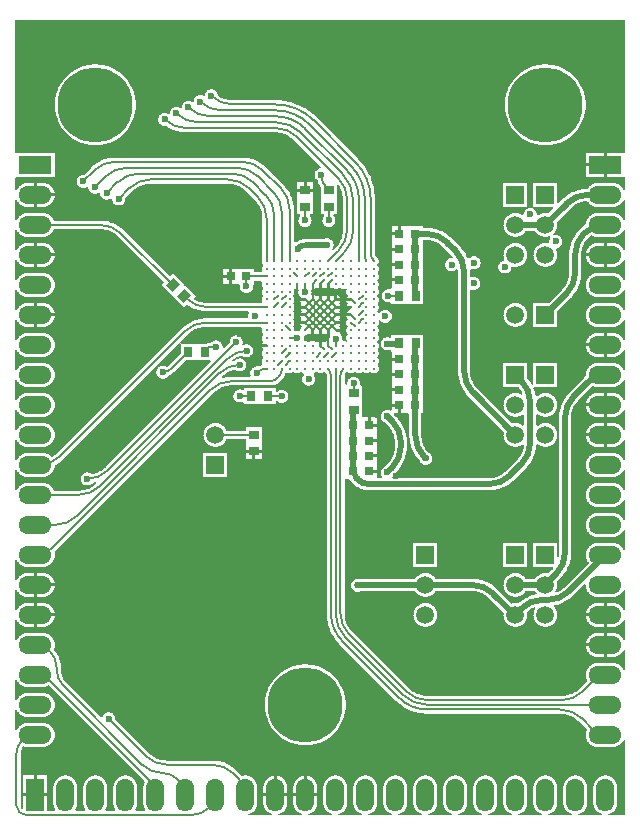
<source format=gtl>
G04*
G04 #@! TF.GenerationSoftware,Altium Limited,Altium Designer,18.1.9 (240)*
G04*
G04 Layer_Physical_Order=1*
G04 Layer_Color=255*
%FSLAX43Y43*%
%MOMM*%
G71*
G01*
G75*
%ADD11C,0.152*%
%ADD12C,0.200*%
%ADD14C,0.150*%
%ADD16R,0.800X0.850*%
%ADD17R,0.750X0.800*%
G04:AMPARAMS|DCode=18|XSize=0.85mm|YSize=0.8mm|CornerRadius=0mm|HoleSize=0mm|Usage=FLASHONLY|Rotation=225.000|XOffset=0mm|YOffset=0mm|HoleType=Round|Shape=Rectangle|*
%AMROTATEDRECTD18*
4,1,4,0.018,0.583,0.583,0.018,-0.018,-0.583,-0.583,-0.018,0.018,0.583,0.0*
%
%ADD18ROTATEDRECTD18*%

%ADD19R,0.850X0.800*%
%ADD20C,0.300*%
%ADD34C,0.500*%
%ADD35C,0.200*%
%ADD36C,1.500*%
%ADD37R,1.500X1.500*%
%ADD38R,1.500X1.500*%
%ADD39C,6.350*%
%ADD40R,2.794X1.524*%
%ADD41O,2.794X1.524*%
%ADD42R,1.524X2.794*%
%ADD43O,1.524X2.794*%
%ADD44C,0.600*%
%ADD45C,0.250*%
G36*
X49949Y54467D02*
X49911Y54356D01*
X49822Y54356D01*
X48387D01*
Y53340D01*
Y52324D01*
X49822D01*
X49911Y52324D01*
X49949Y52213D01*
Y51245D01*
X49822Y51217D01*
X49792Y51280D01*
X49741Y51365D01*
X49681Y51445D01*
X49614Y51519D01*
X49540Y51586D01*
X49460Y51646D01*
X49375Y51697D01*
X49284Y51740D01*
X49190Y51773D01*
X49093Y51798D01*
X48995Y51812D01*
X48895Y51817D01*
X47625D01*
X47525Y51812D01*
X47427Y51798D01*
X47330Y51773D01*
X47236Y51740D01*
X47145Y51697D01*
X47060Y51646D01*
X46980Y51586D01*
X46906Y51519D01*
X46839Y51445D01*
X46779Y51365D01*
X46743Y51304D01*
X46601Y51300D01*
X46431Y51286D01*
X46262Y51262D01*
X46094Y51229D01*
X45929Y51186D01*
X45766Y51134D01*
X45607Y51073D01*
X45451Y51004D01*
X45299Y50925D01*
X45152Y50838D01*
X45010Y50744D01*
X44873Y50641D01*
X44743Y50531D01*
X44619Y50413D01*
X44619Y50413D01*
X44301Y50096D01*
X44184Y50144D01*
Y51804D01*
X42176D01*
Y49796D01*
X43836D01*
X43884Y49679D01*
X43436Y49231D01*
X43376Y49246D01*
X43279Y49260D01*
X43180Y49265D01*
X43081Y49260D01*
X42984Y49246D01*
X42888Y49222D01*
X42795Y49189D01*
X42706Y49147D01*
X42622Y49096D01*
X42574Y49060D01*
X42569Y49061D01*
X42476Y49105D01*
X42454Y49128D01*
X42455Y49150D01*
X42450Y49222D01*
X42436Y49294D01*
X42413Y49362D01*
X42381Y49428D01*
X42340Y49488D01*
X42293Y49543D01*
X42238Y49590D01*
X42178Y49631D01*
X42112Y49663D01*
X42044Y49686D01*
X41972Y49700D01*
X41900Y49705D01*
X41828Y49700D01*
X41756Y49686D01*
X41688Y49663D01*
X41622Y49631D01*
X41562Y49590D01*
X41507Y49543D01*
X41460Y49488D01*
X41419Y49428D01*
X41387Y49362D01*
X41364Y49294D01*
X41350Y49222D01*
X41345Y49150D01*
X41345Y49145D01*
X41222Y49078D01*
X41198Y49096D01*
X41114Y49147D01*
X41025Y49189D01*
X40932Y49222D01*
X40836Y49246D01*
X40739Y49260D01*
X40640Y49265D01*
X40541Y49260D01*
X40444Y49246D01*
X40348Y49222D01*
X40255Y49189D01*
X40166Y49147D01*
X40082Y49096D01*
X40002Y49037D01*
X39929Y48971D01*
X39863Y48898D01*
X39804Y48818D01*
X39753Y48734D01*
X39711Y48645D01*
X39678Y48552D01*
X39654Y48456D01*
X39640Y48359D01*
X39635Y48260D01*
X39640Y48161D01*
X39654Y48064D01*
X39678Y47968D01*
X39711Y47875D01*
X39753Y47786D01*
X39804Y47702D01*
X39863Y47622D01*
X39929Y47549D01*
X40002Y47483D01*
X40082Y47424D01*
X40166Y47373D01*
X40255Y47331D01*
X40348Y47298D01*
X40444Y47274D01*
X40541Y47260D01*
X40640Y47255D01*
X40739Y47260D01*
X40836Y47274D01*
X40932Y47298D01*
X41025Y47331D01*
X41114Y47373D01*
X41198Y47424D01*
X41278Y47483D01*
X41351Y47549D01*
X41417Y47622D01*
X41476Y47702D01*
X41508Y47755D01*
X42312D01*
X42344Y47702D01*
X42403Y47622D01*
X42469Y47549D01*
X42542Y47483D01*
X42622Y47424D01*
X42706Y47373D01*
X42795Y47331D01*
X42888Y47298D01*
X42984Y47274D01*
X43081Y47260D01*
X43180Y47255D01*
X43279Y47260D01*
X43376Y47274D01*
X43472Y47298D01*
X43565Y47331D01*
X43572Y47335D01*
X43657Y47243D01*
X43610Y47188D01*
X43569Y47128D01*
X43537Y47062D01*
X43514Y46994D01*
X43500Y46922D01*
X43495Y46850D01*
X43498Y46806D01*
X43445Y46742D01*
X43385Y46704D01*
X43376Y46706D01*
X43279Y46720D01*
X43180Y46725D01*
X43081Y46720D01*
X42984Y46706D01*
X42888Y46682D01*
X42795Y46649D01*
X42706Y46607D01*
X42622Y46556D01*
X42542Y46497D01*
X42469Y46431D01*
X42403Y46358D01*
X42344Y46278D01*
X42293Y46194D01*
X42251Y46105D01*
X42218Y46012D01*
X42194Y45916D01*
X42180Y45819D01*
X42175Y45720D01*
X42180Y45621D01*
X42194Y45524D01*
X42218Y45428D01*
X42251Y45335D01*
X42293Y45246D01*
X42344Y45162D01*
X42403Y45082D01*
X42469Y45009D01*
X42542Y44943D01*
X42622Y44884D01*
X42706Y44833D01*
X42795Y44791D01*
X42888Y44758D01*
X42984Y44734D01*
X43081Y44720D01*
X43180Y44715D01*
X43279Y44720D01*
X43376Y44734D01*
X43472Y44758D01*
X43565Y44791D01*
X43654Y44833D01*
X43738Y44884D01*
X43818Y44943D01*
X43891Y45009D01*
X43957Y45082D01*
X44016Y45162D01*
X44067Y45246D01*
X44109Y45335D01*
X44142Y45428D01*
X44166Y45524D01*
X44180Y45621D01*
X44185Y45720D01*
X44180Y45819D01*
X44166Y45916D01*
X44142Y46012D01*
X44109Y46105D01*
X44078Y46169D01*
X44104Y46244D01*
X44148Y46305D01*
X44194Y46314D01*
X44262Y46337D01*
X44328Y46369D01*
X44388Y46410D01*
X44443Y46457D01*
X44490Y46512D01*
X44531Y46572D01*
X44563Y46638D01*
X44586Y46706D01*
X44600Y46778D01*
X44605Y46850D01*
X44600Y46922D01*
X44586Y46994D01*
X44563Y47062D01*
X44531Y47128D01*
X44490Y47188D01*
X44443Y47243D01*
X44388Y47290D01*
X44328Y47331D01*
X44262Y47363D01*
X44194Y47386D01*
X44122Y47400D01*
X44050Y47405D01*
X43978Y47400D01*
X43906Y47386D01*
X43894Y47382D01*
X43818Y47483D01*
X43891Y47549D01*
X43957Y47622D01*
X44016Y47702D01*
X44067Y47786D01*
X44109Y47875D01*
X44142Y47968D01*
X44166Y48064D01*
X44180Y48161D01*
X44185Y48260D01*
X44180Y48359D01*
X44166Y48456D01*
X44151Y48516D01*
X45333Y49699D01*
X45339Y49706D01*
X45430Y49791D01*
X45533Y49875D01*
X45641Y49953D01*
X45754Y50023D01*
X45872Y50086D01*
X45993Y50141D01*
X46118Y50188D01*
X46245Y50226D01*
X46375Y50257D01*
X46506Y50278D01*
X46639Y50291D01*
X46743Y50295D01*
X46779Y50235D01*
X46839Y50155D01*
X46906Y50081D01*
X46980Y50014D01*
X47060Y49954D01*
X47145Y49903D01*
X47236Y49860D01*
X47330Y49827D01*
X47427Y49802D01*
X47525Y49788D01*
X47625Y49783D01*
X48895D01*
X48995Y49788D01*
X49093Y49802D01*
X49190Y49827D01*
X49284Y49860D01*
X49375Y49903D01*
X49460Y49954D01*
X49540Y50014D01*
X49614Y50081D01*
X49681Y50155D01*
X49741Y50235D01*
X49792Y50320D01*
X49822Y50383D01*
X49949Y50355D01*
Y48705D01*
X49822Y48677D01*
X49792Y48740D01*
X49741Y48825D01*
X49681Y48905D01*
X49614Y48979D01*
X49540Y49046D01*
X49460Y49106D01*
X49375Y49157D01*
X49284Y49200D01*
X49190Y49233D01*
X49093Y49258D01*
X48995Y49272D01*
X48895Y49277D01*
X47625D01*
X47525Y49272D01*
X47427Y49258D01*
X47330Y49233D01*
X47236Y49200D01*
X47145Y49157D01*
X47060Y49106D01*
X46980Y49046D01*
X46906Y48979D01*
X46839Y48905D01*
X46779Y48825D01*
X46728Y48740D01*
X46685Y48649D01*
X46652Y48555D01*
X46627Y48458D01*
X46613Y48360D01*
X46609Y48291D01*
X46478Y48204D01*
X46341Y48101D01*
X46211Y47991D01*
X46087Y47873D01*
X45969Y47749D01*
X45859Y47619D01*
X45756Y47482D01*
X45662Y47340D01*
X45575Y47193D01*
X45496Y47041D01*
X45427Y46885D01*
X45366Y46726D01*
X45314Y46563D01*
X45271Y46398D01*
X45238Y46230D01*
X45214Y46061D01*
X45200Y45891D01*
X45195Y45720D01*
X45195D01*
Y44212D01*
X45196Y44203D01*
X45191Y44079D01*
X45178Y43946D01*
X45157Y43815D01*
X45126Y43685D01*
X45088Y43558D01*
X45041Y43433D01*
X44986Y43312D01*
X44923Y43194D01*
X44853Y43081D01*
X44775Y42973D01*
X44691Y42870D01*
X44606Y42779D01*
X44599Y42773D01*
X43470Y41644D01*
X42176D01*
Y39636D01*
X44184D01*
Y40930D01*
X45313Y42059D01*
X45313Y42059D01*
X45431Y42183D01*
X45541Y42313D01*
X45644Y42450D01*
X45738Y42592D01*
X45825Y42739D01*
X45904Y42891D01*
X45973Y43047D01*
X46034Y43206D01*
X46086Y43369D01*
X46129Y43534D01*
X46162Y43702D01*
X46186Y43871D01*
X46200Y44041D01*
X46205Y44212D01*
X46205D01*
Y45720D01*
X46204Y45729D01*
X46209Y45853D01*
X46222Y45986D01*
X46243Y46117D01*
X46274Y46247D01*
X46312Y46374D01*
X46359Y46499D01*
X46414Y46620D01*
X46477Y46738D01*
X46547Y46851D01*
X46625Y46959D01*
X46709Y47062D01*
X46800Y47160D01*
X46898Y47251D01*
X47001Y47335D01*
X47088Y47398D01*
X47145Y47363D01*
X47236Y47320D01*
X47330Y47287D01*
X47427Y47262D01*
X47525Y47248D01*
X47625Y47243D01*
X48895D01*
X48995Y47248D01*
X49093Y47262D01*
X49190Y47287D01*
X49284Y47320D01*
X49375Y47363D01*
X49460Y47414D01*
X49540Y47474D01*
X49614Y47541D01*
X49681Y47615D01*
X49741Y47695D01*
X49792Y47780D01*
X49822Y47843D01*
X49949Y47815D01*
Y46165D01*
X49822Y46137D01*
X49792Y46200D01*
X49741Y46285D01*
X49681Y46365D01*
X49614Y46439D01*
X49540Y46506D01*
X49460Y46566D01*
X49375Y46617D01*
X49284Y46660D01*
X49190Y46693D01*
X49093Y46718D01*
X48995Y46732D01*
X48895Y46737D01*
X48387D01*
Y45720D01*
Y44703D01*
X48895D01*
X48995Y44708D01*
X49093Y44722D01*
X49190Y44747D01*
X49284Y44780D01*
X49375Y44823D01*
X49460Y44874D01*
X49540Y44934D01*
X49614Y45001D01*
X49681Y45075D01*
X49741Y45155D01*
X49792Y45240D01*
X49822Y45303D01*
X49949Y45275D01*
Y43625D01*
X49822Y43597D01*
X49792Y43660D01*
X49741Y43745D01*
X49681Y43825D01*
X49614Y43899D01*
X49540Y43966D01*
X49460Y44026D01*
X49375Y44077D01*
X49284Y44120D01*
X49190Y44153D01*
X49093Y44178D01*
X48995Y44192D01*
X48895Y44197D01*
X47625D01*
X47525Y44192D01*
X47427Y44178D01*
X47330Y44153D01*
X47236Y44120D01*
X47145Y44077D01*
X47060Y44026D01*
X46980Y43966D01*
X46906Y43899D01*
X46839Y43825D01*
X46779Y43745D01*
X46728Y43660D01*
X46685Y43569D01*
X46652Y43475D01*
X46627Y43378D01*
X46613Y43280D01*
X46608Y43180D01*
X46613Y43080D01*
X46627Y42982D01*
X46652Y42885D01*
X46685Y42791D01*
X46728Y42700D01*
X46779Y42615D01*
X46839Y42535D01*
X46906Y42461D01*
X46980Y42394D01*
X47060Y42334D01*
X47145Y42283D01*
X47236Y42240D01*
X47330Y42207D01*
X47427Y42182D01*
X47525Y42168D01*
X47625Y42163D01*
X48895D01*
X48995Y42168D01*
X49093Y42182D01*
X49190Y42207D01*
X49284Y42240D01*
X49375Y42283D01*
X49460Y42334D01*
X49540Y42394D01*
X49614Y42461D01*
X49681Y42535D01*
X49741Y42615D01*
X49792Y42700D01*
X49822Y42763D01*
X49949Y42735D01*
Y41085D01*
X49822Y41057D01*
X49792Y41120D01*
X49741Y41205D01*
X49681Y41285D01*
X49614Y41359D01*
X49540Y41426D01*
X49460Y41486D01*
X49375Y41537D01*
X49284Y41580D01*
X49190Y41613D01*
X49093Y41638D01*
X48995Y41652D01*
X48895Y41657D01*
X47625D01*
X47525Y41652D01*
X47427Y41638D01*
X47330Y41613D01*
X47236Y41580D01*
X47145Y41537D01*
X47060Y41486D01*
X46980Y41426D01*
X46906Y41359D01*
X46839Y41285D01*
X46779Y41205D01*
X46728Y41120D01*
X46685Y41029D01*
X46652Y40935D01*
X46627Y40838D01*
X46613Y40740D01*
X46608Y40640D01*
X46613Y40540D01*
X46627Y40442D01*
X46652Y40345D01*
X46685Y40251D01*
X46728Y40160D01*
X46779Y40075D01*
X46839Y39995D01*
X46906Y39921D01*
X46980Y39854D01*
X47060Y39794D01*
X47145Y39743D01*
X47236Y39700D01*
X47330Y39667D01*
X47427Y39642D01*
X47525Y39628D01*
X47625Y39623D01*
X48895D01*
X48995Y39628D01*
X49093Y39642D01*
X49190Y39667D01*
X49284Y39700D01*
X49375Y39743D01*
X49460Y39794D01*
X49540Y39854D01*
X49614Y39921D01*
X49681Y39995D01*
X49741Y40075D01*
X49792Y40160D01*
X49822Y40223D01*
X49949Y40195D01*
Y38545D01*
X49822Y38517D01*
X49792Y38580D01*
X49741Y38665D01*
X49681Y38745D01*
X49614Y38819D01*
X49540Y38886D01*
X49460Y38946D01*
X49375Y38997D01*
X49284Y39040D01*
X49190Y39073D01*
X49093Y39098D01*
X48995Y39112D01*
X48895Y39117D01*
X48387D01*
Y38100D01*
Y37083D01*
X48895D01*
X48995Y37088D01*
X49093Y37102D01*
X49190Y37127D01*
X49284Y37160D01*
X49375Y37203D01*
X49460Y37254D01*
X49540Y37314D01*
X49614Y37381D01*
X49681Y37455D01*
X49741Y37535D01*
X49792Y37620D01*
X49822Y37683D01*
X49949Y37655D01*
Y36005D01*
X49822Y35977D01*
X49792Y36040D01*
X49741Y36125D01*
X49681Y36205D01*
X49614Y36279D01*
X49540Y36346D01*
X49460Y36406D01*
X49375Y36457D01*
X49284Y36500D01*
X49190Y36533D01*
X49093Y36558D01*
X48995Y36572D01*
X48895Y36577D01*
X47625D01*
X47525Y36572D01*
X47427Y36558D01*
X47330Y36533D01*
X47236Y36500D01*
X47145Y36457D01*
X47060Y36406D01*
X46980Y36346D01*
X46906Y36279D01*
X46839Y36205D01*
X46779Y36125D01*
X46728Y36040D01*
X46685Y35949D01*
X46652Y35855D01*
X46627Y35758D01*
X46613Y35660D01*
X46608Y35560D01*
X46613Y35462D01*
X46564Y35422D01*
X46452Y35316D01*
X46452Y35316D01*
X46452Y35316D01*
X45237Y34101D01*
X45237Y34101D01*
X45119Y33977D01*
X45009Y33847D01*
X44906Y33710D01*
X44812Y33568D01*
X44725Y33421D01*
X44646Y33269D01*
X44577Y33113D01*
X44516Y32954D01*
X44464Y32791D01*
X44421Y32626D01*
X44388Y32458D01*
X44364Y32289D01*
X44350Y32119D01*
X44345Y31948D01*
X44345D01*
Y20502D01*
X44346Y20493D01*
X44341Y20369D01*
X44328Y20236D01*
X44311Y20131D01*
X44184Y20141D01*
Y21324D01*
X42176D01*
Y19316D01*
X43805D01*
X43865Y19189D01*
X43841Y19160D01*
X43756Y19069D01*
X43749Y19063D01*
X43436Y18751D01*
X43376Y18766D01*
X43279Y18780D01*
X43180Y18785D01*
X43081Y18780D01*
X42984Y18766D01*
X42888Y18742D01*
X42795Y18709D01*
X42706Y18667D01*
X42622Y18616D01*
X42542Y18557D01*
X42469Y18491D01*
X42403Y18418D01*
X42344Y18338D01*
X42312Y18285D01*
X41508D01*
X41476Y18338D01*
X41417Y18418D01*
X41351Y18491D01*
X41278Y18557D01*
X41198Y18616D01*
X41114Y18667D01*
X41025Y18709D01*
X40932Y18742D01*
X40836Y18766D01*
X40739Y18780D01*
X40640Y18785D01*
X40541Y18780D01*
X40444Y18766D01*
X40348Y18742D01*
X40255Y18709D01*
X40166Y18667D01*
X40082Y18616D01*
X40002Y18557D01*
X39929Y18491D01*
X39863Y18418D01*
X39804Y18338D01*
X39753Y18254D01*
X39711Y18165D01*
X39678Y18072D01*
X39654Y17976D01*
X39640Y17879D01*
X39635Y17780D01*
X39640Y17681D01*
X39654Y17584D01*
X39678Y17488D01*
X39711Y17395D01*
X39753Y17306D01*
X39804Y17222D01*
X39863Y17142D01*
X39929Y17069D01*
X40002Y17003D01*
X40082Y16944D01*
X40166Y16893D01*
X40255Y16851D01*
X40348Y16818D01*
X40444Y16794D01*
X40541Y16780D01*
X40640Y16775D01*
X40739Y16780D01*
X40836Y16794D01*
X40932Y16818D01*
X41025Y16851D01*
X41114Y16893D01*
X41198Y16944D01*
X41278Y17003D01*
X41351Y17069D01*
X41417Y17142D01*
X41476Y17222D01*
X41508Y17275D01*
X42312D01*
X42344Y17222D01*
X42403Y17142D01*
X42445Y17096D01*
X42424Y16999D01*
X42399Y16962D01*
X42234Y16929D01*
X42069Y16886D01*
X41906Y16834D01*
X41747Y16773D01*
X41591Y16704D01*
X41439Y16625D01*
X41292Y16538D01*
X41150Y16444D01*
X41013Y16341D01*
X40883Y16231D01*
X40869Y16218D01*
X40836Y16226D01*
X40739Y16240D01*
X40640Y16245D01*
X40541Y16240D01*
X40444Y16226D01*
X40348Y16202D01*
X40322Y16192D01*
X39121Y17393D01*
X39121Y17393D01*
X38997Y17511D01*
X38867Y17621D01*
X38730Y17724D01*
X38588Y17818D01*
X38441Y17905D01*
X38289Y17984D01*
X38133Y18053D01*
X37974Y18114D01*
X37811Y18166D01*
X37646Y18209D01*
X37478Y18242D01*
X37309Y18266D01*
X37139Y18280D01*
X36968Y18285D01*
Y18285D01*
X33888D01*
X33856Y18338D01*
X33797Y18418D01*
X33731Y18491D01*
X33658Y18557D01*
X33578Y18616D01*
X33494Y18667D01*
X33405Y18709D01*
X33312Y18742D01*
X33216Y18766D01*
X33119Y18780D01*
X33020Y18785D01*
X32921Y18780D01*
X32824Y18766D01*
X32728Y18742D01*
X32635Y18709D01*
X32546Y18667D01*
X32462Y18616D01*
X32382Y18557D01*
X32309Y18491D01*
X32243Y18418D01*
X32184Y18338D01*
X32152Y18285D01*
X27447D01*
X27444Y18286D01*
X27372Y18300D01*
X27300Y18305D01*
X27228Y18300D01*
X27156Y18286D01*
X27088Y18263D01*
X27022Y18231D01*
X26962Y18190D01*
X26907Y18143D01*
X26860Y18088D01*
X26819Y18028D01*
X26787Y17962D01*
X26764Y17894D01*
X26750Y17822D01*
X26745Y17750D01*
X26750Y17678D01*
X26764Y17606D01*
X26787Y17538D01*
X26819Y17472D01*
X26860Y17412D01*
X26907Y17357D01*
X26962Y17310D01*
X27022Y17269D01*
X27088Y17237D01*
X27156Y17214D01*
X27228Y17200D01*
X27300Y17195D01*
X27372Y17200D01*
X27444Y17214D01*
X27512Y17237D01*
X27578Y17269D01*
X27586Y17275D01*
X32152D01*
X32184Y17222D01*
X32243Y17142D01*
X32309Y17069D01*
X32382Y17003D01*
X32462Y16944D01*
X32546Y16893D01*
X32635Y16851D01*
X32728Y16818D01*
X32824Y16794D01*
X32921Y16780D01*
X33020Y16775D01*
X33119Y16780D01*
X33216Y16794D01*
X33312Y16818D01*
X33405Y16851D01*
X33494Y16893D01*
X33578Y16944D01*
X33658Y17003D01*
X33731Y17069D01*
X33797Y17142D01*
X33856Y17222D01*
X33888Y17275D01*
X36968D01*
X36977Y17276D01*
X37101Y17271D01*
X37234Y17258D01*
X37365Y17237D01*
X37495Y17206D01*
X37622Y17168D01*
X37747Y17121D01*
X37868Y17066D01*
X37986Y17003D01*
X38099Y16933D01*
X38207Y16855D01*
X38310Y16771D01*
X38401Y16686D01*
X38407Y16679D01*
X39654Y15432D01*
X39640Y15339D01*
X39635Y15240D01*
X39640Y15141D01*
X39654Y15044D01*
X39678Y14948D01*
X39711Y14855D01*
X39753Y14766D01*
X39804Y14682D01*
X39863Y14602D01*
X39929Y14529D01*
X40002Y14463D01*
X40082Y14404D01*
X40166Y14353D01*
X40255Y14311D01*
X40348Y14278D01*
X40444Y14254D01*
X40541Y14240D01*
X40640Y14235D01*
X40739Y14240D01*
X40836Y14254D01*
X40932Y14278D01*
X41025Y14311D01*
X41114Y14353D01*
X41198Y14404D01*
X41278Y14463D01*
X41351Y14529D01*
X41417Y14602D01*
X41476Y14682D01*
X41527Y14766D01*
X41569Y14855D01*
X41602Y14948D01*
X41626Y15044D01*
X41640Y15141D01*
X41645Y15240D01*
X41640Y15339D01*
X41626Y15436D01*
X41605Y15520D01*
X41673Y15575D01*
X41781Y15653D01*
X41894Y15723D01*
X42012Y15786D01*
X42133Y15841D01*
X42250Y15885D01*
X42268Y15877D01*
X42328Y15771D01*
X42293Y15714D01*
X42251Y15625D01*
X42218Y15532D01*
X42194Y15436D01*
X42180Y15339D01*
X42175Y15240D01*
X42180Y15141D01*
X42194Y15044D01*
X42218Y14948D01*
X42251Y14855D01*
X42293Y14766D01*
X42344Y14682D01*
X42403Y14602D01*
X42469Y14529D01*
X42542Y14463D01*
X42622Y14404D01*
X42706Y14353D01*
X42795Y14311D01*
X42888Y14278D01*
X42984Y14254D01*
X43081Y14240D01*
X43180Y14235D01*
X43279Y14240D01*
X43376Y14254D01*
X43472Y14278D01*
X43565Y14311D01*
X43654Y14353D01*
X43738Y14404D01*
X43818Y14463D01*
X43891Y14529D01*
X43957Y14602D01*
X44016Y14682D01*
X44067Y14766D01*
X44109Y14855D01*
X44142Y14948D01*
X44166Y15044D01*
X44180Y15141D01*
X44185Y15240D01*
X44180Y15339D01*
X44166Y15436D01*
X44142Y15532D01*
X44109Y15625D01*
X44067Y15714D01*
X44016Y15798D01*
X43957Y15878D01*
X43924Y15914D01*
X43952Y16031D01*
X43968Y16052D01*
X44066Y16071D01*
X44231Y16114D01*
X44394Y16166D01*
X44553Y16227D01*
X44709Y16296D01*
X44861Y16375D01*
X45008Y16462D01*
X45150Y16556D01*
X45287Y16659D01*
X45417Y16769D01*
X45541Y16887D01*
X45541Y16887D01*
X46483Y17829D01*
X46595Y17785D01*
X46608Y17774D01*
X46613Y17680D01*
X46627Y17582D01*
X46652Y17485D01*
X46685Y17391D01*
X46728Y17300D01*
X46779Y17215D01*
X46839Y17135D01*
X46906Y17061D01*
X46980Y16994D01*
X47060Y16934D01*
X47145Y16883D01*
X47236Y16840D01*
X47330Y16807D01*
X47427Y16782D01*
X47525Y16768D01*
X47625Y16763D01*
X48895D01*
X48995Y16768D01*
X49093Y16782D01*
X49190Y16807D01*
X49284Y16840D01*
X49375Y16883D01*
X49460Y16934D01*
X49540Y16994D01*
X49614Y17061D01*
X49681Y17135D01*
X49741Y17215D01*
X49792Y17300D01*
X49822Y17363D01*
X49949Y17335D01*
Y15685D01*
X49822Y15657D01*
X49792Y15720D01*
X49741Y15805D01*
X49681Y15885D01*
X49614Y15959D01*
X49540Y16026D01*
X49460Y16086D01*
X49375Y16137D01*
X49284Y16180D01*
X49190Y16213D01*
X49093Y16238D01*
X48995Y16252D01*
X48895Y16257D01*
X48387D01*
Y15240D01*
Y14223D01*
X48895D01*
X48995Y14228D01*
X49093Y14242D01*
X49190Y14267D01*
X49284Y14300D01*
X49375Y14343D01*
X49460Y14394D01*
X49540Y14454D01*
X49614Y14521D01*
X49681Y14595D01*
X49741Y14675D01*
X49792Y14760D01*
X49822Y14823D01*
X49949Y14795D01*
Y13145D01*
X49822Y13117D01*
X49792Y13180D01*
X49741Y13265D01*
X49681Y13345D01*
X49614Y13419D01*
X49540Y13486D01*
X49460Y13546D01*
X49375Y13597D01*
X49284Y13640D01*
X49190Y13673D01*
X49093Y13698D01*
X48995Y13712D01*
X48895Y13717D01*
X48387D01*
Y12700D01*
Y11683D01*
X48895D01*
X48995Y11688D01*
X49093Y11702D01*
X49190Y11727D01*
X49284Y11760D01*
X49375Y11803D01*
X49460Y11854D01*
X49540Y11914D01*
X49614Y11981D01*
X49681Y12055D01*
X49741Y12135D01*
X49792Y12220D01*
X49822Y12283D01*
X49949Y12255D01*
Y10605D01*
X49822Y10577D01*
X49792Y10640D01*
X49741Y10725D01*
X49681Y10805D01*
X49614Y10879D01*
X49540Y10946D01*
X49460Y11006D01*
X49375Y11057D01*
X49284Y11100D01*
X49190Y11133D01*
X49093Y11158D01*
X48995Y11172D01*
X48895Y11177D01*
X47625D01*
X47525Y11172D01*
X47427Y11158D01*
X47330Y11133D01*
X47236Y11100D01*
X47145Y11057D01*
X47060Y11006D01*
X46980Y10946D01*
X46906Y10879D01*
X46839Y10805D01*
X46779Y10725D01*
X46728Y10640D01*
X46685Y10549D01*
X46652Y10455D01*
X46627Y10358D01*
X46613Y10260D01*
X46608Y10160D01*
X46613Y10060D01*
X46627Y9962D01*
X46652Y9865D01*
X46685Y9771D01*
X46728Y9680D01*
X46747Y9649D01*
X46118Y9020D01*
X46112Y9013D01*
X46014Y8922D01*
X45904Y8831D01*
X45787Y8747D01*
X45666Y8672D01*
X45540Y8605D01*
X45409Y8545D01*
X45276Y8495D01*
X45139Y8454D01*
X44999Y8421D01*
X44858Y8398D01*
X44716Y8384D01*
X44582Y8379D01*
X44573Y8380D01*
X33177D01*
X33168Y8379D01*
X33034Y8384D01*
X32892Y8398D01*
X32751Y8421D01*
X32611Y8454D01*
X32474Y8495D01*
X32341Y8545D01*
X32210Y8605D01*
X32084Y8672D01*
X31963Y8747D01*
X31846Y8831D01*
X31736Y8922D01*
X31638Y9013D01*
X31632Y9020D01*
X26820Y13832D01*
X26813Y13838D01*
X26722Y13936D01*
X26631Y14046D01*
X26547Y14163D01*
X26472Y14284D01*
X26405Y14410D01*
X26345Y14541D01*
X26295Y14674D01*
X26254Y14811D01*
X26221Y14951D01*
X26198Y15092D01*
X26184Y15234D01*
X26179Y15368D01*
X26180Y15377D01*
Y26719D01*
X26296Y26746D01*
X26307Y26746D01*
X26598D01*
X26653Y26660D01*
X26714Y26580D01*
X26722Y26571D01*
X26798Y26488D01*
X26798Y26488D01*
X26943Y26343D01*
X26943Y26343D01*
X27041Y26252D01*
X27145Y26168D01*
X27254Y26092D01*
X27369Y26024D01*
X27488Y25964D01*
X27612Y25913D01*
X27739Y25871D01*
X27868Y25838D01*
X27999Y25814D01*
X28132Y25800D01*
X28266Y25795D01*
Y25795D01*
X38398D01*
Y25795D01*
X38569Y25800D01*
X38739Y25814D01*
X38908Y25838D01*
X39076Y25871D01*
X39241Y25914D01*
X39404Y25966D01*
X39563Y26027D01*
X39719Y26096D01*
X39871Y26175D01*
X40018Y26262D01*
X40160Y26356D01*
X40297Y26459D01*
X40427Y26569D01*
X40551Y26687D01*
X40551Y26687D01*
X41513Y27649D01*
X41513Y27649D01*
X41631Y27773D01*
X41741Y27903D01*
X41844Y28040D01*
X41938Y28182D01*
X42025Y28329D01*
X42104Y28481D01*
X42173Y28637D01*
X42234Y28796D01*
X42286Y28959D01*
X42329Y29124D01*
X42362Y29292D01*
X42386Y29461D01*
X42400Y29631D01*
X42401Y29659D01*
X42530Y29714D01*
X42542Y29703D01*
X42622Y29644D01*
X42706Y29593D01*
X42795Y29551D01*
X42888Y29518D01*
X42984Y29494D01*
X43081Y29480D01*
X43180Y29475D01*
X43279Y29480D01*
X43376Y29494D01*
X43472Y29518D01*
X43565Y29551D01*
X43654Y29593D01*
X43738Y29644D01*
X43818Y29703D01*
X43891Y29769D01*
X43957Y29842D01*
X44016Y29922D01*
X44067Y30006D01*
X44109Y30095D01*
X44142Y30188D01*
X44166Y30284D01*
X44180Y30381D01*
X44185Y30480D01*
X44180Y30579D01*
X44166Y30676D01*
X44142Y30772D01*
X44109Y30865D01*
X44067Y30954D01*
X44016Y31038D01*
X43957Y31118D01*
X43891Y31191D01*
X43818Y31257D01*
X43738Y31316D01*
X43654Y31367D01*
X43565Y31409D01*
X43472Y31442D01*
X43376Y31466D01*
X43279Y31480D01*
X43180Y31485D01*
X43081Y31480D01*
X42984Y31466D01*
X42888Y31442D01*
X42795Y31409D01*
X42706Y31367D01*
X42622Y31316D01*
X42542Y31257D01*
X42532Y31248D01*
X42405Y31304D01*
Y32196D01*
X42532Y32252D01*
X42542Y32243D01*
X42622Y32184D01*
X42706Y32133D01*
X42795Y32091D01*
X42888Y32058D01*
X42984Y32034D01*
X43081Y32020D01*
X43180Y32015D01*
X43279Y32020D01*
X43376Y32034D01*
X43472Y32058D01*
X43565Y32091D01*
X43654Y32133D01*
X43738Y32184D01*
X43818Y32243D01*
X43891Y32309D01*
X43957Y32382D01*
X44016Y32462D01*
X44067Y32546D01*
X44109Y32635D01*
X44142Y32728D01*
X44166Y32824D01*
X44180Y32921D01*
X44185Y33020D01*
X44180Y33119D01*
X44166Y33216D01*
X44142Y33312D01*
X44109Y33405D01*
X44067Y33494D01*
X44016Y33578D01*
X43957Y33658D01*
X43891Y33731D01*
X43818Y33797D01*
X43738Y33856D01*
X43654Y33907D01*
X43565Y33949D01*
X43472Y33982D01*
X43376Y34006D01*
X43279Y34020D01*
X43180Y34025D01*
X43081Y34020D01*
X42984Y34006D01*
X42888Y33982D01*
X42795Y33949D01*
X42706Y33907D01*
X42622Y33856D01*
X42542Y33797D01*
X42491Y33751D01*
X42426Y33754D01*
X42355Y33794D01*
X42329Y33926D01*
X42286Y34091D01*
X42234Y34254D01*
X42173Y34413D01*
X42164Y34434D01*
X42249Y34556D01*
X44184D01*
Y36564D01*
X42176D01*
Y34706D01*
X42049Y34675D01*
X42025Y34721D01*
X41938Y34868D01*
X41844Y35010D01*
X41741Y35147D01*
X41644Y35261D01*
Y36564D01*
X39636D01*
Y34556D01*
X40919D01*
X40975Y34487D01*
X41053Y34379D01*
X41123Y34266D01*
X41186Y34148D01*
X41241Y34027D01*
X41265Y33963D01*
X41161Y33878D01*
X41114Y33907D01*
X41025Y33949D01*
X40932Y33982D01*
X40836Y34006D01*
X40739Y34020D01*
X40640Y34025D01*
X40541Y34020D01*
X40444Y34006D01*
X40348Y33982D01*
X40255Y33949D01*
X40166Y33907D01*
X40082Y33856D01*
X40002Y33797D01*
X39929Y33731D01*
X39863Y33658D01*
X39804Y33578D01*
X39753Y33494D01*
X39711Y33405D01*
X39678Y33312D01*
X39654Y33216D01*
X39640Y33119D01*
X39635Y33020D01*
X39640Y32921D01*
X39654Y32824D01*
X39678Y32728D01*
X39711Y32635D01*
X39753Y32546D01*
X39804Y32462D01*
X39863Y32382D01*
X39929Y32309D01*
X40002Y32243D01*
X40082Y32184D01*
X40166Y32133D01*
X40255Y32091D01*
X40348Y32058D01*
X40444Y32034D01*
X40541Y32020D01*
X40640Y32015D01*
X40739Y32020D01*
X40836Y32034D01*
X40932Y32058D01*
X41025Y32091D01*
X41114Y32133D01*
X41198Y32184D01*
X41268Y32236D01*
X41304Y32229D01*
X41395Y32178D01*
Y31322D01*
X41304Y31271D01*
X41268Y31264D01*
X41198Y31316D01*
X41114Y31367D01*
X41025Y31409D01*
X40932Y31442D01*
X40836Y31466D01*
X40739Y31480D01*
X40640Y31485D01*
X40541Y31480D01*
X40444Y31466D01*
X40384Y31451D01*
X37401Y34433D01*
X37394Y34439D01*
X37309Y34530D01*
X37225Y34633D01*
X37147Y34741D01*
X37077Y34854D01*
X37014Y34972D01*
X36959Y35093D01*
X36912Y35218D01*
X36874Y35345D01*
X36843Y35475D01*
X36822Y35606D01*
X36809Y35739D01*
X36804Y35863D01*
X36805Y35872D01*
Y42686D01*
X36830Y42717D01*
X36932Y42772D01*
X36956Y42764D01*
X37028Y42750D01*
X37100Y42745D01*
X37172Y42750D01*
X37244Y42764D01*
X37312Y42787D01*
X37378Y42819D01*
X37438Y42860D01*
X37493Y42907D01*
X37540Y42962D01*
X37581Y43022D01*
X37613Y43088D01*
X37636Y43156D01*
X37650Y43228D01*
X37655Y43300D01*
X37650Y43372D01*
X37636Y43444D01*
X37613Y43512D01*
X37581Y43578D01*
X37540Y43638D01*
X37493Y43693D01*
X37438Y43740D01*
X37378Y43781D01*
X37312Y43813D01*
X37244Y43836D01*
X37172Y43850D01*
X37100Y43855D01*
X37028Y43850D01*
X36956Y43836D01*
X36932Y43828D01*
X36830Y43883D01*
X36805Y43914D01*
Y44298D01*
X36805D01*
X36800Y44469D01*
X36807Y44478D01*
X36921Y44545D01*
X36938Y44537D01*
X37006Y44514D01*
X37078Y44500D01*
X37150Y44495D01*
X37222Y44500D01*
X37294Y44514D01*
X37362Y44537D01*
X37428Y44569D01*
X37488Y44610D01*
X37543Y44657D01*
X37590Y44712D01*
X37631Y44772D01*
X37663Y44838D01*
X37686Y44906D01*
X37700Y44978D01*
X37705Y45050D01*
X37700Y45122D01*
X37686Y45194D01*
X37663Y45262D01*
X37631Y45328D01*
X37590Y45388D01*
X37543Y45443D01*
X37488Y45490D01*
X37428Y45531D01*
X37362Y45563D01*
X37294Y45586D01*
X37222Y45600D01*
X37150Y45605D01*
X37078Y45600D01*
X37006Y45586D01*
X36938Y45563D01*
X36872Y45531D01*
X36812Y45490D01*
X36757Y45443D01*
X36729Y45411D01*
X36644Y45411D01*
X36586Y45431D01*
X36573Y45463D01*
X36504Y45619D01*
X36425Y45771D01*
X36338Y45918D01*
X36244Y46060D01*
X36141Y46197D01*
X36031Y46327D01*
X35913Y46451D01*
X35913Y46451D01*
X35251Y47113D01*
X35251Y47113D01*
X35127Y47231D01*
X34997Y47341D01*
X34860Y47444D01*
X34718Y47538D01*
X34571Y47625D01*
X34419Y47704D01*
X34263Y47773D01*
X34104Y47834D01*
X33941Y47886D01*
X33776Y47929D01*
X33608Y47962D01*
X33439Y47986D01*
X33269Y48000D01*
X33098Y48005D01*
Y48005D01*
X32804D01*
Y48154D01*
X31581D01*
X31546Y48154D01*
X31454D01*
X31419Y48154D01*
X30952D01*
Y47500D01*
X30825D01*
Y47373D01*
X30196D01*
Y46846D01*
Y46327D01*
X30825D01*
Y46073D01*
X30196D01*
Y45546D01*
Y45027D01*
X30825D01*
Y44773D01*
X30196D01*
Y44246D01*
Y43727D01*
X30825D01*
Y43473D01*
X30196D01*
Y43035D01*
X30146Y42929D01*
Y42886D01*
X30085Y42826D01*
X30019Y42791D01*
X29972Y42800D01*
X29900Y42805D01*
X29828Y42800D01*
X29756Y42786D01*
X29688Y42763D01*
X29622Y42731D01*
X29562Y42690D01*
X29507Y42643D01*
X29460Y42588D01*
X29419Y42528D01*
X29387Y42462D01*
X29364Y42394D01*
X29350Y42322D01*
X29345Y42250D01*
X29350Y42178D01*
X29364Y42106D01*
X29387Y42038D01*
X29419Y41972D01*
X29460Y41912D01*
X29507Y41857D01*
X29562Y41810D01*
X29622Y41769D01*
X29688Y41737D01*
X29756Y41714D01*
X29828Y41700D01*
X29900Y41695D01*
X29972Y41700D01*
X30019Y41709D01*
X30085Y41674D01*
X30146Y41614D01*
Y41571D01*
X31419D01*
X31454Y41571D01*
X31546D01*
X31581Y41571D01*
X32854D01*
Y42929D01*
X32804Y42946D01*
Y44246D01*
Y45546D01*
Y46995D01*
X33098D01*
X33107Y46996D01*
X33231Y46991D01*
X33364Y46978D01*
X33495Y46957D01*
X33625Y46926D01*
X33752Y46888D01*
X33877Y46841D01*
X33998Y46786D01*
X34116Y46723D01*
X34229Y46653D01*
X34337Y46575D01*
X34440Y46491D01*
X34531Y46406D01*
X34537Y46399D01*
X35199Y45737D01*
X35206Y45731D01*
X35291Y45640D01*
X35345Y45574D01*
X35341Y45554D01*
X35289Y45462D01*
X35279Y45453D01*
X35251Y45455D01*
X35179Y45450D01*
X35107Y45436D01*
X35039Y45413D01*
X34974Y45381D01*
X34913Y45340D01*
X34859Y45293D01*
X34811Y45238D01*
X34770Y45178D01*
X34738Y45112D01*
X34715Y45044D01*
X34701Y44972D01*
X34696Y44900D01*
X34701Y44828D01*
X34715Y44756D01*
X34738Y44688D01*
X34770Y44622D01*
X34811Y44562D01*
X34859Y44507D01*
X34913Y44460D01*
X34974Y44419D01*
X35039Y44387D01*
X35107Y44364D01*
X35179Y44350D01*
X35251Y44345D01*
X35324Y44350D01*
X35395Y44364D01*
X35464Y44387D01*
X35529Y44419D01*
X35589Y44460D01*
X35644Y44507D01*
X35655Y44520D01*
X35787Y44478D01*
X35791Y44431D01*
X35796Y44307D01*
X35795Y44298D01*
Y35872D01*
X35795D01*
X35800Y35701D01*
X35814Y35531D01*
X35838Y35362D01*
X35871Y35194D01*
X35914Y35029D01*
X35966Y34866D01*
X36027Y34707D01*
X36096Y34551D01*
X36175Y34399D01*
X36262Y34252D01*
X36356Y34110D01*
X36459Y33973D01*
X36569Y33843D01*
X36687Y33719D01*
X36687Y33719D01*
X39669Y30736D01*
X39654Y30676D01*
X39640Y30579D01*
X39635Y30480D01*
X39640Y30381D01*
X39654Y30284D01*
X39678Y30188D01*
X39711Y30095D01*
X39753Y30006D01*
X39804Y29922D01*
X39863Y29842D01*
X39929Y29769D01*
X40002Y29703D01*
X40082Y29644D01*
X40166Y29593D01*
X40255Y29551D01*
X40348Y29518D01*
X40444Y29494D01*
X40541Y29480D01*
X40640Y29475D01*
X40739Y29480D01*
X40836Y29494D01*
X40932Y29518D01*
X41025Y29551D01*
X41114Y29593D01*
X41198Y29644D01*
X41265Y29694D01*
X41303Y29686D01*
X41388Y29631D01*
X41378Y29536D01*
X41357Y29405D01*
X41326Y29275D01*
X41288Y29148D01*
X41241Y29023D01*
X41186Y28902D01*
X41123Y28784D01*
X41053Y28671D01*
X40975Y28563D01*
X40891Y28460D01*
X40806Y28369D01*
X40799Y28363D01*
X39837Y27401D01*
X39831Y27394D01*
X39740Y27309D01*
X39637Y27225D01*
X39529Y27147D01*
X39416Y27077D01*
X39298Y27014D01*
X39177Y26959D01*
X39052Y26912D01*
X38925Y26874D01*
X38795Y26843D01*
X38664Y26822D01*
X38531Y26809D01*
X38407Y26804D01*
X38398Y26805D01*
X30268D01*
X30239Y26845D01*
X30214Y26932D01*
X30240Y26962D01*
X30281Y27022D01*
X30313Y27088D01*
X30319Y27104D01*
X30565Y27350D01*
X30565Y27350D01*
X30682Y27474D01*
X30792Y27605D01*
X30894Y27741D01*
X30989Y27883D01*
X31076Y28029D01*
X31154Y28181D01*
X31224Y28337D01*
X31285Y28496D01*
X31336Y28658D01*
X31379Y28824D01*
X31412Y28991D01*
X31436Y29160D01*
X31450Y29330D01*
X31455Y29500D01*
X31455D01*
Y29848D01*
X31455D01*
X31450Y30019D01*
X31436Y30189D01*
X31412Y30358D01*
X31379Y30526D01*
X31336Y30691D01*
X31284Y30854D01*
X31223Y31013D01*
X31154Y31169D01*
X31075Y31321D01*
X30988Y31468D01*
X30894Y31610D01*
X30791Y31747D01*
X30681Y31877D01*
X30563Y32001D01*
X30563Y32001D01*
X30374Y32190D01*
X30391Y32327D01*
X30413Y32346D01*
X30698D01*
Y32873D01*
X30196D01*
Y32604D01*
X30099Y32544D01*
X30069Y32535D01*
X30012Y32563D01*
X29944Y32586D01*
X29872Y32600D01*
X29800Y32605D01*
X29728Y32600D01*
X29656Y32586D01*
X29588Y32563D01*
X29522Y32531D01*
X29462Y32490D01*
X29407Y32443D01*
X29360Y32388D01*
X29319Y32328D01*
X29287Y32262D01*
X29264Y32194D01*
X29250Y32122D01*
X29245Y32050D01*
X29250Y31978D01*
X29264Y31906D01*
X29287Y31838D01*
X29319Y31772D01*
X29360Y31712D01*
X29407Y31657D01*
X29462Y31610D01*
X29522Y31569D01*
X29588Y31537D01*
X29604Y31531D01*
X29849Y31287D01*
X29856Y31281D01*
X29941Y31190D01*
X30025Y31087D01*
X30103Y30979D01*
X30173Y30866D01*
X30236Y30748D01*
X30291Y30627D01*
X30338Y30502D01*
X30376Y30375D01*
X30407Y30245D01*
X30428Y30114D01*
X30441Y29981D01*
X30446Y29857D01*
X30445Y29848D01*
Y29500D01*
X30446Y29491D01*
X30441Y29367D01*
X30428Y29235D01*
X30407Y29104D01*
X30377Y28974D01*
X30338Y28847D01*
X30291Y28723D01*
X30236Y28602D01*
X30174Y28485D01*
X30104Y28372D01*
X30026Y28264D01*
X29942Y28161D01*
X29857Y28071D01*
X29850Y28065D01*
X29604Y27819D01*
X29588Y27813D01*
X29522Y27781D01*
X29462Y27740D01*
X29407Y27693D01*
X29360Y27638D01*
X29319Y27578D01*
X29287Y27512D01*
X29264Y27444D01*
X29250Y27372D01*
X29245Y27300D01*
X29250Y27228D01*
X29264Y27156D01*
X29287Y27088D01*
X29319Y27022D01*
X29360Y26962D01*
X29386Y26932D01*
X29361Y26845D01*
X29331Y26805D01*
X28904D01*
Y27273D01*
X28275D01*
Y27527D01*
X28904D01*
Y28046D01*
Y28573D01*
X28275D01*
Y28827D01*
X28904D01*
Y29346D01*
Y29873D01*
X28275D01*
Y30127D01*
X28904D01*
Y30646D01*
Y31173D01*
X28275D01*
Y31300D01*
X28148D01*
Y31954D01*
X27753D01*
X27646Y31954D01*
X27629Y32074D01*
Y33219D01*
X27629Y33254D01*
Y33346D01*
X27629Y33381D01*
Y34654D01*
X27592D01*
X27501Y34777D01*
X27501Y34781D01*
X27505Y34850D01*
X27500Y34922D01*
X27486Y34994D01*
X27463Y35062D01*
X27431Y35128D01*
X27390Y35188D01*
X27343Y35243D01*
X27288Y35290D01*
X27228Y35331D01*
X27162Y35363D01*
X27094Y35386D01*
X27022Y35400D01*
X26950Y35405D01*
X26878Y35400D01*
X26806Y35386D01*
X26738Y35363D01*
X26672Y35331D01*
X26612Y35290D01*
X26557Y35243D01*
X26510Y35188D01*
X26469Y35128D01*
X26437Y35062D01*
X26414Y34994D01*
X26400Y34922D01*
X26395Y34850D01*
X26399Y34781D01*
X26399Y34777D01*
X26365Y34731D01*
X26301Y34727D01*
X26180Y34839D01*
Y35474D01*
X26180Y35481D01*
X26184Y35542D01*
X26197Y35608D01*
X26218Y35672D01*
X26242Y35720D01*
X26264Y35729D01*
X26318Y35762D01*
X26367Y35803D01*
X26443D01*
X26492Y35762D01*
X26546Y35729D01*
X26605Y35705D01*
X26667Y35690D01*
X26730Y35685D01*
X26793Y35690D01*
X26855Y35705D01*
X26914Y35729D01*
X26968Y35762D01*
X27055Y35791D01*
X27142Y35762D01*
X27196Y35729D01*
X27255Y35705D01*
X27317Y35690D01*
X27380Y35685D01*
X27443Y35690D01*
X27505Y35705D01*
X27564Y35729D01*
X27618Y35762D01*
X27667Y35803D01*
X27743D01*
X27792Y35762D01*
X27846Y35729D01*
X27905Y35705D01*
X27967Y35690D01*
X28030Y35685D01*
X28093Y35690D01*
X28155Y35705D01*
X28214Y35729D01*
X28268Y35762D01*
X28355Y35791D01*
X28442Y35762D01*
X28496Y35729D01*
X28555Y35705D01*
X28617Y35690D01*
X28680Y35685D01*
X28743Y35690D01*
X28805Y35705D01*
X28864Y35729D01*
X28918Y35762D01*
X28967Y35803D01*
X29008Y35852D01*
X29041Y35906D01*
X29065Y35965D01*
X29080Y36027D01*
X29085Y36090D01*
X29080Y36153D01*
X29065Y36215D01*
X29041Y36274D01*
X29008Y36328D01*
X28979Y36415D01*
X29008Y36502D01*
X29041Y36556D01*
X29065Y36615D01*
X29080Y36677D01*
X29085Y36740D01*
X29080Y36803D01*
X29065Y36865D01*
X29041Y36924D01*
X29008Y36978D01*
X28967Y37027D01*
Y37103D01*
X29008Y37152D01*
X29041Y37206D01*
X29065Y37265D01*
X29080Y37327D01*
X29085Y37390D01*
X29080Y37453D01*
X29065Y37515D01*
X29041Y37574D01*
X29008Y37628D01*
X28979Y37715D01*
X29008Y37802D01*
X29041Y37856D01*
X29065Y37915D01*
X29080Y37977D01*
X29085Y38040D01*
X29080Y38103D01*
X29065Y38165D01*
X29041Y38224D01*
X29008Y38278D01*
X28967Y38327D01*
Y38403D01*
X29008Y38452D01*
X29041Y38506D01*
X29065Y38565D01*
X29080Y38627D01*
X29085Y38690D01*
X29080Y38753D01*
X29065Y38815D01*
X29041Y38874D01*
X29008Y38928D01*
X28979Y39015D01*
X29008Y39102D01*
X29041Y39156D01*
X29065Y39215D01*
X29080Y39277D01*
X29085Y39340D01*
X29080Y39403D01*
X29065Y39465D01*
X29041Y39524D01*
X29008Y39578D01*
X28967Y39627D01*
Y39703D01*
X29008Y39752D01*
X29041Y39806D01*
X29065Y39865D01*
X29080Y39927D01*
X29085Y39990D01*
X29080Y40053D01*
X29065Y40115D01*
X29049Y40155D01*
X29162Y40215D01*
X29180Y40187D01*
X29228Y40132D01*
X29283Y40085D01*
X29343Y40044D01*
X29408Y40012D01*
X29477Y39989D01*
X29548Y39975D01*
X29621Y39970D01*
X29693Y39975D01*
X29764Y39989D01*
X29833Y40012D01*
X29898Y40044D01*
X29959Y40085D01*
X30013Y40132D01*
X30061Y40187D01*
X30102Y40247D01*
X30134Y40313D01*
X30157Y40381D01*
X30171Y40453D01*
X30176Y40525D01*
X30171Y40597D01*
X30157Y40669D01*
X30134Y40737D01*
X30102Y40803D01*
X30061Y40863D01*
X30013Y40918D01*
X29959Y40965D01*
X29898Y41006D01*
X29833Y41038D01*
X29764Y41061D01*
X29693Y41075D01*
X29621Y41080D01*
X29548Y41075D01*
X29477Y41061D01*
X29408Y41038D01*
X29343Y41006D01*
X29283Y40965D01*
X29228Y40918D01*
X29180Y40863D01*
X29169Y40846D01*
X29109Y40836D01*
X29048Y40842D01*
X29023Y40853D01*
X29008Y40878D01*
X28967Y40927D01*
Y41003D01*
X29008Y41052D01*
X29041Y41106D01*
X29065Y41165D01*
X29080Y41227D01*
X29085Y41290D01*
X29080Y41353D01*
X29065Y41415D01*
X29041Y41474D01*
X29008Y41528D01*
X28979Y41615D01*
X29008Y41702D01*
X29041Y41756D01*
X29065Y41815D01*
X29080Y41877D01*
X29085Y41940D01*
X29080Y42003D01*
X29065Y42065D01*
X29041Y42124D01*
X29008Y42178D01*
X28967Y42227D01*
Y42303D01*
X29008Y42352D01*
X29041Y42406D01*
X29065Y42465D01*
X29080Y42527D01*
X29085Y42590D01*
X29080Y42653D01*
X29065Y42715D01*
X29041Y42774D01*
X29008Y42828D01*
X28979Y42915D01*
X29008Y43002D01*
X29041Y43056D01*
X29065Y43115D01*
X29080Y43177D01*
X29085Y43240D01*
X29080Y43303D01*
X29065Y43365D01*
X29041Y43424D01*
X29008Y43478D01*
X28967Y43527D01*
Y43603D01*
X29008Y43652D01*
X29041Y43706D01*
X29065Y43765D01*
X29080Y43827D01*
X29085Y43890D01*
X29080Y43953D01*
X29065Y44015D01*
X29041Y44074D01*
X29008Y44128D01*
X28979Y44215D01*
X29008Y44302D01*
X29041Y44356D01*
X29065Y44415D01*
X29080Y44477D01*
X29085Y44540D01*
X29080Y44603D01*
X29065Y44665D01*
X29041Y44724D01*
X29008Y44778D01*
X28967Y44827D01*
Y44903D01*
X29008Y44952D01*
X29041Y45006D01*
X29065Y45065D01*
X29080Y45127D01*
X29085Y45190D01*
X29080Y45253D01*
X29065Y45315D01*
X29041Y45374D01*
X29008Y45428D01*
X28967Y45477D01*
X28918Y45518D01*
X28864Y45551D01*
X28838Y45562D01*
X28814Y45605D01*
X28788Y45667D01*
X28769Y45732D01*
X28758Y45799D01*
X28755Y45860D01*
X28755Y45866D01*
Y50398D01*
X28755D01*
X28751Y50611D01*
X28737Y50825D01*
X28713Y51037D01*
X28681Y51248D01*
X28639Y51457D01*
X28588Y51665D01*
X28529Y51870D01*
X28460Y52072D01*
X28383Y52271D01*
X28297Y52467D01*
X28202Y52658D01*
X28099Y52845D01*
X27989Y53028D01*
X27870Y53206D01*
X27744Y53378D01*
X27610Y53544D01*
X27469Y53705D01*
X27321Y53859D01*
X27321Y53859D01*
X27321Y53859D01*
X23809Y57371D01*
X23809Y57371D01*
X23809Y57371D01*
X23655Y57519D01*
X23494Y57660D01*
X23328Y57794D01*
X23156Y57920D01*
X22978Y58039D01*
X22795Y58149D01*
X22608Y58252D01*
X22417Y58347D01*
X22221Y58433D01*
X22022Y58510D01*
X21820Y58579D01*
X21615Y58638D01*
X21407Y58689D01*
X21198Y58731D01*
X20987Y58763D01*
X20775Y58787D01*
X20561Y58801D01*
X20348Y58805D01*
Y58805D01*
X16702D01*
X16693Y58804D01*
X16559Y58809D01*
X16417Y58823D01*
X16276Y58846D01*
X16136Y58879D01*
X15999Y58920D01*
X15866Y58970D01*
X15735Y59030D01*
X15609Y59097D01*
X15488Y59172D01*
X15455Y59196D01*
X15455Y59200D01*
X15450Y59272D01*
X15436Y59344D01*
X15413Y59412D01*
X15381Y59478D01*
X15340Y59538D01*
X15293Y59593D01*
X15238Y59640D01*
X15178Y59681D01*
X15112Y59713D01*
X15044Y59736D01*
X14972Y59750D01*
X14900Y59755D01*
X14828Y59750D01*
X14756Y59736D01*
X14688Y59713D01*
X14622Y59681D01*
X14562Y59640D01*
X14507Y59593D01*
X14460Y59538D01*
X14419Y59478D01*
X14387Y59412D01*
X14364Y59344D01*
X14350Y59272D01*
X14348Y59253D01*
X14239Y59188D01*
X14219Y59185D01*
X14162Y59213D01*
X14094Y59236D01*
X14022Y59250D01*
X13950Y59255D01*
X13878Y59250D01*
X13806Y59236D01*
X13738Y59213D01*
X13672Y59181D01*
X13612Y59140D01*
X13557Y59093D01*
X13510Y59038D01*
X13469Y58978D01*
X13437Y58912D01*
X13414Y58844D01*
X13400Y58772D01*
X13396Y58715D01*
X13342Y58674D01*
X13271Y58652D01*
X13228Y58681D01*
X13162Y58713D01*
X13094Y58736D01*
X13022Y58750D01*
X12950Y58755D01*
X12878Y58750D01*
X12806Y58736D01*
X12738Y58713D01*
X12672Y58681D01*
X12612Y58640D01*
X12557Y58593D01*
X12510Y58538D01*
X12469Y58478D01*
X12437Y58412D01*
X12414Y58344D01*
X12400Y58272D01*
X12396Y58215D01*
X12342Y58174D01*
X12271Y58152D01*
X12228Y58181D01*
X12162Y58213D01*
X12094Y58236D01*
X12022Y58250D01*
X11950Y58255D01*
X11878Y58250D01*
X11806Y58236D01*
X11738Y58213D01*
X11672Y58181D01*
X11612Y58140D01*
X11557Y58093D01*
X11510Y58038D01*
X11469Y57978D01*
X11437Y57912D01*
X11414Y57844D01*
X11400Y57772D01*
X11396Y57715D01*
X11342Y57674D01*
X11271Y57652D01*
X11228Y57681D01*
X11162Y57713D01*
X11094Y57736D01*
X11022Y57750D01*
X10950Y57755D01*
X10878Y57750D01*
X10806Y57736D01*
X10738Y57713D01*
X10672Y57681D01*
X10612Y57640D01*
X10557Y57593D01*
X10510Y57538D01*
X10469Y57478D01*
X10437Y57412D01*
X10414Y57344D01*
X10400Y57272D01*
X10395Y57200D01*
X10400Y57128D01*
X10414Y57056D01*
X10437Y56988D01*
X10469Y56922D01*
X10510Y56862D01*
X10557Y56807D01*
X10612Y56760D01*
X10672Y56719D01*
X10738Y56687D01*
X10806Y56664D01*
X10878Y56650D01*
X10950Y56645D01*
X11022Y56650D01*
X11044Y56654D01*
X11077Y56629D01*
X11212Y56539D01*
X11352Y56456D01*
X11496Y56382D01*
X11644Y56315D01*
X11796Y56257D01*
X11951Y56208D01*
X12108Y56167D01*
X12267Y56136D01*
X12428Y56113D01*
X12590Y56099D01*
X12752Y56095D01*
Y56095D01*
X20348D01*
X20357Y56096D01*
X20491Y56091D01*
X20633Y56077D01*
X20774Y56054D01*
X20914Y56021D01*
X21051Y55980D01*
X21184Y55930D01*
X21315Y55870D01*
X21441Y55803D01*
X21562Y55728D01*
X21679Y55644D01*
X21789Y55553D01*
X21887Y55462D01*
X21893Y55455D01*
X24167Y53180D01*
X24134Y53071D01*
X24119Y53049D01*
X24056Y53036D01*
X23988Y53013D01*
X23922Y52981D01*
X23862Y52940D01*
X23807Y52893D01*
X23760Y52838D01*
X23719Y52778D01*
X23687Y52712D01*
X23664Y52644D01*
X23650Y52572D01*
X23645Y52500D01*
X23650Y52428D01*
X23664Y52356D01*
X23687Y52288D01*
X23719Y52222D01*
X23760Y52162D01*
X23807Y52107D01*
X23862Y52060D01*
X23904Y52032D01*
X23923Y51958D01*
X23966Y51827D01*
X24019Y51701D01*
X24080Y51578D01*
X24150Y51460D01*
X24171Y51430D01*
Y50581D01*
X24171Y50546D01*
Y50454D01*
X24171Y50419D01*
Y49146D01*
X24408D01*
X24456Y49024D01*
X24456Y49019D01*
X24410Y48966D01*
X24369Y48905D01*
X24337Y48840D01*
X24314Y48771D01*
X24300Y48700D01*
X24295Y48628D01*
X24300Y48555D01*
X24314Y48484D01*
X24337Y48415D01*
X24369Y48350D01*
X24410Y48290D01*
X24457Y48235D01*
X24512Y48187D01*
X24572Y48147D01*
X24638Y48115D01*
X24706Y48091D01*
X24778Y48077D01*
X24850Y48072D01*
X24922Y48077D01*
X24994Y48091D01*
X25062Y48115D01*
X25128Y48147D01*
X25188Y48187D01*
X25243Y48235D01*
X25290Y48290D01*
X25331Y48350D01*
X25363Y48415D01*
X25386Y48484D01*
X25400Y48555D01*
X25405Y48628D01*
X25400Y48700D01*
X25386Y48771D01*
X25363Y48840D01*
X25331Y48905D01*
X25290Y48966D01*
X25244Y49019D01*
X25244Y49024D01*
X25292Y49146D01*
X25529D01*
Y50419D01*
X25529Y50454D01*
Y50546D01*
X25529Y50581D01*
Y51602D01*
X25656Y51642D01*
X25678Y51612D01*
X25753Y51491D01*
X25820Y51365D01*
X25880Y51234D01*
X25930Y51101D01*
X25971Y50964D01*
X26004Y50824D01*
X26027Y50683D01*
X26041Y50541D01*
X26046Y50407D01*
X26045Y50398D01*
Y47862D01*
X26046Y47853D01*
X26041Y47719D01*
X26027Y47577D01*
X26004Y47436D01*
X25971Y47296D01*
X25930Y47159D01*
X25880Y47026D01*
X25820Y46895D01*
X25753Y46769D01*
X25678Y46648D01*
X25594Y46531D01*
X25503Y46421D01*
X25412Y46323D01*
X25405Y46317D01*
X25199Y46111D01*
X25106Y46198D01*
X25140Y46237D01*
X25181Y46297D01*
X25213Y46363D01*
X25236Y46431D01*
X25250Y46503D01*
X25255Y46575D01*
X25250Y46647D01*
X25236Y46719D01*
X25213Y46787D01*
X25181Y46853D01*
X25140Y46913D01*
X25093Y46968D01*
X25038Y47015D01*
X24978Y47056D01*
X24912Y47088D01*
X24844Y47111D01*
X24772Y47125D01*
X24700Y47130D01*
X24628Y47125D01*
X24556Y47111D01*
X24488Y47088D01*
X24472Y47080D01*
X22985D01*
Y47080D01*
X22858Y47075D01*
X22732Y47060D01*
X22608Y47036D01*
X22486Y47001D01*
X22367Y46957D01*
X22251Y46904D01*
X22141Y46842D01*
X22057Y46786D01*
X22056Y46786D01*
X22012Y46771D01*
X21942Y46803D01*
X21885Y46854D01*
Y49568D01*
X21885D01*
X21881Y49730D01*
X21867Y49892D01*
X21844Y50053D01*
X21813Y50212D01*
X21772Y50369D01*
X21723Y50524D01*
X21665Y50676D01*
X21598Y50824D01*
X21524Y50968D01*
X21441Y51108D01*
X21351Y51243D01*
X21254Y51373D01*
X21149Y51497D01*
X21037Y51615D01*
X21037Y51615D01*
X21037Y51615D01*
X19545Y53107D01*
X19545Y53107D01*
X19427Y53219D01*
X19303Y53324D01*
X19173Y53421D01*
X19038Y53511D01*
X18898Y53594D01*
X18754Y53668D01*
X18606Y53735D01*
X18454Y53793D01*
X18299Y53842D01*
X18142Y53883D01*
X17983Y53914D01*
X17822Y53937D01*
X17660Y53951D01*
X17498Y53955D01*
Y53955D01*
X6752D01*
Y53955D01*
X6590Y53951D01*
X6428Y53937D01*
X6267Y53914D01*
X6108Y53883D01*
X5951Y53842D01*
X5796Y53793D01*
X5644Y53735D01*
X5496Y53668D01*
X5352Y53594D01*
X5212Y53511D01*
X5077Y53421D01*
X4947Y53324D01*
X4823Y53219D01*
X4705Y53107D01*
X4705Y53107D01*
X4100Y52502D01*
X4050Y52505D01*
X3978Y52500D01*
X3906Y52486D01*
X3838Y52463D01*
X3772Y52431D01*
X3712Y52390D01*
X3657Y52343D01*
X3610Y52288D01*
X3569Y52228D01*
X3537Y52162D01*
X3514Y52094D01*
X3500Y52022D01*
X3495Y51950D01*
X3500Y51878D01*
X3514Y51806D01*
X3537Y51738D01*
X3569Y51672D01*
X3610Y51612D01*
X3657Y51557D01*
X3712Y51510D01*
X3772Y51469D01*
X3838Y51437D01*
X3906Y51414D01*
X3978Y51400D01*
X4050Y51395D01*
X4122Y51400D01*
X4194Y51414D01*
X4262Y51437D01*
X4328Y51469D01*
X4371Y51498D01*
X4442Y51476D01*
X4496Y51435D01*
X4500Y51378D01*
X4514Y51306D01*
X4537Y51238D01*
X4569Y51172D01*
X4610Y51112D01*
X4657Y51057D01*
X4712Y51010D01*
X4772Y50969D01*
X4838Y50937D01*
X4906Y50914D01*
X4978Y50900D01*
X5050Y50895D01*
X5122Y50900D01*
X5194Y50914D01*
X5262Y50937D01*
X5328Y50969D01*
X5371Y50998D01*
X5442Y50976D01*
X5496Y50935D01*
X5500Y50878D01*
X5514Y50806D01*
X5537Y50738D01*
X5569Y50672D01*
X5610Y50612D01*
X5657Y50557D01*
X5712Y50510D01*
X5772Y50469D01*
X5838Y50437D01*
X5906Y50414D01*
X5978Y50400D01*
X6050Y50395D01*
X6122Y50400D01*
X6194Y50414D01*
X6262Y50437D01*
X6328Y50469D01*
X6371Y50498D01*
X6442Y50476D01*
X6496Y50435D01*
X6500Y50378D01*
X6514Y50306D01*
X6537Y50238D01*
X6569Y50172D01*
X6610Y50112D01*
X6657Y50057D01*
X6712Y50010D01*
X6772Y49969D01*
X6838Y49937D01*
X6906Y49914D01*
X6978Y49900D01*
X7050Y49895D01*
X7122Y49900D01*
X7194Y49914D01*
X7262Y49937D01*
X7328Y49969D01*
X7388Y50010D01*
X7443Y50057D01*
X7490Y50112D01*
X7531Y50172D01*
X7563Y50238D01*
X7586Y50306D01*
X7600Y50378D01*
X7605Y50450D01*
X7602Y50500D01*
X8207Y51105D01*
X8213Y51112D01*
X8311Y51203D01*
X8421Y51294D01*
X8538Y51378D01*
X8659Y51453D01*
X8785Y51520D01*
X8916Y51580D01*
X9049Y51630D01*
X9186Y51671D01*
X9326Y51704D01*
X9467Y51727D01*
X9609Y51741D01*
X9743Y51746D01*
X9752Y51745D01*
X16298D01*
X16307Y51746D01*
X16441Y51741D01*
X16583Y51727D01*
X16724Y51704D01*
X16864Y51671D01*
X17001Y51630D01*
X17134Y51580D01*
X17265Y51520D01*
X17391Y51453D01*
X17512Y51378D01*
X17629Y51294D01*
X17739Y51203D01*
X17837Y51112D01*
X17843Y51105D01*
X18585Y50363D01*
X18592Y50357D01*
X18683Y50259D01*
X18774Y50149D01*
X18858Y50032D01*
X18933Y49911D01*
X19000Y49785D01*
X19060Y49654D01*
X19110Y49521D01*
X19151Y49384D01*
X19184Y49244D01*
X19207Y49103D01*
X19221Y48961D01*
X19226Y48827D01*
X19225Y48818D01*
Y45384D01*
X19219Y45374D01*
X19195Y45315D01*
X19180Y45253D01*
X19175Y45190D01*
X19180Y45127D01*
X19195Y45065D01*
X19219Y45006D01*
X19252Y44952D01*
X19293Y44903D01*
Y44827D01*
X19252Y44778D01*
X19219Y44724D01*
X19195Y44665D01*
X19180Y44603D01*
X19175Y44540D01*
X19180Y44477D01*
X19195Y44415D01*
X19212Y44372D01*
X19192Y44319D01*
X19138Y44245D01*
X18504D01*
Y44554D01*
X17281D01*
X17246Y44554D01*
X17154D01*
X17119Y44554D01*
X16652D01*
Y43900D01*
Y43246D01*
X17119D01*
X17154Y43246D01*
X17246D01*
X17324Y43123D01*
X17324Y43119D01*
X17320Y43050D01*
X17325Y42978D01*
X17339Y42906D01*
X17362Y42838D01*
X17394Y42772D01*
X17435Y42712D01*
X17482Y42657D01*
X17537Y42610D01*
X17597Y42569D01*
X17663Y42537D01*
X17731Y42514D01*
X17803Y42500D01*
X17875Y42495D01*
X17947Y42500D01*
X18019Y42514D01*
X18087Y42537D01*
X18153Y42569D01*
X18213Y42610D01*
X18268Y42657D01*
X18315Y42712D01*
X18356Y42772D01*
X18388Y42838D01*
X18411Y42906D01*
X18425Y42978D01*
X18430Y43050D01*
X18426Y43119D01*
X18426Y43123D01*
X18504Y43246D01*
X18504D01*
Y43535D01*
X19138D01*
X19192Y43461D01*
X19212Y43408D01*
X19195Y43365D01*
X19180Y43303D01*
X19175Y43240D01*
X19180Y43177D01*
X19195Y43115D01*
X19219Y43056D01*
X19252Y43002D01*
X19281Y42915D01*
X19252Y42828D01*
X19219Y42774D01*
X19195Y42715D01*
X19180Y42653D01*
X19175Y42590D01*
X19180Y42527D01*
X19195Y42465D01*
X19219Y42406D01*
X19252Y42352D01*
X19293Y42303D01*
Y42227D01*
X19252Y42178D01*
X19219Y42124D01*
X19195Y42065D01*
X19180Y42003D01*
X19175Y41940D01*
X19180Y41877D01*
X19195Y41815D01*
X19212Y41772D01*
X19192Y41719D01*
X19138Y41645D01*
X14562D01*
X14553Y41644D01*
X14419Y41649D01*
X14277Y41663D01*
X14136Y41686D01*
X13996Y41719D01*
X13859Y41760D01*
X13726Y41810D01*
X13595Y41870D01*
X13469Y41937D01*
X13437Y41957D01*
X13423Y42083D01*
X13563Y42223D01*
X12662Y43123D01*
X12605Y43180D01*
X12548Y43237D01*
X11648Y44138D01*
X11406Y43896D01*
X7535Y47767D01*
X7535Y47767D01*
X7417Y47879D01*
X7293Y47984D01*
X7163Y48081D01*
X7028Y48171D01*
X6888Y48254D01*
X6744Y48328D01*
X6596Y48395D01*
X6444Y48453D01*
X6289Y48502D01*
X6132Y48543D01*
X5973Y48574D01*
X5812Y48597D01*
X5650Y48611D01*
X5488Y48615D01*
Y48615D01*
X1587D01*
X1575Y48649D01*
X1532Y48740D01*
X1481Y48825D01*
X1421Y48905D01*
X1354Y48979D01*
X1280Y49046D01*
X1200Y49106D01*
X1115Y49157D01*
X1024Y49200D01*
X930Y49233D01*
X833Y49258D01*
X735Y49272D01*
X635Y49277D01*
X-635D01*
X-735Y49272D01*
X-833Y49258D01*
X-930Y49233D01*
X-1024Y49200D01*
X-1115Y49157D01*
X-1200Y49106D01*
X-1280Y49046D01*
X-1354Y48979D01*
X-1421Y48905D01*
X-1481Y48825D01*
X-1532Y48740D01*
X-1562Y48677D01*
X-1689Y48705D01*
Y50355D01*
X-1562Y50383D01*
X-1532Y50320D01*
X-1481Y50235D01*
X-1421Y50155D01*
X-1354Y50081D01*
X-1280Y50014D01*
X-1200Y49954D01*
X-1115Y49903D01*
X-1024Y49860D01*
X-930Y49827D01*
X-833Y49802D01*
X-735Y49788D01*
X-635Y49783D01*
X-127D01*
Y50800D01*
Y51817D01*
X-635D01*
X-735Y51812D01*
X-833Y51798D01*
X-930Y51773D01*
X-1024Y51740D01*
X-1115Y51697D01*
X-1200Y51646D01*
X-1280Y51586D01*
X-1354Y51519D01*
X-1421Y51445D01*
X-1481Y51365D01*
X-1532Y51280D01*
X-1562Y51217D01*
X-1689Y51245D01*
Y52213D01*
X-1651Y52324D01*
X-1562Y52324D01*
X1651D01*
Y54356D01*
X-1562D01*
X-1651Y54356D01*
X-1689Y54467D01*
Y65589D01*
X49949D01*
Y54467D01*
D02*
G37*
G36*
X5631Y47901D02*
X5773Y47887D01*
X5914Y47864D01*
X6054Y47831D01*
X6191Y47790D01*
X6324Y47740D01*
X6455Y47680D01*
X6581Y47613D01*
X6702Y47538D01*
X6819Y47454D01*
X6929Y47363D01*
X7027Y47272D01*
X7033Y47265D01*
X10904Y43394D01*
X10687Y43177D01*
X11588Y42277D01*
X11645Y42220D01*
X11702Y42163D01*
X12602Y41262D01*
X12842Y41502D01*
X12887Y41469D01*
X13022Y41379D01*
X13162Y41296D01*
X13306Y41222D01*
X13454Y41155D01*
X13606Y41097D01*
X13761Y41048D01*
X13918Y41007D01*
X14077Y40976D01*
X14238Y40953D01*
X14400Y40939D01*
X14562Y40935D01*
Y40935D01*
X18013D01*
X18062Y40870D01*
X18084Y40808D01*
X18062Y40762D01*
X18039Y40694D01*
X18025Y40622D01*
X18020Y40550D01*
X18025Y40478D01*
X18026Y40472D01*
X17939Y40345D01*
X14467D01*
Y40345D01*
X14305Y40341D01*
X14143Y40327D01*
X13982Y40304D01*
X13823Y40273D01*
X13666Y40232D01*
X13511Y40183D01*
X13359Y40125D01*
X13211Y40058D01*
X13067Y39984D01*
X12927Y39901D01*
X12792Y39811D01*
X12662Y39714D01*
X12538Y39609D01*
X12420Y39497D01*
X12420Y39497D01*
X1858Y28935D01*
X1852Y28928D01*
X1754Y28837D01*
X1644Y28746D01*
X1527Y28662D01*
X1415Y28593D01*
X1354Y28659D01*
X1280Y28726D01*
X1200Y28786D01*
X1115Y28837D01*
X1024Y28880D01*
X930Y28913D01*
X833Y28938D01*
X735Y28952D01*
X635Y28957D01*
X-635D01*
X-735Y28952D01*
X-833Y28938D01*
X-930Y28913D01*
X-1024Y28880D01*
X-1115Y28837D01*
X-1200Y28786D01*
X-1280Y28726D01*
X-1354Y28659D01*
X-1421Y28585D01*
X-1481Y28505D01*
X-1532Y28420D01*
X-1562Y28357D01*
X-1689Y28385D01*
Y30035D01*
X-1562Y30063D01*
X-1532Y30000D01*
X-1481Y29915D01*
X-1421Y29835D01*
X-1354Y29761D01*
X-1280Y29694D01*
X-1200Y29634D01*
X-1115Y29583D01*
X-1024Y29540D01*
X-930Y29507D01*
X-833Y29482D01*
X-735Y29468D01*
X-635Y29463D01*
X635D01*
X735Y29468D01*
X833Y29482D01*
X930Y29507D01*
X1024Y29540D01*
X1115Y29583D01*
X1200Y29634D01*
X1280Y29694D01*
X1354Y29761D01*
X1421Y29835D01*
X1481Y29915D01*
X1532Y30000D01*
X1575Y30091D01*
X1608Y30185D01*
X1633Y30282D01*
X1647Y30380D01*
X1652Y30480D01*
X1647Y30580D01*
X1633Y30678D01*
X1608Y30775D01*
X1575Y30869D01*
X1532Y30960D01*
X1481Y31045D01*
X1421Y31125D01*
X1354Y31199D01*
X1280Y31266D01*
X1200Y31326D01*
X1115Y31377D01*
X1024Y31420D01*
X930Y31453D01*
X833Y31478D01*
X735Y31492D01*
X635Y31497D01*
X-635D01*
X-735Y31492D01*
X-833Y31478D01*
X-930Y31453D01*
X-1024Y31420D01*
X-1115Y31377D01*
X-1200Y31326D01*
X-1280Y31266D01*
X-1354Y31199D01*
X-1421Y31125D01*
X-1481Y31045D01*
X-1532Y30960D01*
X-1562Y30897D01*
X-1689Y30925D01*
Y32575D01*
X-1562Y32603D01*
X-1532Y32540D01*
X-1481Y32455D01*
X-1421Y32375D01*
X-1354Y32301D01*
X-1280Y32234D01*
X-1200Y32174D01*
X-1115Y32123D01*
X-1024Y32080D01*
X-930Y32047D01*
X-833Y32022D01*
X-735Y32008D01*
X-635Y32003D01*
X635D01*
X735Y32008D01*
X833Y32022D01*
X930Y32047D01*
X1024Y32080D01*
X1115Y32123D01*
X1200Y32174D01*
X1280Y32234D01*
X1354Y32301D01*
X1421Y32375D01*
X1481Y32455D01*
X1532Y32540D01*
X1575Y32631D01*
X1608Y32725D01*
X1633Y32822D01*
X1647Y32920D01*
X1652Y33020D01*
X1647Y33120D01*
X1633Y33218D01*
X1608Y33315D01*
X1575Y33409D01*
X1532Y33500D01*
X1481Y33585D01*
X1421Y33665D01*
X1354Y33739D01*
X1280Y33806D01*
X1200Y33866D01*
X1115Y33917D01*
X1024Y33960D01*
X930Y33993D01*
X833Y34018D01*
X735Y34032D01*
X635Y34037D01*
X-635D01*
X-735Y34032D01*
X-833Y34018D01*
X-930Y33993D01*
X-1024Y33960D01*
X-1115Y33917D01*
X-1200Y33866D01*
X-1280Y33806D01*
X-1354Y33739D01*
X-1421Y33665D01*
X-1481Y33585D01*
X-1532Y33500D01*
X-1562Y33437D01*
X-1689Y33465D01*
Y35115D01*
X-1562Y35143D01*
X-1532Y35080D01*
X-1481Y34995D01*
X-1421Y34915D01*
X-1354Y34841D01*
X-1280Y34774D01*
X-1200Y34714D01*
X-1115Y34663D01*
X-1024Y34620D01*
X-930Y34587D01*
X-833Y34562D01*
X-735Y34548D01*
X-635Y34543D01*
X635D01*
X735Y34548D01*
X833Y34562D01*
X930Y34587D01*
X1024Y34620D01*
X1115Y34663D01*
X1200Y34714D01*
X1280Y34774D01*
X1354Y34841D01*
X1421Y34915D01*
X1481Y34995D01*
X1532Y35080D01*
X1575Y35171D01*
X1608Y35265D01*
X1633Y35362D01*
X1647Y35460D01*
X1652Y35560D01*
X1647Y35660D01*
X1633Y35758D01*
X1608Y35855D01*
X1575Y35949D01*
X1532Y36040D01*
X1481Y36125D01*
X1421Y36205D01*
X1354Y36279D01*
X1280Y36346D01*
X1200Y36406D01*
X1115Y36457D01*
X1024Y36500D01*
X930Y36533D01*
X833Y36558D01*
X735Y36572D01*
X635Y36577D01*
X-635D01*
X-735Y36572D01*
X-833Y36558D01*
X-930Y36533D01*
X-1024Y36500D01*
X-1115Y36457D01*
X-1200Y36406D01*
X-1280Y36346D01*
X-1354Y36279D01*
X-1421Y36205D01*
X-1481Y36125D01*
X-1532Y36040D01*
X-1562Y35977D01*
X-1689Y36005D01*
Y37655D01*
X-1562Y37683D01*
X-1532Y37620D01*
X-1481Y37535D01*
X-1421Y37455D01*
X-1354Y37381D01*
X-1280Y37314D01*
X-1200Y37254D01*
X-1115Y37203D01*
X-1024Y37160D01*
X-930Y37127D01*
X-833Y37102D01*
X-735Y37088D01*
X-635Y37083D01*
X635D01*
X735Y37088D01*
X833Y37102D01*
X930Y37127D01*
X1024Y37160D01*
X1115Y37203D01*
X1200Y37254D01*
X1280Y37314D01*
X1354Y37381D01*
X1421Y37455D01*
X1481Y37535D01*
X1532Y37620D01*
X1575Y37711D01*
X1608Y37805D01*
X1633Y37902D01*
X1647Y38000D01*
X1652Y38100D01*
X1647Y38200D01*
X1633Y38298D01*
X1608Y38395D01*
X1575Y38489D01*
X1532Y38580D01*
X1481Y38665D01*
X1421Y38745D01*
X1354Y38819D01*
X1280Y38886D01*
X1200Y38946D01*
X1115Y38997D01*
X1024Y39040D01*
X930Y39073D01*
X833Y39098D01*
X735Y39112D01*
X635Y39117D01*
X-635D01*
X-735Y39112D01*
X-833Y39098D01*
X-930Y39073D01*
X-1024Y39040D01*
X-1115Y38997D01*
X-1200Y38946D01*
X-1280Y38886D01*
X-1354Y38819D01*
X-1421Y38745D01*
X-1481Y38665D01*
X-1532Y38580D01*
X-1562Y38517D01*
X-1689Y38545D01*
Y40195D01*
X-1562Y40223D01*
X-1532Y40160D01*
X-1481Y40075D01*
X-1421Y39995D01*
X-1354Y39921D01*
X-1280Y39854D01*
X-1200Y39794D01*
X-1115Y39743D01*
X-1024Y39700D01*
X-930Y39667D01*
X-833Y39642D01*
X-735Y39628D01*
X-635Y39623D01*
X-127D01*
Y40640D01*
Y41657D01*
X-635D01*
X-735Y41652D01*
X-833Y41638D01*
X-930Y41613D01*
X-1024Y41580D01*
X-1115Y41537D01*
X-1200Y41486D01*
X-1280Y41426D01*
X-1354Y41359D01*
X-1421Y41285D01*
X-1481Y41205D01*
X-1532Y41120D01*
X-1562Y41057D01*
X-1689Y41085D01*
Y42735D01*
X-1562Y42763D01*
X-1532Y42700D01*
X-1481Y42615D01*
X-1421Y42535D01*
X-1354Y42461D01*
X-1280Y42394D01*
X-1200Y42334D01*
X-1115Y42283D01*
X-1024Y42240D01*
X-930Y42207D01*
X-833Y42182D01*
X-735Y42168D01*
X-635Y42163D01*
X635D01*
X735Y42168D01*
X833Y42182D01*
X930Y42207D01*
X1024Y42240D01*
X1115Y42283D01*
X1200Y42334D01*
X1280Y42394D01*
X1354Y42461D01*
X1421Y42535D01*
X1481Y42615D01*
X1532Y42700D01*
X1575Y42791D01*
X1608Y42885D01*
X1633Y42982D01*
X1647Y43080D01*
X1652Y43180D01*
X1647Y43280D01*
X1633Y43378D01*
X1608Y43475D01*
X1575Y43569D01*
X1532Y43660D01*
X1481Y43745D01*
X1421Y43825D01*
X1354Y43899D01*
X1280Y43966D01*
X1200Y44026D01*
X1115Y44077D01*
X1024Y44120D01*
X930Y44153D01*
X833Y44178D01*
X735Y44192D01*
X635Y44197D01*
X-635D01*
X-735Y44192D01*
X-833Y44178D01*
X-930Y44153D01*
X-1024Y44120D01*
X-1115Y44077D01*
X-1200Y44026D01*
X-1280Y43966D01*
X-1354Y43899D01*
X-1421Y43825D01*
X-1481Y43745D01*
X-1532Y43660D01*
X-1562Y43597D01*
X-1689Y43625D01*
Y45275D01*
X-1562Y45303D01*
X-1532Y45240D01*
X-1481Y45155D01*
X-1421Y45075D01*
X-1354Y45001D01*
X-1280Y44934D01*
X-1200Y44874D01*
X-1115Y44823D01*
X-1024Y44780D01*
X-930Y44747D01*
X-833Y44722D01*
X-735Y44708D01*
X-635Y44703D01*
X-127D01*
Y45720D01*
Y46737D01*
X-635D01*
X-735Y46732D01*
X-833Y46718D01*
X-930Y46693D01*
X-1024Y46660D01*
X-1115Y46617D01*
X-1200Y46566D01*
X-1280Y46506D01*
X-1354Y46439D01*
X-1421Y46365D01*
X-1481Y46285D01*
X-1532Y46200D01*
X-1562Y46137D01*
X-1689Y46165D01*
Y47815D01*
X-1562Y47843D01*
X-1532Y47780D01*
X-1481Y47695D01*
X-1421Y47615D01*
X-1354Y47541D01*
X-1280Y47474D01*
X-1200Y47414D01*
X-1115Y47363D01*
X-1024Y47320D01*
X-930Y47287D01*
X-833Y47262D01*
X-735Y47248D01*
X-635Y47243D01*
X635D01*
X735Y47248D01*
X833Y47262D01*
X930Y47287D01*
X1024Y47320D01*
X1115Y47363D01*
X1200Y47414D01*
X1280Y47474D01*
X1354Y47541D01*
X1421Y47615D01*
X1481Y47695D01*
X1532Y47780D01*
X1575Y47871D01*
X1587Y47905D01*
X5488D01*
X5497Y47906D01*
X5631Y47901D01*
D02*
G37*
G36*
X24907Y42855D02*
X24964Y42879D01*
X25018Y42912D01*
X25067Y42953D01*
X25143D01*
X25192Y42912D01*
X25246Y42879D01*
X25305Y42855D01*
X25367Y42840D01*
X25430Y42835D01*
X25493Y42840D01*
X25555Y42855D01*
X25614Y42879D01*
X25668Y42912D01*
X25755Y42941D01*
X25842Y42912D01*
X25896Y42879D01*
X25955Y42855D01*
X26017Y42840D01*
X26080Y42835D01*
X26143Y42840D01*
X26205Y42855D01*
X26264Y42879D01*
X26303Y42903D01*
X26354Y42864D01*
X26393Y42813D01*
X26369Y42774D01*
X26345Y42715D01*
X26330Y42653D01*
X26325Y42590D01*
X26330Y42527D01*
X26345Y42465D01*
X26369Y42406D01*
X26402Y42352D01*
X26443Y42303D01*
Y42227D01*
X26402Y42178D01*
X26369Y42124D01*
X26345Y42067D01*
X26730D01*
Y41813D01*
X26345D01*
X26369Y41756D01*
X26402Y41702D01*
X26431Y41615D01*
X26402Y41528D01*
X26369Y41474D01*
X26345Y41417D01*
X26730D01*
Y41163D01*
X26345D01*
X26369Y41106D01*
X26402Y41052D01*
X26443Y41003D01*
Y40927D01*
X26402Y40878D01*
X26369Y40824D01*
X26345Y40767D01*
X26730D01*
Y40513D01*
X26345D01*
X26369Y40456D01*
X26402Y40402D01*
X26431Y40315D01*
X26402Y40228D01*
X26369Y40174D01*
X26345Y40115D01*
X26330Y40053D01*
X26325Y39990D01*
X26330Y39927D01*
X26345Y39865D01*
X26369Y39806D01*
X26402Y39752D01*
X26443Y39703D01*
Y39627D01*
X26402Y39578D01*
X26369Y39524D01*
X26345Y39465D01*
X26330Y39403D01*
X26325Y39340D01*
X26330Y39277D01*
X26345Y39215D01*
X26369Y39156D01*
X26402Y39102D01*
X26431Y39015D01*
X26402Y38928D01*
X26369Y38874D01*
X26345Y38815D01*
X26330Y38753D01*
X26325Y38690D01*
X26330Y38627D01*
X26345Y38565D01*
X26369Y38506D01*
X26393Y38467D01*
X26354Y38416D01*
X26303Y38377D01*
X26264Y38401D01*
X26205Y38425D01*
X26143Y38440D01*
X26113Y38443D01*
X26052Y38489D01*
X26003Y38565D01*
X26005Y38600D01*
X26000Y38672D01*
X25986Y38744D01*
X25963Y38812D01*
X25931Y38878D01*
X25890Y38938D01*
X25843Y38993D01*
X25788Y39040D01*
X25764Y39056D01*
X25758Y39102D01*
X25791Y39156D01*
X25815Y39213D01*
X25430D01*
Y39467D01*
X25815D01*
X25791Y39524D01*
X25758Y39578D01*
X25717Y39627D01*
Y39703D01*
X25758Y39752D01*
X25791Y39806D01*
X25815Y39863D01*
X25430D01*
Y40117D01*
X25815D01*
X25791Y40174D01*
X25758Y40228D01*
X25729Y40315D01*
X25758Y40402D01*
X25791Y40456D01*
X25815Y40513D01*
X25430D01*
Y40767D01*
X25815D01*
X25791Y40824D01*
X25758Y40878D01*
X25717Y40927D01*
Y41003D01*
X25758Y41052D01*
X25791Y41106D01*
X25815Y41163D01*
X25430D01*
Y41417D01*
X25815D01*
X25791Y41474D01*
X25758Y41528D01*
X25729Y41615D01*
X25758Y41702D01*
X25791Y41756D01*
X25815Y41813D01*
X25430D01*
Y41940D01*
X25303D01*
Y42325D01*
X25246Y42301D01*
X25192Y42268D01*
X25143Y42227D01*
X25067D01*
X25018Y42268D01*
X24964Y42301D01*
X24907Y42325D01*
Y41940D01*
X24653D01*
Y42325D01*
X24596Y42301D01*
X24542Y42268D01*
X24455Y42239D01*
X24368Y42268D01*
X24314Y42301D01*
X24257Y42325D01*
Y41940D01*
X24003D01*
Y42325D01*
X23946Y42301D01*
X23892Y42268D01*
X23843Y42227D01*
X23767D01*
X23718Y42268D01*
X23664Y42301D01*
X23605Y42325D01*
X23543Y42340D01*
X23480Y42345D01*
X23466Y42344D01*
X23380Y42433D01*
X23369Y42459D01*
X23380Y42518D01*
X23385Y42590D01*
X23380Y42662D01*
X23369Y42721D01*
X23380Y42747D01*
X23466Y42836D01*
X23480Y42835D01*
X23543Y42840D01*
X23605Y42855D01*
X23664Y42879D01*
X23718Y42912D01*
X23767Y42953D01*
X23843D01*
X23892Y42912D01*
X23946Y42879D01*
X24003Y42855D01*
Y43240D01*
X24257D01*
Y42855D01*
X24314Y42879D01*
X24368Y42912D01*
X24455Y42941D01*
X24542Y42912D01*
X24596Y42879D01*
X24653Y42855D01*
Y43240D01*
X24907D01*
Y42855D01*
D02*
G37*
G36*
X21996Y42879D02*
X22055Y42855D01*
X22117Y42840D01*
X22180Y42835D01*
X22194Y42836D01*
X22280Y42747D01*
X22291Y42721D01*
X22280Y42662D01*
X22275Y42590D01*
X22280Y42518D01*
X22294Y42446D01*
X22317Y42378D01*
X22349Y42312D01*
X22390Y42252D01*
X22437Y42197D01*
X22487Y42154D01*
X22469Y42124D01*
X22445Y42067D01*
X22647D01*
X22686Y42054D01*
X22758Y42040D01*
X22830Y42035D01*
Y41813D01*
X22445D01*
X22469Y41756D01*
X22502Y41702D01*
X22531Y41615D01*
X22502Y41528D01*
X22469Y41474D01*
X22445Y41417D01*
X22830D01*
Y41163D01*
X22445D01*
X22469Y41106D01*
X22502Y41052D01*
X22543Y41003D01*
Y40927D01*
X22502Y40878D01*
X22469Y40824D01*
X22445Y40767D01*
X22830D01*
Y40513D01*
X22445D01*
X22469Y40456D01*
X22502Y40402D01*
X22531Y40315D01*
X22502Y40228D01*
X22469Y40174D01*
X22445Y40117D01*
X22830D01*
Y39863D01*
X22445D01*
X22469Y39806D01*
X22502Y39752D01*
X22543Y39703D01*
Y39627D01*
X22502Y39578D01*
X22469Y39524D01*
X22445Y39465D01*
X22430Y39403D01*
X22425Y39340D01*
X22426Y39326D01*
X22337Y39240D01*
X22311Y39229D01*
X22252Y39240D01*
X22180Y39245D01*
X22108Y39240D01*
X22049Y39229D01*
X22023Y39240D01*
X21934Y39326D01*
X21935Y39340D01*
X21930Y39403D01*
X21915Y39465D01*
X21891Y39524D01*
X21858Y39578D01*
X21817Y39627D01*
Y39703D01*
X21858Y39752D01*
X21891Y39806D01*
X21915Y39865D01*
X21930Y39927D01*
X21935Y39990D01*
X21930Y40053D01*
X21915Y40115D01*
X21891Y40174D01*
X21858Y40228D01*
X21829Y40315D01*
X21858Y40402D01*
X21891Y40456D01*
X21915Y40515D01*
X21930Y40577D01*
X21935Y40640D01*
X21930Y40703D01*
X21915Y40765D01*
X21891Y40824D01*
X21858Y40878D01*
X21817Y40927D01*
Y41003D01*
X21858Y41052D01*
X21891Y41106D01*
X21915Y41165D01*
X21930Y41227D01*
X21935Y41290D01*
X21930Y41353D01*
X21915Y41415D01*
X21891Y41474D01*
X21858Y41528D01*
X21829Y41615D01*
X21858Y41702D01*
X21891Y41756D01*
X21915Y41815D01*
X21930Y41877D01*
X21935Y41940D01*
X21930Y42003D01*
X21915Y42065D01*
X21891Y42124D01*
X21858Y42178D01*
X21817Y42227D01*
Y42303D01*
X21858Y42352D01*
X21891Y42406D01*
X21915Y42465D01*
X21930Y42527D01*
X21935Y42590D01*
X21930Y42653D01*
X21915Y42715D01*
X21891Y42774D01*
X21867Y42813D01*
X21906Y42864D01*
X21957Y42903D01*
X21996Y42879D01*
D02*
G37*
G36*
X24907Y38900D02*
X24942Y38857D01*
X24949Y38837D01*
X24937Y38812D01*
X24914Y38744D01*
X24900Y38672D01*
X24895Y38600D01*
X24898Y38558D01*
X24883Y38526D01*
X24857Y38497D01*
X24787Y38445D01*
X24780Y38445D01*
X24717Y38440D01*
X24655Y38425D01*
X24596Y38401D01*
X24542Y38368D01*
X24455Y38339D01*
X24368Y38368D01*
X24314Y38401D01*
X24257Y38425D01*
Y38040D01*
X24003D01*
Y38425D01*
X23946Y38401D01*
X23892Y38368D01*
X23843Y38327D01*
X23767D01*
X23718Y38368D01*
X23664Y38401D01*
X23605Y38425D01*
X23543Y38440D01*
X23480Y38445D01*
X23417Y38440D01*
X23355Y38425D01*
X23296Y38401D01*
X23242Y38368D01*
X23155Y38339D01*
X23068Y38368D01*
X23014Y38401D01*
X22955Y38425D01*
X22893Y38440D01*
X22830Y38445D01*
X22816Y38444D01*
X22730Y38533D01*
X22719Y38559D01*
X22730Y38618D01*
X22735Y38690D01*
X22730Y38762D01*
X22719Y38821D01*
X22730Y38847D01*
X22816Y38936D01*
X22830Y38935D01*
X22893Y38940D01*
X22955Y38955D01*
X23014Y38979D01*
X23068Y39012D01*
X23155Y39041D01*
X23242Y39012D01*
X23296Y38979D01*
X23353Y38955D01*
Y39340D01*
X23607D01*
Y38955D01*
X23664Y38979D01*
X23718Y39012D01*
X23767Y39053D01*
X23843D01*
X23892Y39012D01*
X23946Y38979D01*
X24003Y38955D01*
Y39340D01*
X24257D01*
Y38955D01*
X24314Y38979D01*
X24368Y39012D01*
X24455Y39041D01*
X24542Y39012D01*
X24596Y38979D01*
X24653Y38955D01*
Y39340D01*
X24907D01*
Y38900D01*
D02*
G37*
G36*
X14467Y39635D02*
X19138D01*
X19192Y39561D01*
X19212Y39508D01*
X19195Y39465D01*
X19180Y39403D01*
X19175Y39340D01*
X19180Y39277D01*
X19195Y39215D01*
X19219Y39156D01*
X19252Y39102D01*
X19281Y39015D01*
X19252Y38928D01*
X19219Y38874D01*
X19195Y38815D01*
X19180Y38753D01*
X19175Y38690D01*
X19180Y38627D01*
X19195Y38565D01*
X19219Y38506D01*
X19252Y38452D01*
X19293Y38403D01*
Y38327D01*
X19252Y38278D01*
X19219Y38224D01*
X19195Y38167D01*
X19580D01*
Y37913D01*
X19195D01*
X19219Y37856D01*
X19252Y37802D01*
X19281Y37715D01*
X19252Y37628D01*
X19219Y37574D01*
X19195Y37515D01*
X19180Y37453D01*
X19175Y37390D01*
X19180Y37327D01*
X19195Y37265D01*
X19219Y37206D01*
X19252Y37152D01*
X19293Y37103D01*
Y37027D01*
X19252Y36978D01*
X19219Y36924D01*
X19195Y36865D01*
X19180Y36803D01*
X19175Y36740D01*
X19180Y36677D01*
X19195Y36615D01*
X19219Y36556D01*
X19233Y36534D01*
X19233Y36498D01*
X19215Y36444D01*
X19181Y36389D01*
X19120Y36372D01*
X19011Y36332D01*
X18905Y36283D01*
X18878Y36268D01*
X18822Y36279D01*
X18750Y36284D01*
X18678Y36279D01*
X18606Y36265D01*
X18538Y36242D01*
X18472Y36210D01*
X18412Y36169D01*
X18357Y36121D01*
X18310Y36067D01*
X18269Y36007D01*
X18237Y35941D01*
X18214Y35873D01*
X18200Y35801D01*
X18195Y35729D01*
X18200Y35656D01*
X18214Y35585D01*
X18237Y35516D01*
X18242Y35507D01*
X18177Y35389D01*
X18164Y35380D01*
X16602D01*
Y35380D01*
X16440Y35376D01*
X16278Y35362D01*
X16117Y35339D01*
X15958Y35308D01*
X15866Y35284D01*
X15800Y35398D01*
X15832Y35430D01*
X15838Y35437D01*
X15936Y35528D01*
X16046Y35619D01*
X16163Y35703D01*
X16284Y35778D01*
X16410Y35845D01*
X16541Y35905D01*
X16674Y35955D01*
X16811Y35996D01*
X16899Y36017D01*
X16907Y36007D01*
X16962Y35960D01*
X17022Y35919D01*
X17088Y35887D01*
X17156Y35864D01*
X17228Y35850D01*
X17300Y35845D01*
X17372Y35850D01*
X17444Y35864D01*
X17512Y35887D01*
X17578Y35919D01*
X17638Y35960D01*
X17693Y36007D01*
X17740Y36062D01*
X17781Y36122D01*
X17813Y36188D01*
X17836Y36256D01*
X17850Y36328D01*
X17855Y36400D01*
X17850Y36472D01*
X17836Y36544D01*
X17813Y36612D01*
X17781Y36678D01*
X17740Y36738D01*
X17693Y36793D01*
X17638Y36840D01*
X17578Y36881D01*
X17512Y36913D01*
X17444Y36936D01*
X17372Y36950D01*
X17300Y36955D01*
X17228Y36950D01*
X17156Y36936D01*
X17088Y36913D01*
X17022Y36881D01*
X16962Y36840D01*
X16907Y36793D01*
X16860Y36738D01*
X16856Y36732D01*
X16733Y36708D01*
X16671Y36819D01*
X16788Y36903D01*
X16909Y36978D01*
X17035Y37045D01*
X17166Y37105D01*
X17299Y37155D01*
X17436Y37196D01*
X17503Y37212D01*
X17507Y37207D01*
X17562Y37160D01*
X17622Y37119D01*
X17688Y37087D01*
X17756Y37064D01*
X17828Y37050D01*
X17900Y37045D01*
X17972Y37050D01*
X18044Y37064D01*
X18112Y37087D01*
X18178Y37119D01*
X18238Y37160D01*
X18293Y37207D01*
X18340Y37262D01*
X18381Y37322D01*
X18413Y37388D01*
X18436Y37456D01*
X18450Y37528D01*
X18455Y37600D01*
X18450Y37672D01*
X18436Y37744D01*
X18413Y37812D01*
X18381Y37878D01*
X18340Y37938D01*
X18293Y37993D01*
X18238Y38040D01*
X18178Y38081D01*
X18112Y38113D01*
X18044Y38136D01*
X17972Y38150D01*
X17900Y38155D01*
X17828Y38150D01*
X17756Y38136D01*
X17688Y38113D01*
X17627Y38083D01*
X17595Y38096D01*
X17523Y38167D01*
X17536Y38206D01*
X17550Y38278D01*
X17555Y38350D01*
X17550Y38422D01*
X17536Y38494D01*
X17513Y38562D01*
X17481Y38628D01*
X17440Y38688D01*
X17393Y38743D01*
X17338Y38790D01*
X17278Y38831D01*
X17212Y38863D01*
X17144Y38886D01*
X17072Y38900D01*
X17000Y38905D01*
X16928Y38900D01*
X16856Y38886D01*
X16788Y38863D01*
X16722Y38831D01*
X16662Y38790D01*
X16607Y38743D01*
X16560Y38688D01*
X16519Y38628D01*
X16487Y38562D01*
X16464Y38494D01*
X16450Y38422D01*
X16445Y38350D01*
X16448Y38300D01*
X15974Y37826D01*
X15959Y37828D01*
X15853Y37885D01*
X15855Y37917D01*
X15850Y37990D01*
X15836Y38061D01*
X15813Y38130D01*
X15781Y38195D01*
X15740Y38255D01*
X15693Y38310D01*
X15638Y38358D01*
X15578Y38398D01*
X15512Y38430D01*
X15444Y38454D01*
X15372Y38468D01*
X15300Y38473D01*
X15228Y38468D01*
X15156Y38454D01*
X15088Y38430D01*
X15022Y38398D01*
X14962Y38358D01*
X14907Y38310D01*
X14875Y38273D01*
X14742D01*
X14742Y38273D01*
X14659Y38268D01*
X14620Y38261D01*
X14620Y38261D01*
X14620Y38261D01*
X14620D01*
X14620Y38261D01*
X14576Y38254D01*
X14496Y38231D01*
X14431Y38204D01*
X13731D01*
X13696Y38204D01*
X13604D01*
X13569Y38204D01*
X12311D01*
X12231Y38304D01*
X12922Y38995D01*
X12928Y39002D01*
X13026Y39093D01*
X13136Y39184D01*
X13253Y39268D01*
X13374Y39343D01*
X13500Y39410D01*
X13631Y39470D01*
X13764Y39520D01*
X13901Y39561D01*
X14041Y39594D01*
X14182Y39617D01*
X14324Y39631D01*
X14458Y39636D01*
X14467Y39635D01*
D02*
G37*
G36*
X23892Y35762D02*
X23946Y35729D01*
X24005Y35705D01*
X24067Y35690D01*
X24130Y35685D01*
X24193Y35690D01*
X24255Y35705D01*
X24314Y35729D01*
X24368Y35762D01*
X24455Y35791D01*
X24542Y35762D01*
X24596Y35729D01*
X24615Y35721D01*
X24634Y35683D01*
X24654Y35623D01*
X24667Y35561D01*
X24670Y35504D01*
X24670Y35499D01*
Y15377D01*
X24670D01*
X24675Y15184D01*
X24690Y14991D01*
X24715Y14799D01*
X24750Y14609D01*
X24796Y14421D01*
X24851Y14235D01*
X24915Y14053D01*
X24989Y13874D01*
X25072Y13699D01*
X25165Y13529D01*
X25266Y13365D01*
X25375Y13205D01*
X25493Y13052D01*
X25619Y12904D01*
X25752Y12764D01*
X25752Y12764D01*
X25752Y12764D01*
X30564Y7952D01*
X30564Y7952D01*
X30564Y7952D01*
X30704Y7819D01*
X30852Y7693D01*
X31005Y7575D01*
X31165Y7466D01*
X31329Y7365D01*
X31499Y7272D01*
X31674Y7189D01*
X31853Y7115D01*
X32035Y7051D01*
X32221Y6996D01*
X32409Y6950D01*
X32599Y6915D01*
X32791Y6890D01*
X32984Y6875D01*
X33177Y6870D01*
Y6870D01*
X44448D01*
X44457Y6871D01*
X44591Y6866D01*
X44733Y6852D01*
X44874Y6829D01*
X45014Y6796D01*
X45151Y6755D01*
X45284Y6705D01*
X45415Y6645D01*
X45541Y6578D01*
X45662Y6503D01*
X45779Y6419D01*
X45889Y6328D01*
X45987Y6237D01*
X45993Y6230D01*
X46707Y5516D01*
X46685Y5469D01*
X46652Y5375D01*
X46627Y5278D01*
X46613Y5180D01*
X46608Y5080D01*
X46613Y4980D01*
X46627Y4882D01*
X46652Y4785D01*
X46685Y4691D01*
X46728Y4600D01*
X46779Y4515D01*
X46839Y4435D01*
X46906Y4361D01*
X46980Y4294D01*
X47060Y4234D01*
X47145Y4183D01*
X47236Y4140D01*
X47330Y4107D01*
X47427Y4082D01*
X47525Y4068D01*
X47625Y4063D01*
X48895D01*
X48995Y4068D01*
X49093Y4082D01*
X49190Y4107D01*
X49284Y4140D01*
X49375Y4183D01*
X49460Y4234D01*
X49540Y4294D01*
X49614Y4361D01*
X49681Y4435D01*
X49741Y4515D01*
X49792Y4600D01*
X49822Y4663D01*
X49949Y4635D01*
Y-1749D01*
X48518D01*
X48502Y-1622D01*
X48555Y-1608D01*
X48649Y-1575D01*
X48740Y-1532D01*
X48825Y-1481D01*
X48905Y-1421D01*
X48979Y-1354D01*
X49046Y-1280D01*
X49106Y-1200D01*
X49157Y-1115D01*
X49200Y-1024D01*
X49233Y-930D01*
X49258Y-833D01*
X49272Y-735D01*
X49277Y-635D01*
Y635D01*
X49272Y735D01*
X49258Y833D01*
X49233Y930D01*
X49200Y1024D01*
X49157Y1115D01*
X49106Y1200D01*
X49046Y1280D01*
X48979Y1354D01*
X48905Y1421D01*
X48825Y1481D01*
X48740Y1532D01*
X48649Y1575D01*
X48555Y1608D01*
X48458Y1633D01*
X48360Y1647D01*
X48260Y1652D01*
X48160Y1647D01*
X48062Y1633D01*
X47965Y1608D01*
X47871Y1575D01*
X47780Y1532D01*
X47695Y1481D01*
X47615Y1421D01*
X47541Y1354D01*
X47474Y1280D01*
X47414Y1200D01*
X47363Y1115D01*
X47320Y1024D01*
X47287Y930D01*
X47262Y833D01*
X47248Y735D01*
X47243Y635D01*
Y-635D01*
X47248Y-735D01*
X47262Y-833D01*
X47287Y-930D01*
X47320Y-1024D01*
X47363Y-1115D01*
X47414Y-1200D01*
X47474Y-1280D01*
X47541Y-1354D01*
X47615Y-1421D01*
X47695Y-1481D01*
X47780Y-1532D01*
X47871Y-1575D01*
X47965Y-1608D01*
X48018Y-1622D01*
X48002Y-1749D01*
X45978D01*
X45962Y-1622D01*
X46015Y-1608D01*
X46109Y-1575D01*
X46200Y-1532D01*
X46285Y-1481D01*
X46365Y-1421D01*
X46439Y-1354D01*
X46506Y-1280D01*
X46566Y-1200D01*
X46617Y-1115D01*
X46660Y-1024D01*
X46693Y-930D01*
X46718Y-833D01*
X46732Y-735D01*
X46737Y-635D01*
Y635D01*
X46732Y735D01*
X46718Y833D01*
X46693Y930D01*
X46660Y1024D01*
X46617Y1115D01*
X46566Y1200D01*
X46506Y1280D01*
X46439Y1354D01*
X46365Y1421D01*
X46285Y1481D01*
X46200Y1532D01*
X46109Y1575D01*
X46015Y1608D01*
X45918Y1633D01*
X45820Y1647D01*
X45720Y1652D01*
X45620Y1647D01*
X45522Y1633D01*
X45425Y1608D01*
X45331Y1575D01*
X45240Y1532D01*
X45155Y1481D01*
X45075Y1421D01*
X45001Y1354D01*
X44934Y1280D01*
X44874Y1200D01*
X44823Y1115D01*
X44780Y1024D01*
X44747Y930D01*
X44722Y833D01*
X44708Y735D01*
X44703Y635D01*
Y-635D01*
X44708Y-735D01*
X44722Y-833D01*
X44747Y-930D01*
X44780Y-1024D01*
X44823Y-1115D01*
X44874Y-1200D01*
X44934Y-1280D01*
X45001Y-1354D01*
X45075Y-1421D01*
X45155Y-1481D01*
X45240Y-1532D01*
X45331Y-1575D01*
X45425Y-1608D01*
X45478Y-1622D01*
X45462Y-1749D01*
X43438D01*
X43422Y-1622D01*
X43475Y-1608D01*
X43569Y-1575D01*
X43660Y-1532D01*
X43745Y-1481D01*
X43825Y-1421D01*
X43899Y-1354D01*
X43966Y-1280D01*
X44026Y-1200D01*
X44077Y-1115D01*
X44120Y-1024D01*
X44153Y-930D01*
X44178Y-833D01*
X44192Y-735D01*
X44197Y-635D01*
Y635D01*
X44192Y735D01*
X44178Y833D01*
X44153Y930D01*
X44120Y1024D01*
X44077Y1115D01*
X44026Y1200D01*
X43966Y1280D01*
X43899Y1354D01*
X43825Y1421D01*
X43745Y1481D01*
X43660Y1532D01*
X43569Y1575D01*
X43475Y1608D01*
X43378Y1633D01*
X43280Y1647D01*
X43180Y1652D01*
X43080Y1647D01*
X42982Y1633D01*
X42885Y1608D01*
X42791Y1575D01*
X42700Y1532D01*
X42615Y1481D01*
X42535Y1421D01*
X42461Y1354D01*
X42394Y1280D01*
X42334Y1200D01*
X42283Y1115D01*
X42240Y1024D01*
X42207Y930D01*
X42182Y833D01*
X42168Y735D01*
X42163Y635D01*
Y-635D01*
X42168Y-735D01*
X42182Y-833D01*
X42207Y-930D01*
X42240Y-1024D01*
X42283Y-1115D01*
X42334Y-1200D01*
X42394Y-1280D01*
X42461Y-1354D01*
X42535Y-1421D01*
X42615Y-1481D01*
X42700Y-1532D01*
X42791Y-1575D01*
X42885Y-1608D01*
X42938Y-1622D01*
X42922Y-1749D01*
X40898D01*
X40882Y-1622D01*
X40935Y-1608D01*
X41029Y-1575D01*
X41120Y-1532D01*
X41205Y-1481D01*
X41285Y-1421D01*
X41359Y-1354D01*
X41426Y-1280D01*
X41486Y-1200D01*
X41537Y-1115D01*
X41580Y-1024D01*
X41613Y-930D01*
X41638Y-833D01*
X41652Y-735D01*
X41657Y-635D01*
Y635D01*
X41652Y735D01*
X41638Y833D01*
X41613Y930D01*
X41580Y1024D01*
X41537Y1115D01*
X41486Y1200D01*
X41426Y1280D01*
X41359Y1354D01*
X41285Y1421D01*
X41205Y1481D01*
X41120Y1532D01*
X41029Y1575D01*
X40935Y1608D01*
X40838Y1633D01*
X40740Y1647D01*
X40640Y1652D01*
X40540Y1647D01*
X40442Y1633D01*
X40345Y1608D01*
X40251Y1575D01*
X40160Y1532D01*
X40075Y1481D01*
X39995Y1421D01*
X39921Y1354D01*
X39854Y1280D01*
X39794Y1200D01*
X39743Y1115D01*
X39700Y1024D01*
X39667Y930D01*
X39642Y833D01*
X39628Y735D01*
X39623Y635D01*
Y-635D01*
X39628Y-735D01*
X39642Y-833D01*
X39667Y-930D01*
X39700Y-1024D01*
X39743Y-1115D01*
X39794Y-1200D01*
X39854Y-1280D01*
X39921Y-1354D01*
X39995Y-1421D01*
X40075Y-1481D01*
X40160Y-1532D01*
X40251Y-1575D01*
X40345Y-1608D01*
X40398Y-1622D01*
X40382Y-1749D01*
X38358D01*
X38342Y-1622D01*
X38395Y-1608D01*
X38489Y-1575D01*
X38580Y-1532D01*
X38665Y-1481D01*
X38745Y-1421D01*
X38819Y-1354D01*
X38886Y-1280D01*
X38946Y-1200D01*
X38997Y-1115D01*
X39040Y-1024D01*
X39073Y-930D01*
X39098Y-833D01*
X39112Y-735D01*
X39117Y-635D01*
Y635D01*
X39112Y735D01*
X39098Y833D01*
X39073Y930D01*
X39040Y1024D01*
X38997Y1115D01*
X38946Y1200D01*
X38886Y1280D01*
X38819Y1354D01*
X38745Y1421D01*
X38665Y1481D01*
X38580Y1532D01*
X38489Y1575D01*
X38395Y1608D01*
X38298Y1633D01*
X38200Y1647D01*
X38100Y1652D01*
X38000Y1647D01*
X37902Y1633D01*
X37805Y1608D01*
X37711Y1575D01*
X37620Y1532D01*
X37535Y1481D01*
X37455Y1421D01*
X37381Y1354D01*
X37314Y1280D01*
X37254Y1200D01*
X37203Y1115D01*
X37160Y1024D01*
X37127Y930D01*
X37102Y833D01*
X37088Y735D01*
X37083Y635D01*
Y-635D01*
X37088Y-735D01*
X37102Y-833D01*
X37127Y-930D01*
X37160Y-1024D01*
X37203Y-1115D01*
X37254Y-1200D01*
X37314Y-1280D01*
X37381Y-1354D01*
X37455Y-1421D01*
X37535Y-1481D01*
X37620Y-1532D01*
X37711Y-1575D01*
X37805Y-1608D01*
X37858Y-1622D01*
X37842Y-1749D01*
X35818D01*
X35802Y-1622D01*
X35855Y-1608D01*
X35949Y-1575D01*
X36040Y-1532D01*
X36125Y-1481D01*
X36205Y-1421D01*
X36279Y-1354D01*
X36346Y-1280D01*
X36406Y-1200D01*
X36457Y-1115D01*
X36500Y-1024D01*
X36533Y-930D01*
X36558Y-833D01*
X36572Y-735D01*
X36577Y-635D01*
Y635D01*
X36572Y735D01*
X36558Y833D01*
X36533Y930D01*
X36500Y1024D01*
X36457Y1115D01*
X36406Y1200D01*
X36346Y1280D01*
X36279Y1354D01*
X36205Y1421D01*
X36125Y1481D01*
X36040Y1532D01*
X35949Y1575D01*
X35855Y1608D01*
X35758Y1633D01*
X35660Y1647D01*
X35560Y1652D01*
X35460Y1647D01*
X35362Y1633D01*
X35265Y1608D01*
X35171Y1575D01*
X35080Y1532D01*
X34995Y1481D01*
X34915Y1421D01*
X34841Y1354D01*
X34774Y1280D01*
X34714Y1200D01*
X34663Y1115D01*
X34620Y1024D01*
X34587Y930D01*
X34562Y833D01*
X34548Y735D01*
X34543Y635D01*
Y-635D01*
X34548Y-735D01*
X34562Y-833D01*
X34587Y-930D01*
X34620Y-1024D01*
X34663Y-1115D01*
X34714Y-1200D01*
X34774Y-1280D01*
X34841Y-1354D01*
X34915Y-1421D01*
X34995Y-1481D01*
X35080Y-1532D01*
X35171Y-1575D01*
X35265Y-1608D01*
X35318Y-1622D01*
X35302Y-1749D01*
X33278D01*
X33262Y-1622D01*
X33315Y-1608D01*
X33409Y-1575D01*
X33500Y-1532D01*
X33585Y-1481D01*
X33665Y-1421D01*
X33739Y-1354D01*
X33806Y-1280D01*
X33866Y-1200D01*
X33917Y-1115D01*
X33960Y-1024D01*
X33993Y-930D01*
X34018Y-833D01*
X34032Y-735D01*
X34037Y-635D01*
Y635D01*
X34032Y735D01*
X34018Y833D01*
X33993Y930D01*
X33960Y1024D01*
X33917Y1115D01*
X33866Y1200D01*
X33806Y1280D01*
X33739Y1354D01*
X33665Y1421D01*
X33585Y1481D01*
X33500Y1532D01*
X33409Y1575D01*
X33315Y1608D01*
X33218Y1633D01*
X33120Y1647D01*
X33020Y1652D01*
X32920Y1647D01*
X32822Y1633D01*
X32725Y1608D01*
X32631Y1575D01*
X32540Y1532D01*
X32455Y1481D01*
X32375Y1421D01*
X32301Y1354D01*
X32234Y1280D01*
X32174Y1200D01*
X32123Y1115D01*
X32080Y1024D01*
X32047Y930D01*
X32022Y833D01*
X32008Y735D01*
X32003Y635D01*
Y-635D01*
X32008Y-735D01*
X32022Y-833D01*
X32047Y-930D01*
X32080Y-1024D01*
X32123Y-1115D01*
X32174Y-1200D01*
X32234Y-1280D01*
X32301Y-1354D01*
X32375Y-1421D01*
X32455Y-1481D01*
X32540Y-1532D01*
X32631Y-1575D01*
X32725Y-1608D01*
X32778Y-1622D01*
X32762Y-1749D01*
X30738D01*
X30722Y-1622D01*
X30775Y-1608D01*
X30869Y-1575D01*
X30960Y-1532D01*
X31045Y-1481D01*
X31125Y-1421D01*
X31199Y-1354D01*
X31266Y-1280D01*
X31326Y-1200D01*
X31377Y-1115D01*
X31420Y-1024D01*
X31453Y-930D01*
X31478Y-833D01*
X31492Y-735D01*
X31497Y-635D01*
Y635D01*
X31492Y735D01*
X31478Y833D01*
X31453Y930D01*
X31420Y1024D01*
X31377Y1115D01*
X31326Y1200D01*
X31266Y1280D01*
X31199Y1354D01*
X31125Y1421D01*
X31045Y1481D01*
X30960Y1532D01*
X30869Y1575D01*
X30775Y1608D01*
X30678Y1633D01*
X30580Y1647D01*
X30480Y1652D01*
X30380Y1647D01*
X30282Y1633D01*
X30185Y1608D01*
X30091Y1575D01*
X30000Y1532D01*
X29915Y1481D01*
X29835Y1421D01*
X29761Y1354D01*
X29694Y1280D01*
X29634Y1200D01*
X29583Y1115D01*
X29540Y1024D01*
X29507Y930D01*
X29482Y833D01*
X29468Y735D01*
X29463Y635D01*
Y-635D01*
X29468Y-735D01*
X29482Y-833D01*
X29507Y-930D01*
X29540Y-1024D01*
X29583Y-1115D01*
X29634Y-1200D01*
X29694Y-1280D01*
X29761Y-1354D01*
X29835Y-1421D01*
X29915Y-1481D01*
X30000Y-1532D01*
X30091Y-1575D01*
X30185Y-1608D01*
X30238Y-1622D01*
X30222Y-1749D01*
X28198D01*
X28182Y-1622D01*
X28235Y-1608D01*
X28329Y-1575D01*
X28420Y-1532D01*
X28505Y-1481D01*
X28585Y-1421D01*
X28659Y-1354D01*
X28726Y-1280D01*
X28786Y-1200D01*
X28837Y-1115D01*
X28880Y-1024D01*
X28913Y-930D01*
X28938Y-833D01*
X28952Y-735D01*
X28957Y-635D01*
Y635D01*
X28952Y735D01*
X28938Y833D01*
X28913Y930D01*
X28880Y1024D01*
X28837Y1115D01*
X28786Y1200D01*
X28726Y1280D01*
X28659Y1354D01*
X28585Y1421D01*
X28505Y1481D01*
X28420Y1532D01*
X28329Y1575D01*
X28235Y1608D01*
X28138Y1633D01*
X28040Y1647D01*
X27940Y1652D01*
X27840Y1647D01*
X27742Y1633D01*
X27645Y1608D01*
X27551Y1575D01*
X27460Y1532D01*
X27375Y1481D01*
X27295Y1421D01*
X27221Y1354D01*
X27154Y1280D01*
X27094Y1200D01*
X27043Y1115D01*
X27000Y1024D01*
X26967Y930D01*
X26942Y833D01*
X26928Y735D01*
X26923Y635D01*
Y-635D01*
X26928Y-735D01*
X26942Y-833D01*
X26967Y-930D01*
X27000Y-1024D01*
X27043Y-1115D01*
X27094Y-1200D01*
X27154Y-1280D01*
X27221Y-1354D01*
X27295Y-1421D01*
X27375Y-1481D01*
X27460Y-1532D01*
X27551Y-1575D01*
X27645Y-1608D01*
X27698Y-1622D01*
X27682Y-1749D01*
X25658D01*
X25642Y-1622D01*
X25695Y-1608D01*
X25789Y-1575D01*
X25880Y-1532D01*
X25965Y-1481D01*
X26045Y-1421D01*
X26119Y-1354D01*
X26186Y-1280D01*
X26246Y-1200D01*
X26297Y-1115D01*
X26340Y-1024D01*
X26373Y-930D01*
X26398Y-833D01*
X26412Y-735D01*
X26417Y-635D01*
Y635D01*
X26412Y735D01*
X26398Y833D01*
X26373Y930D01*
X26340Y1024D01*
X26297Y1115D01*
X26246Y1200D01*
X26186Y1280D01*
X26119Y1354D01*
X26045Y1421D01*
X25965Y1481D01*
X25880Y1532D01*
X25789Y1575D01*
X25695Y1608D01*
X25598Y1633D01*
X25500Y1647D01*
X25400Y1652D01*
X25300Y1647D01*
X25202Y1633D01*
X25105Y1608D01*
X25011Y1575D01*
X24920Y1532D01*
X24835Y1481D01*
X24755Y1421D01*
X24681Y1354D01*
X24614Y1280D01*
X24554Y1200D01*
X24503Y1115D01*
X24460Y1024D01*
X24427Y930D01*
X24402Y833D01*
X24388Y735D01*
X24383Y635D01*
Y-635D01*
X24388Y-735D01*
X24402Y-833D01*
X24427Y-930D01*
X24460Y-1024D01*
X24503Y-1115D01*
X24554Y-1200D01*
X24614Y-1280D01*
X24681Y-1354D01*
X24755Y-1421D01*
X24835Y-1481D01*
X24920Y-1532D01*
X25011Y-1575D01*
X25105Y-1608D01*
X25158Y-1622D01*
X25142Y-1749D01*
X23118D01*
X23102Y-1622D01*
X23155Y-1608D01*
X23249Y-1575D01*
X23340Y-1532D01*
X23425Y-1481D01*
X23505Y-1421D01*
X23579Y-1354D01*
X23646Y-1280D01*
X23706Y-1200D01*
X23757Y-1115D01*
X23800Y-1024D01*
X23833Y-930D01*
X23858Y-833D01*
X23872Y-735D01*
X23877Y-635D01*
Y-127D01*
X22860D01*
X21843D01*
Y-635D01*
X21848Y-735D01*
X21862Y-833D01*
X21887Y-930D01*
X21920Y-1024D01*
X21963Y-1115D01*
X22014Y-1200D01*
X22074Y-1280D01*
X22141Y-1354D01*
X22215Y-1421D01*
X22295Y-1481D01*
X22380Y-1532D01*
X22471Y-1575D01*
X22565Y-1608D01*
X22618Y-1622D01*
X22602Y-1749D01*
X20578D01*
X20562Y-1622D01*
X20615Y-1608D01*
X20709Y-1575D01*
X20800Y-1532D01*
X20885Y-1481D01*
X20965Y-1421D01*
X21039Y-1354D01*
X21106Y-1280D01*
X21166Y-1200D01*
X21217Y-1115D01*
X21260Y-1024D01*
X21293Y-930D01*
X21318Y-833D01*
X21332Y-735D01*
X21337Y-635D01*
Y-127D01*
X20320D01*
X19303D01*
Y-635D01*
X19308Y-735D01*
X19322Y-833D01*
X19347Y-930D01*
X19380Y-1024D01*
X19423Y-1115D01*
X19474Y-1200D01*
X19534Y-1280D01*
X19601Y-1354D01*
X19675Y-1421D01*
X19755Y-1481D01*
X19840Y-1532D01*
X19931Y-1575D01*
X20025Y-1608D01*
X20078Y-1622D01*
X20062Y-1749D01*
X18038D01*
X18022Y-1622D01*
X18075Y-1608D01*
X18169Y-1575D01*
X18260Y-1532D01*
X18345Y-1481D01*
X18425Y-1421D01*
X18499Y-1354D01*
X18566Y-1280D01*
X18626Y-1200D01*
X18677Y-1115D01*
X18720Y-1024D01*
X18753Y-930D01*
X18778Y-833D01*
X18792Y-735D01*
X18797Y-635D01*
Y635D01*
X18792Y735D01*
X18778Y833D01*
X18753Y930D01*
X18720Y1024D01*
X18677Y1115D01*
X18626Y1200D01*
X18566Y1280D01*
X18499Y1354D01*
X18425Y1421D01*
X18345Y1481D01*
X18260Y1532D01*
X18169Y1575D01*
X18075Y1608D01*
X17978Y1633D01*
X17880Y1647D01*
X17780Y1652D01*
X17680Y1647D01*
X17582Y1633D01*
X17490Y1610D01*
X17451Y1651D01*
X17451Y1651D01*
X17045Y2057D01*
X17045Y2057D01*
X16927Y2169D01*
X16803Y2274D01*
X16673Y2371D01*
X16538Y2461D01*
X16398Y2544D01*
X16254Y2618D01*
X16106Y2685D01*
X15954Y2743D01*
X15799Y2792D01*
X15642Y2833D01*
X15483Y2864D01*
X15322Y2887D01*
X15160Y2901D01*
X14998Y2905D01*
Y2905D01*
X11152D01*
X11143Y2904D01*
X11009Y2909D01*
X10867Y2923D01*
X10726Y2946D01*
X10586Y2979D01*
X10449Y3020D01*
X10316Y3070D01*
X10185Y3130D01*
X10059Y3197D01*
X9938Y3272D01*
X9821Y3356D01*
X9711Y3447D01*
X9613Y3538D01*
X9607Y3545D01*
X6752Y6400D01*
X6755Y6450D01*
X6750Y6522D01*
X6736Y6594D01*
X6713Y6662D01*
X6681Y6728D01*
X6640Y6788D01*
X6593Y6843D01*
X6538Y6890D01*
X6478Y6931D01*
X6412Y6963D01*
X6344Y6986D01*
X6272Y7000D01*
X6200Y7005D01*
X6128Y7000D01*
X6056Y6986D01*
X5988Y6963D01*
X5922Y6931D01*
X5862Y6890D01*
X5807Y6843D01*
X5760Y6788D01*
X5719Y6728D01*
X5687Y6662D01*
X5670Y6612D01*
X5617Y6586D01*
X5530Y6572D01*
X2652Y9450D01*
X2652Y9450D01*
X2652Y9450D01*
X2566Y9541D01*
X2493Y9632D01*
X2424Y9732D01*
X2362Y9836D01*
X2308Y9945D01*
X2261Y10057D01*
X2223Y10172D01*
X2193Y10289D01*
X2171Y10408D01*
X2159Y10529D01*
X2154Y10642D01*
X2155Y10650D01*
Y10822D01*
X2155D01*
X2150Y10968D01*
X2136Y11114D01*
X2112Y11258D01*
X2079Y11400D01*
X2037Y11540D01*
X1985Y11677D01*
X1925Y11810D01*
X1856Y11939D01*
X1779Y12063D01*
X1694Y12182D01*
X1601Y12295D01*
X1578Y12319D01*
X1608Y12405D01*
X1633Y12502D01*
X1647Y12600D01*
X1652Y12700D01*
X1647Y12800D01*
X1633Y12898D01*
X1608Y12995D01*
X1575Y13089D01*
X1532Y13180D01*
X1481Y13265D01*
X1421Y13345D01*
X1354Y13419D01*
X1280Y13486D01*
X1200Y13546D01*
X1115Y13597D01*
X1024Y13640D01*
X930Y13673D01*
X833Y13698D01*
X735Y13712D01*
X635Y13717D01*
X-635D01*
X-735Y13712D01*
X-833Y13698D01*
X-930Y13673D01*
X-1024Y13640D01*
X-1115Y13597D01*
X-1200Y13546D01*
X-1280Y13486D01*
X-1354Y13419D01*
X-1421Y13345D01*
X-1481Y13265D01*
X-1532Y13180D01*
X-1562Y13117D01*
X-1689Y13145D01*
Y14795D01*
X-1562Y14823D01*
X-1532Y14760D01*
X-1481Y14675D01*
X-1421Y14595D01*
X-1354Y14521D01*
X-1280Y14454D01*
X-1200Y14394D01*
X-1115Y14343D01*
X-1024Y14300D01*
X-930Y14267D01*
X-833Y14242D01*
X-735Y14228D01*
X-635Y14223D01*
X-127D01*
Y15240D01*
Y16257D01*
X-635D01*
X-735Y16252D01*
X-833Y16238D01*
X-930Y16213D01*
X-1024Y16180D01*
X-1115Y16137D01*
X-1200Y16086D01*
X-1280Y16026D01*
X-1354Y15959D01*
X-1421Y15885D01*
X-1481Y15805D01*
X-1532Y15720D01*
X-1562Y15657D01*
X-1689Y15685D01*
Y17335D01*
X-1562Y17363D01*
X-1532Y17300D01*
X-1481Y17215D01*
X-1421Y17135D01*
X-1354Y17061D01*
X-1280Y16994D01*
X-1200Y16934D01*
X-1115Y16883D01*
X-1024Y16840D01*
X-930Y16807D01*
X-833Y16782D01*
X-735Y16768D01*
X-635Y16763D01*
X-127D01*
Y17780D01*
Y18797D01*
X-635D01*
X-735Y18792D01*
X-833Y18778D01*
X-930Y18753D01*
X-1024Y18720D01*
X-1115Y18677D01*
X-1200Y18626D01*
X-1280Y18566D01*
X-1354Y18499D01*
X-1421Y18425D01*
X-1481Y18345D01*
X-1532Y18260D01*
X-1562Y18197D01*
X-1689Y18225D01*
Y19875D01*
X-1562Y19903D01*
X-1532Y19840D01*
X-1481Y19755D01*
X-1421Y19675D01*
X-1354Y19601D01*
X-1280Y19534D01*
X-1200Y19474D01*
X-1115Y19423D01*
X-1024Y19380D01*
X-930Y19347D01*
X-833Y19322D01*
X-735Y19308D01*
X-635Y19303D01*
X635D01*
X735Y19308D01*
X833Y19322D01*
X930Y19347D01*
X1024Y19380D01*
X1115Y19423D01*
X1200Y19474D01*
X1280Y19534D01*
X1354Y19601D01*
X1421Y19675D01*
X1481Y19755D01*
X1532Y19840D01*
X1575Y19931D01*
X1608Y20025D01*
X1633Y20122D01*
X1647Y20220D01*
X1652Y20320D01*
X1647Y20420D01*
X1633Y20518D01*
X1614Y20592D01*
X1694Y20666D01*
X1694Y20666D01*
X15057Y34030D01*
X15063Y34037D01*
X15161Y34128D01*
X15271Y34219D01*
X15388Y34303D01*
X15509Y34378D01*
X15635Y34445D01*
X15766Y34505D01*
X15899Y34555D01*
X16036Y34596D01*
X16176Y34629D01*
X16317Y34652D01*
X16459Y34666D01*
X16593Y34671D01*
X16602Y34670D01*
X19815D01*
X19926Y34674D01*
X20037Y34687D01*
X20147Y34709D01*
X20254Y34739D01*
X20358Y34778D01*
X20460Y34825D01*
X20557Y34879D01*
X20650Y34941D01*
X20737Y35010D01*
X20819Y35086D01*
X20895Y35168D01*
X20964Y35255D01*
X21026Y35348D01*
X21080Y35445D01*
X21127Y35547D01*
X21166Y35651D01*
X21177Y35693D01*
X21231Y35725D01*
X21306Y35745D01*
X21322Y35743D01*
X21346Y35729D01*
X21405Y35705D01*
X21467Y35690D01*
X21530Y35685D01*
X21593Y35690D01*
X21655Y35705D01*
X21714Y35729D01*
X21768Y35762D01*
X21855Y35791D01*
X21942Y35762D01*
X21996Y35729D01*
X22055Y35705D01*
X22117Y35690D01*
X22180Y35685D01*
X22243Y35690D01*
X22305Y35705D01*
X22364Y35729D01*
X22418Y35762D01*
X22467Y35803D01*
X22543D01*
X22592Y35762D01*
X22646Y35729D01*
X22696Y35708D01*
X22720Y35663D01*
X22735Y35567D01*
X22710Y35538D01*
X22669Y35478D01*
X22637Y35412D01*
X22614Y35344D01*
X22600Y35272D01*
X22595Y35200D01*
X22600Y35128D01*
X22614Y35056D01*
X22637Y34988D01*
X22669Y34922D01*
X22710Y34862D01*
X22757Y34807D01*
X22812Y34760D01*
X22872Y34719D01*
X22938Y34687D01*
X23006Y34664D01*
X23078Y34650D01*
X23150Y34645D01*
X23222Y34650D01*
X23294Y34664D01*
X23362Y34687D01*
X23428Y34719D01*
X23488Y34760D01*
X23543Y34807D01*
X23590Y34862D01*
X23631Y34922D01*
X23663Y34988D01*
X23686Y35056D01*
X23700Y35128D01*
X23705Y35200D01*
X23700Y35272D01*
X23686Y35344D01*
X23663Y35412D01*
X23631Y35478D01*
X23590Y35538D01*
X23564Y35568D01*
X23582Y35663D01*
X23605Y35705D01*
X23664Y35729D01*
X23718Y35762D01*
X23767Y35803D01*
X23843D01*
X23892Y35762D01*
D02*
G37*
G36*
X49949Y35115D02*
Y33465D01*
X49822Y33437D01*
X49792Y33500D01*
X49741Y33585D01*
X49681Y33665D01*
X49614Y33739D01*
X49540Y33806D01*
X49460Y33866D01*
X49375Y33917D01*
X49284Y33960D01*
X49190Y33993D01*
X49093Y34018D01*
X48995Y34032D01*
X48895Y34037D01*
X48387D01*
Y33020D01*
Y32003D01*
X48895D01*
X48995Y32008D01*
X49093Y32022D01*
X49190Y32047D01*
X49284Y32080D01*
X49375Y32123D01*
X49460Y32174D01*
X49540Y32234D01*
X49614Y32301D01*
X49681Y32375D01*
X49741Y32455D01*
X49792Y32540D01*
X49822Y32603D01*
X49949Y32575D01*
Y30925D01*
X49822Y30897D01*
X49792Y30960D01*
X49741Y31045D01*
X49681Y31125D01*
X49614Y31199D01*
X49540Y31266D01*
X49460Y31326D01*
X49375Y31377D01*
X49284Y31420D01*
X49190Y31453D01*
X49093Y31478D01*
X48995Y31492D01*
X48895Y31497D01*
X48387D01*
Y30480D01*
Y29463D01*
X48895D01*
X48995Y29468D01*
X49093Y29482D01*
X49190Y29507D01*
X49284Y29540D01*
X49375Y29583D01*
X49460Y29634D01*
X49540Y29694D01*
X49614Y29761D01*
X49681Y29835D01*
X49741Y29915D01*
X49792Y30000D01*
X49822Y30063D01*
X49949Y30035D01*
Y28385D01*
X49822Y28357D01*
X49792Y28420D01*
X49741Y28505D01*
X49681Y28585D01*
X49614Y28659D01*
X49540Y28726D01*
X49460Y28786D01*
X49375Y28837D01*
X49284Y28880D01*
X49190Y28913D01*
X49093Y28938D01*
X48995Y28952D01*
X48895Y28957D01*
X47625D01*
X47525Y28952D01*
X47427Y28938D01*
X47330Y28913D01*
X47236Y28880D01*
X47145Y28837D01*
X47060Y28786D01*
X46980Y28726D01*
X46906Y28659D01*
X46839Y28585D01*
X46779Y28505D01*
X46728Y28420D01*
X46685Y28329D01*
X46652Y28235D01*
X46627Y28138D01*
X46613Y28040D01*
X46608Y27940D01*
X46613Y27840D01*
X46627Y27742D01*
X46652Y27645D01*
X46685Y27551D01*
X46728Y27460D01*
X46779Y27375D01*
X46839Y27295D01*
X46906Y27221D01*
X46980Y27154D01*
X47060Y27094D01*
X47145Y27043D01*
X47236Y27000D01*
X47330Y26967D01*
X47427Y26942D01*
X47525Y26928D01*
X47625Y26923D01*
X48895D01*
X48995Y26928D01*
X49093Y26942D01*
X49190Y26967D01*
X49284Y27000D01*
X49375Y27043D01*
X49460Y27094D01*
X49540Y27154D01*
X49614Y27221D01*
X49681Y27295D01*
X49741Y27375D01*
X49792Y27460D01*
X49822Y27523D01*
X49949Y27495D01*
Y25845D01*
X49822Y25817D01*
X49792Y25880D01*
X49741Y25965D01*
X49681Y26045D01*
X49614Y26119D01*
X49540Y26186D01*
X49460Y26246D01*
X49375Y26297D01*
X49284Y26340D01*
X49190Y26373D01*
X49093Y26398D01*
X48995Y26412D01*
X48895Y26417D01*
X47625D01*
X47525Y26412D01*
X47427Y26398D01*
X47330Y26373D01*
X47236Y26340D01*
X47145Y26297D01*
X47060Y26246D01*
X46980Y26186D01*
X46906Y26119D01*
X46839Y26045D01*
X46779Y25965D01*
X46728Y25880D01*
X46685Y25789D01*
X46652Y25695D01*
X46627Y25598D01*
X46613Y25500D01*
X46608Y25400D01*
X46613Y25300D01*
X46627Y25202D01*
X46652Y25105D01*
X46685Y25011D01*
X46728Y24920D01*
X46779Y24835D01*
X46839Y24755D01*
X46906Y24681D01*
X46980Y24614D01*
X47060Y24554D01*
X47145Y24503D01*
X47236Y24460D01*
X47330Y24427D01*
X47427Y24402D01*
X47525Y24388D01*
X47625Y24383D01*
X48895D01*
X48995Y24388D01*
X49093Y24402D01*
X49190Y24427D01*
X49284Y24460D01*
X49375Y24503D01*
X49460Y24554D01*
X49540Y24614D01*
X49614Y24681D01*
X49681Y24755D01*
X49741Y24835D01*
X49792Y24920D01*
X49822Y24983D01*
X49949Y24955D01*
Y23305D01*
X49822Y23277D01*
X49792Y23340D01*
X49741Y23425D01*
X49681Y23505D01*
X49614Y23579D01*
X49540Y23646D01*
X49460Y23706D01*
X49375Y23757D01*
X49284Y23800D01*
X49190Y23833D01*
X49093Y23858D01*
X48995Y23872D01*
X48895Y23877D01*
X47625D01*
X47525Y23872D01*
X47427Y23858D01*
X47330Y23833D01*
X47236Y23800D01*
X47145Y23757D01*
X47060Y23706D01*
X46980Y23646D01*
X46906Y23579D01*
X46839Y23505D01*
X46779Y23425D01*
X46728Y23340D01*
X46685Y23249D01*
X46652Y23155D01*
X46627Y23058D01*
X46613Y22960D01*
X46608Y22860D01*
X46613Y22760D01*
X46627Y22662D01*
X46652Y22565D01*
X46685Y22471D01*
X46728Y22380D01*
X46779Y22295D01*
X46839Y22215D01*
X46906Y22141D01*
X46980Y22074D01*
X47060Y22014D01*
X47145Y21963D01*
X47236Y21920D01*
X47330Y21887D01*
X47427Y21862D01*
X47525Y21848D01*
X47625Y21843D01*
X48895D01*
X48995Y21848D01*
X49093Y21862D01*
X49190Y21887D01*
X49284Y21920D01*
X49375Y21963D01*
X49460Y22014D01*
X49540Y22074D01*
X49614Y22141D01*
X49681Y22215D01*
X49741Y22295D01*
X49792Y22380D01*
X49822Y22443D01*
X49949Y22415D01*
Y20765D01*
X49822Y20737D01*
X49792Y20800D01*
X49741Y20885D01*
X49681Y20965D01*
X49614Y21039D01*
X49540Y21106D01*
X49460Y21166D01*
X49375Y21217D01*
X49284Y21260D01*
X49190Y21293D01*
X49093Y21318D01*
X48995Y21332D01*
X48895Y21337D01*
X47625D01*
X47525Y21332D01*
X47427Y21318D01*
X47330Y21293D01*
X47236Y21260D01*
X47145Y21217D01*
X47060Y21166D01*
X46980Y21106D01*
X46906Y21039D01*
X46839Y20965D01*
X46779Y20885D01*
X46728Y20800D01*
X46685Y20709D01*
X46652Y20615D01*
X46627Y20518D01*
X46613Y20420D01*
X46608Y20320D01*
X46613Y20220D01*
X46627Y20122D01*
X46652Y20025D01*
X46685Y19931D01*
X46728Y19840D01*
X46779Y19755D01*
X46839Y19675D01*
X46868Y19642D01*
X44827Y17601D01*
X44821Y17594D01*
X44730Y17509D01*
X44627Y17425D01*
X44519Y17347D01*
X44406Y17277D01*
X44288Y17214D01*
X44167Y17159D01*
X44112Y17139D01*
X44061Y17183D01*
X44029Y17243D01*
X44067Y17306D01*
X44109Y17395D01*
X44142Y17488D01*
X44166Y17584D01*
X44180Y17681D01*
X44185Y17780D01*
X44180Y17879D01*
X44166Y17976D01*
X44151Y18036D01*
X44463Y18349D01*
X44463Y18349D01*
X44581Y18473D01*
X44691Y18603D01*
X44794Y18740D01*
X44888Y18882D01*
X44975Y19029D01*
X45054Y19181D01*
X45123Y19337D01*
X45184Y19496D01*
X45236Y19659D01*
X45279Y19824D01*
X45312Y19992D01*
X45336Y20161D01*
X45350Y20331D01*
X45355Y20502D01*
X45355D01*
Y31948D01*
X45354Y31957D01*
X45359Y32081D01*
X45372Y32214D01*
X45393Y32345D01*
X45424Y32475D01*
X45462Y32602D01*
X45509Y32727D01*
X45564Y32848D01*
X45627Y32966D01*
X45697Y33079D01*
X45775Y33187D01*
X45859Y33290D01*
X45944Y33381D01*
X45951Y33387D01*
X47166Y34602D01*
X47166Y34602D01*
X47292Y34600D01*
X47330Y34587D01*
X47427Y34562D01*
X47525Y34548D01*
X47625Y34543D01*
X48895D01*
X48995Y34548D01*
X49093Y34562D01*
X49190Y34587D01*
X49284Y34620D01*
X49375Y34663D01*
X49460Y34714D01*
X49540Y34774D01*
X49614Y34841D01*
X49681Y34915D01*
X49741Y34995D01*
X49792Y35080D01*
X49822Y35143D01*
X49949Y35115D01*
D02*
G37*
G36*
X12296Y38189D02*
Y37373D01*
X11259Y36336D01*
X11259Y36336D01*
D01*
X11164Y36258D01*
X11146Y36245D01*
X11130Y36236D01*
X11078Y36272D01*
X11012Y36304D01*
X10944Y36327D01*
X10872Y36341D01*
X10800Y36346D01*
X10728Y36341D01*
X10656Y36327D01*
X10588Y36304D01*
X10522Y36272D01*
X10462Y36231D01*
X10407Y36183D01*
X10360Y36129D01*
X10319Y36068D01*
X10287Y36003D01*
X10264Y35934D01*
X10250Y35863D01*
X10245Y35791D01*
X10250Y35718D01*
X10264Y35647D01*
X10287Y35578D01*
X10319Y35513D01*
X10360Y35453D01*
X10407Y35398D01*
X10462Y35350D01*
X10522Y35310D01*
X10588Y35278D01*
X10656Y35255D01*
X10728Y35240D01*
X10800Y35236D01*
X10872Y35240D01*
X10944Y35255D01*
X11012Y35278D01*
X11078Y35310D01*
X11138Y35350D01*
X11193Y35398D01*
X11240Y35453D01*
X11281Y35513D01*
X11288Y35527D01*
X11320Y35539D01*
X11417Y35584D01*
X11510Y35636D01*
X11599Y35695D01*
X11682Y35761D01*
X11760Y35833D01*
X11761Y35834D01*
X12773Y36846D01*
X13569D01*
X13604Y36846D01*
X13696D01*
X13731Y36846D01*
X14828D01*
X14876Y36729D01*
X5945Y27797D01*
X5944Y27796D01*
X5856Y27708D01*
X5856Y27708D01*
X5765Y27622D01*
X5758Y27615D01*
X5654Y27530D01*
X5544Y27451D01*
X5430Y27380D01*
X5311Y27317D01*
X5188Y27261D01*
X5062Y27213D01*
X4933Y27174D01*
X4802Y27144D01*
X4793Y27142D01*
X4793Y27143D01*
X4738Y27190D01*
X4678Y27231D01*
X4612Y27263D01*
X4544Y27286D01*
X4472Y27300D01*
X4400Y27305D01*
X4328Y27300D01*
X4256Y27286D01*
X4188Y27263D01*
X4122Y27231D01*
X4062Y27190D01*
X4007Y27143D01*
X3960Y27088D01*
X3919Y27028D01*
X3887Y26962D01*
X3864Y26894D01*
X3850Y26822D01*
X3845Y26750D01*
X3850Y26678D01*
X3864Y26606D01*
X3887Y26538D01*
X3919Y26472D01*
X3960Y26412D01*
X4007Y26357D01*
X4062Y26310D01*
X4122Y26269D01*
X4188Y26237D01*
X4256Y26214D01*
X4328Y26200D01*
X4400Y26195D01*
X4472Y26200D01*
X4544Y26214D01*
X4612Y26237D01*
X4678Y26269D01*
X4738Y26310D01*
X4793Y26357D01*
X4840Y26412D01*
X4855Y26433D01*
X4899Y26440D01*
X5063Y26475D01*
X5119Y26491D01*
X5128Y26482D01*
X5127Y26308D01*
X5114Y26297D01*
X5004Y26206D01*
X4887Y26122D01*
X4766Y26047D01*
X4640Y25980D01*
X4509Y25920D01*
X4376Y25870D01*
X4239Y25829D01*
X4099Y25796D01*
X3958Y25773D01*
X3816Y25759D01*
X3682Y25754D01*
X3673Y25755D01*
X1587D01*
X1575Y25789D01*
X1532Y25880D01*
X1481Y25965D01*
X1421Y26045D01*
X1354Y26119D01*
X1280Y26186D01*
X1200Y26246D01*
X1115Y26297D01*
X1024Y26340D01*
X930Y26373D01*
X833Y26398D01*
X735Y26412D01*
X635Y26417D01*
X-635D01*
X-735Y26412D01*
X-833Y26398D01*
X-930Y26373D01*
X-1024Y26340D01*
X-1115Y26297D01*
X-1200Y26246D01*
X-1280Y26186D01*
X-1354Y26119D01*
X-1421Y26045D01*
X-1481Y25965D01*
X-1532Y25880D01*
X-1562Y25817D01*
X-1689Y25845D01*
Y27495D01*
X-1562Y27523D01*
X-1532Y27460D01*
X-1481Y27375D01*
X-1421Y27295D01*
X-1354Y27221D01*
X-1280Y27154D01*
X-1200Y27094D01*
X-1115Y27043D01*
X-1024Y27000D01*
X-930Y26967D01*
X-833Y26942D01*
X-735Y26928D01*
X-635Y26923D01*
X635D01*
X735Y26928D01*
X833Y26942D01*
X930Y26967D01*
X1024Y27000D01*
X1115Y27043D01*
X1200Y27094D01*
X1280Y27154D01*
X1354Y27221D01*
X1421Y27295D01*
X1481Y27375D01*
X1532Y27460D01*
X1575Y27551D01*
X1608Y27645D01*
X1633Y27742D01*
X1647Y27840D01*
X1651Y27914D01*
X1713Y27946D01*
X1853Y28029D01*
X1988Y28119D01*
X2118Y28216D01*
X2242Y28321D01*
X2360Y28433D01*
X2360Y28433D01*
X12196Y38269D01*
X12296Y38189D01*
D02*
G37*
G36*
X-1532Y9680D02*
X-1481Y9595D01*
X-1421Y9515D01*
X-1354Y9441D01*
X-1280Y9374D01*
X-1200Y9314D01*
X-1115Y9263D01*
X-1024Y9220D01*
X-930Y9187D01*
X-833Y9162D01*
X-735Y9148D01*
X-635Y9143D01*
X635D01*
X735Y9148D01*
X833Y9162D01*
X930Y9187D01*
X1024Y9220D01*
X1115Y9263D01*
X1127Y9271D01*
X9271Y1127D01*
X9263Y1115D01*
X9220Y1024D01*
X9187Y930D01*
X9162Y833D01*
X9148Y735D01*
X9143Y635D01*
Y-635D01*
X9148Y-735D01*
X9162Y-833D01*
X9187Y-930D01*
X9220Y-1024D01*
X9263Y-1115D01*
X9314Y-1200D01*
X9327Y-1218D01*
X9263Y-1345D01*
X8517D01*
X8453Y-1218D01*
X8466Y-1200D01*
X8517Y-1115D01*
X8560Y-1024D01*
X8593Y-930D01*
X8618Y-833D01*
X8632Y-735D01*
X8637Y-635D01*
Y635D01*
X8632Y735D01*
X8618Y833D01*
X8593Y930D01*
X8560Y1024D01*
X8517Y1115D01*
X8466Y1200D01*
X8406Y1280D01*
X8339Y1354D01*
X8265Y1421D01*
X8185Y1481D01*
X8100Y1532D01*
X8009Y1575D01*
X7915Y1608D01*
X7818Y1633D01*
X7720Y1647D01*
X7620Y1652D01*
X7520Y1647D01*
X7422Y1633D01*
X7325Y1608D01*
X7231Y1575D01*
X7140Y1532D01*
X7055Y1481D01*
X6975Y1421D01*
X6901Y1354D01*
X6834Y1280D01*
X6774Y1200D01*
X6723Y1115D01*
X6680Y1024D01*
X6647Y930D01*
X6622Y833D01*
X6608Y735D01*
X6603Y635D01*
Y-635D01*
X6608Y-735D01*
X6622Y-833D01*
X6647Y-930D01*
X6680Y-1024D01*
X6723Y-1115D01*
X6774Y-1200D01*
X6787Y-1218D01*
X6723Y-1345D01*
X5977D01*
X5913Y-1218D01*
X5926Y-1200D01*
X5977Y-1115D01*
X6020Y-1024D01*
X6053Y-930D01*
X6078Y-833D01*
X6092Y-735D01*
X6097Y-635D01*
Y635D01*
X6092Y735D01*
X6078Y833D01*
X6053Y930D01*
X6020Y1024D01*
X5977Y1115D01*
X5926Y1200D01*
X5866Y1280D01*
X5799Y1354D01*
X5725Y1421D01*
X5645Y1481D01*
X5560Y1532D01*
X5469Y1575D01*
X5375Y1608D01*
X5278Y1633D01*
X5180Y1647D01*
X5080Y1652D01*
X4980Y1647D01*
X4882Y1633D01*
X4785Y1608D01*
X4691Y1575D01*
X4600Y1532D01*
X4515Y1481D01*
X4435Y1421D01*
X4361Y1354D01*
X4294Y1280D01*
X4234Y1200D01*
X4183Y1115D01*
X4140Y1024D01*
X4107Y930D01*
X4082Y833D01*
X4068Y735D01*
X4063Y635D01*
Y-635D01*
X4068Y-735D01*
X4082Y-833D01*
X4107Y-930D01*
X4140Y-1024D01*
X4183Y-1115D01*
X4234Y-1200D01*
X4247Y-1218D01*
X4183Y-1345D01*
X3437D01*
X3373Y-1218D01*
X3386Y-1200D01*
X3437Y-1115D01*
X3480Y-1024D01*
X3513Y-930D01*
X3538Y-833D01*
X3552Y-735D01*
X3557Y-635D01*
Y635D01*
X3552Y735D01*
X3538Y833D01*
X3513Y930D01*
X3480Y1024D01*
X3437Y1115D01*
X3386Y1200D01*
X3326Y1280D01*
X3259Y1354D01*
X3185Y1421D01*
X3105Y1481D01*
X3020Y1532D01*
X2929Y1575D01*
X2835Y1608D01*
X2738Y1633D01*
X2640Y1647D01*
X2540Y1652D01*
X2440Y1647D01*
X2342Y1633D01*
X2245Y1608D01*
X2151Y1575D01*
X2060Y1532D01*
X1975Y1481D01*
X1895Y1421D01*
X1821Y1354D01*
X1754Y1280D01*
X1694Y1200D01*
X1643Y1115D01*
X1600Y1024D01*
X1567Y930D01*
X1542Y833D01*
X1528Y735D01*
X1523Y635D01*
Y-635D01*
X1528Y-735D01*
X1542Y-833D01*
X1567Y-930D01*
X1600Y-1024D01*
X1643Y-1115D01*
X1694Y-1200D01*
X1707Y-1218D01*
X1643Y-1345D01*
X1016D01*
Y-127D01*
X0D01*
X-1016D01*
Y-1133D01*
X-1034Y-1148D01*
X-1143Y-1183D01*
X-1154Y-1171D01*
X-1186Y-1123D01*
X-1212Y-1071D01*
X-1230Y-1015D01*
X-1242Y-958D01*
X-1245Y-905D01*
X-1245Y-900D01*
Y3480D01*
X-1246Y3488D01*
X-1241Y3589D01*
X-1227Y3696D01*
X-1203Y3802D01*
X-1171Y3906D01*
X-1129Y4007D01*
X-1079Y4103D01*
X-1048Y4151D01*
X-1024Y4140D01*
X-930Y4107D01*
X-833Y4082D01*
X-735Y4068D01*
X-635Y4063D01*
X635D01*
X735Y4068D01*
X833Y4082D01*
X930Y4107D01*
X1024Y4140D01*
X1115Y4183D01*
X1200Y4234D01*
X1280Y4294D01*
X1354Y4361D01*
X1421Y4435D01*
X1481Y4515D01*
X1532Y4600D01*
X1575Y4691D01*
X1608Y4785D01*
X1633Y4882D01*
X1647Y4980D01*
X1652Y5080D01*
X1647Y5180D01*
X1633Y5278D01*
X1608Y5375D01*
X1575Y5469D01*
X1532Y5560D01*
X1481Y5645D01*
X1421Y5725D01*
X1354Y5799D01*
X1280Y5866D01*
X1200Y5926D01*
X1115Y5977D01*
X1024Y6020D01*
X930Y6053D01*
X833Y6078D01*
X735Y6092D01*
X635Y6097D01*
X-635D01*
X-735Y6092D01*
X-833Y6078D01*
X-930Y6053D01*
X-1024Y6020D01*
X-1115Y5977D01*
X-1200Y5926D01*
X-1280Y5866D01*
X-1354Y5799D01*
X-1421Y5725D01*
X-1481Y5645D01*
X-1532Y5560D01*
X-1562Y5497D01*
X-1689Y5525D01*
Y7175D01*
X-1562Y7203D01*
X-1532Y7140D01*
X-1481Y7055D01*
X-1421Y6975D01*
X-1354Y6901D01*
X-1280Y6834D01*
X-1200Y6774D01*
X-1115Y6723D01*
X-1024Y6680D01*
X-930Y6647D01*
X-833Y6622D01*
X-735Y6608D01*
X-635Y6603D01*
X635D01*
X735Y6608D01*
X833Y6622D01*
X930Y6647D01*
X1024Y6680D01*
X1115Y6723D01*
X1200Y6774D01*
X1280Y6834D01*
X1354Y6901D01*
X1421Y6975D01*
X1481Y7055D01*
X1532Y7140D01*
X1575Y7231D01*
X1608Y7325D01*
X1633Y7422D01*
X1647Y7520D01*
X1652Y7620D01*
X1647Y7720D01*
X1633Y7818D01*
X1608Y7915D01*
X1575Y8009D01*
X1532Y8100D01*
X1481Y8185D01*
X1421Y8265D01*
X1354Y8339D01*
X1280Y8406D01*
X1200Y8466D01*
X1115Y8517D01*
X1024Y8560D01*
X930Y8593D01*
X833Y8618D01*
X735Y8632D01*
X635Y8637D01*
X-635D01*
X-735Y8632D01*
X-833Y8618D01*
X-930Y8593D01*
X-1024Y8560D01*
X-1115Y8517D01*
X-1200Y8466D01*
X-1280Y8406D01*
X-1354Y8339D01*
X-1421Y8265D01*
X-1481Y8185D01*
X-1532Y8100D01*
X-1562Y8037D01*
X-1689Y8065D01*
Y9715D01*
X-1562Y9743D01*
X-1532Y9680D01*
D02*
G37*
%LPC*%
G36*
X43180Y61850D02*
X43000Y61845D01*
X42821Y61831D01*
X42643Y61808D01*
X42467Y61775D01*
X42292Y61733D01*
X42120Y61682D01*
X41951Y61622D01*
X41785Y61554D01*
X41623Y61476D01*
X41465Y61391D01*
X41312Y61297D01*
X41164Y61195D01*
X41021Y61086D01*
X40885Y60969D01*
X40755Y60846D01*
X40631Y60715D01*
X40514Y60579D01*
X40405Y60436D01*
X40303Y60288D01*
X40209Y60135D01*
X40124Y59977D01*
X40046Y59815D01*
X39978Y59649D01*
X39918Y59480D01*
X39867Y59308D01*
X39825Y59133D01*
X39792Y58957D01*
X39769Y58779D01*
X39755Y58600D01*
X39750Y58420D01*
X39755Y58240D01*
X39769Y58061D01*
X39792Y57883D01*
X39825Y57707D01*
X39867Y57532D01*
X39918Y57360D01*
X39978Y57191D01*
X40046Y57025D01*
X40124Y56863D01*
X40209Y56705D01*
X40303Y56552D01*
X40405Y56404D01*
X40514Y56261D01*
X40631Y56125D01*
X40755Y55994D01*
X40885Y55871D01*
X41021Y55754D01*
X41164Y55645D01*
X41312Y55543D01*
X41465Y55449D01*
X41623Y55364D01*
X41785Y55286D01*
X41951Y55218D01*
X42120Y55158D01*
X42292Y55107D01*
X42467Y55065D01*
X42643Y55032D01*
X42821Y55009D01*
X43000Y54995D01*
X43180Y54990D01*
X43360Y54995D01*
X43539Y55009D01*
X43717Y55032D01*
X43893Y55065D01*
X44068Y55107D01*
X44240Y55158D01*
X44409Y55218D01*
X44575Y55286D01*
X44737Y55364D01*
X44895Y55449D01*
X45048Y55543D01*
X45196Y55645D01*
X45339Y55754D01*
X45475Y55871D01*
X45605Y55994D01*
X45729Y56125D01*
X45846Y56261D01*
X45955Y56404D01*
X46057Y56552D01*
X46151Y56705D01*
X46236Y56863D01*
X46314Y57025D01*
X46382Y57191D01*
X46442Y57360D01*
X46493Y57532D01*
X46535Y57707D01*
X46568Y57883D01*
X46591Y58061D01*
X46605Y58240D01*
X46610Y58420D01*
X46605Y58600D01*
X46591Y58779D01*
X46568Y58957D01*
X46535Y59133D01*
X46493Y59308D01*
X46442Y59480D01*
X46382Y59649D01*
X46314Y59815D01*
X46236Y59977D01*
X46151Y60135D01*
X46057Y60288D01*
X45955Y60436D01*
X45846Y60579D01*
X45729Y60715D01*
X45605Y60846D01*
X45475Y60969D01*
X45339Y61086D01*
X45196Y61195D01*
X45048Y61297D01*
X44895Y61391D01*
X44737Y61476D01*
X44575Y61554D01*
X44409Y61622D01*
X44240Y61682D01*
X44068Y61733D01*
X43893Y61775D01*
X43717Y61808D01*
X43539Y61831D01*
X43360Y61845D01*
X43180Y61850D01*
D02*
G37*
G36*
X5080D02*
X4900Y61845D01*
X4721Y61831D01*
X4543Y61808D01*
X4367Y61775D01*
X4192Y61733D01*
X4020Y61682D01*
X3851Y61622D01*
X3685Y61554D01*
X3523Y61476D01*
X3365Y61391D01*
X3212Y61297D01*
X3064Y61195D01*
X2921Y61086D01*
X2785Y60969D01*
X2655Y60846D01*
X2531Y60715D01*
X2414Y60579D01*
X2305Y60436D01*
X2203Y60288D01*
X2109Y60135D01*
X2024Y59977D01*
X1946Y59815D01*
X1878Y59649D01*
X1818Y59480D01*
X1767Y59308D01*
X1725Y59133D01*
X1692Y58957D01*
X1669Y58779D01*
X1655Y58600D01*
X1650Y58420D01*
X1655Y58240D01*
X1669Y58061D01*
X1692Y57883D01*
X1725Y57707D01*
X1767Y57532D01*
X1818Y57360D01*
X1878Y57191D01*
X1946Y57025D01*
X2024Y56863D01*
X2109Y56705D01*
X2203Y56552D01*
X2305Y56404D01*
X2414Y56261D01*
X2531Y56125D01*
X2655Y55994D01*
X2785Y55871D01*
X2921Y55754D01*
X3064Y55645D01*
X3212Y55543D01*
X3365Y55449D01*
X3523Y55364D01*
X3685Y55286D01*
X3851Y55218D01*
X4020Y55158D01*
X4192Y55107D01*
X4367Y55065D01*
X4543Y55032D01*
X4721Y55009D01*
X4900Y54995D01*
X5080Y54990D01*
X5260Y54995D01*
X5439Y55009D01*
X5617Y55032D01*
X5793Y55065D01*
X5968Y55107D01*
X6140Y55158D01*
X6309Y55218D01*
X6475Y55286D01*
X6637Y55364D01*
X6795Y55449D01*
X6948Y55543D01*
X7096Y55645D01*
X7239Y55754D01*
X7375Y55871D01*
X7505Y55994D01*
X7629Y56125D01*
X7746Y56261D01*
X7855Y56404D01*
X7957Y56552D01*
X8051Y56705D01*
X8136Y56863D01*
X8214Y57025D01*
X8282Y57191D01*
X8342Y57360D01*
X8393Y57532D01*
X8435Y57707D01*
X8468Y57883D01*
X8491Y58061D01*
X8505Y58240D01*
X8510Y58420D01*
X8505Y58600D01*
X8491Y58779D01*
X8468Y58957D01*
X8435Y59133D01*
X8393Y59308D01*
X8342Y59480D01*
X8282Y59649D01*
X8214Y59815D01*
X8136Y59977D01*
X8051Y60135D01*
X7957Y60288D01*
X7855Y60436D01*
X7746Y60579D01*
X7629Y60715D01*
X7505Y60846D01*
X7375Y60969D01*
X7239Y61086D01*
X7096Y61195D01*
X6948Y61297D01*
X6795Y61391D01*
X6637Y61476D01*
X6475Y61554D01*
X6309Y61622D01*
X6140Y61682D01*
X5968Y61733D01*
X5793Y61775D01*
X5617Y61808D01*
X5439Y61831D01*
X5260Y61845D01*
X5080Y61850D01*
D02*
G37*
G36*
X48133Y54356D02*
X46609D01*
Y53467D01*
X48133D01*
Y54356D01*
D02*
G37*
G36*
Y53213D02*
X46609D01*
Y52324D01*
X48133D01*
Y53213D01*
D02*
G37*
G36*
X23529Y51854D02*
X22977D01*
Y51327D01*
X23529D01*
Y51854D01*
D02*
G37*
G36*
X22723D02*
X22171D01*
Y51327D01*
X22723D01*
Y51854D01*
D02*
G37*
G36*
X635Y51817D02*
X127D01*
Y50927D01*
X1643D01*
X1633Y50998D01*
X1608Y51095D01*
X1575Y51189D01*
X1532Y51280D01*
X1481Y51365D01*
X1421Y51445D01*
X1354Y51519D01*
X1280Y51586D01*
X1200Y51646D01*
X1115Y51697D01*
X1024Y51740D01*
X930Y51773D01*
X833Y51798D01*
X735Y51812D01*
X635Y51817D01*
D02*
G37*
G36*
X41644Y51804D02*
X39636D01*
Y49796D01*
X41644D01*
Y51804D01*
D02*
G37*
G36*
X1643Y50673D02*
X127D01*
Y49783D01*
X635D01*
X735Y49788D01*
X833Y49802D01*
X930Y49827D01*
X1024Y49860D01*
X1115Y49903D01*
X1200Y49954D01*
X1280Y50014D01*
X1354Y50081D01*
X1421Y50155D01*
X1481Y50235D01*
X1532Y50320D01*
X1575Y50411D01*
X1608Y50505D01*
X1633Y50602D01*
X1643Y50673D01*
D02*
G37*
G36*
X23529Y51073D02*
X22171D01*
Y50581D01*
X22171Y50546D01*
Y50454D01*
X22171Y50419D01*
Y49146D01*
X22388D01*
X22436Y49024D01*
X22436Y49019D01*
X22390Y48966D01*
X22349Y48905D01*
X22317Y48840D01*
X22294Y48771D01*
X22280Y48700D01*
X22275Y48628D01*
X22280Y48555D01*
X22294Y48484D01*
X22317Y48415D01*
X22349Y48350D01*
X22390Y48290D01*
X22437Y48235D01*
X22492Y48187D01*
X22552Y48147D01*
X22618Y48115D01*
X22686Y48091D01*
X22758Y48077D01*
X22830Y48072D01*
X22902Y48077D01*
X22974Y48091D01*
X23042Y48115D01*
X23108Y48147D01*
X23168Y48187D01*
X23223Y48235D01*
X23270Y48290D01*
X23311Y48350D01*
X23343Y48415D01*
X23366Y48484D01*
X23380Y48555D01*
X23385Y48628D01*
X23380Y48700D01*
X23366Y48771D01*
X23343Y48840D01*
X23311Y48905D01*
X23270Y48966D01*
X23224Y49019D01*
X23224Y49024D01*
X23272Y49146D01*
X23529D01*
Y50419D01*
X23529Y50454D01*
Y50546D01*
X23529Y50581D01*
Y51073D01*
D02*
G37*
G36*
X30698Y48154D02*
X30196D01*
Y47627D01*
X30698D01*
Y48154D01*
D02*
G37*
G36*
X48133Y46737D02*
X47625D01*
X47525Y46732D01*
X47427Y46718D01*
X47330Y46693D01*
X47236Y46660D01*
X47145Y46617D01*
X47060Y46566D01*
X46980Y46506D01*
X46906Y46439D01*
X46839Y46365D01*
X46779Y46285D01*
X46728Y46200D01*
X46685Y46109D01*
X46652Y46015D01*
X46627Y45918D01*
X46617Y45847D01*
X48133D01*
Y46737D01*
D02*
G37*
G36*
X40640Y46725D02*
X40541Y46720D01*
X40444Y46706D01*
X40348Y46682D01*
X40255Y46649D01*
X40166Y46607D01*
X40082Y46556D01*
X40002Y46497D01*
X39929Y46431D01*
X39863Y46358D01*
X39804Y46278D01*
X39753Y46194D01*
X39711Y46105D01*
X39678Y46012D01*
X39654Y45916D01*
X39640Y45819D01*
X39635Y45720D01*
X39640Y45621D01*
X39654Y45524D01*
X39678Y45428D01*
X39696Y45379D01*
X39691Y45348D01*
X39656Y45278D01*
X39617Y45238D01*
X39606Y45236D01*
X39538Y45213D01*
X39472Y45181D01*
X39412Y45140D01*
X39357Y45093D01*
X39310Y45038D01*
X39269Y44978D01*
X39237Y44912D01*
X39214Y44844D01*
X39200Y44772D01*
X39195Y44700D01*
X39200Y44628D01*
X39214Y44556D01*
X39237Y44488D01*
X39269Y44422D01*
X39310Y44362D01*
X39357Y44307D01*
X39412Y44260D01*
X39472Y44219D01*
X39538Y44187D01*
X39606Y44164D01*
X39678Y44150D01*
X39750Y44145D01*
X39822Y44150D01*
X39894Y44164D01*
X39962Y44187D01*
X40028Y44219D01*
X40088Y44260D01*
X40143Y44307D01*
X40190Y44362D01*
X40231Y44422D01*
X40263Y44488D01*
X40286Y44556D01*
X40300Y44628D01*
X40301Y44640D01*
X40305Y44649D01*
X40400Y44728D01*
X40430Y44738D01*
X40444Y44734D01*
X40541Y44720D01*
X40640Y44715D01*
X40739Y44720D01*
X40836Y44734D01*
X40932Y44758D01*
X41025Y44791D01*
X41114Y44833D01*
X41198Y44884D01*
X41278Y44943D01*
X41351Y45009D01*
X41417Y45082D01*
X41476Y45162D01*
X41527Y45246D01*
X41569Y45335D01*
X41602Y45428D01*
X41626Y45524D01*
X41640Y45621D01*
X41645Y45720D01*
X41640Y45819D01*
X41626Y45916D01*
X41602Y46012D01*
X41569Y46105D01*
X41527Y46194D01*
X41476Y46278D01*
X41417Y46358D01*
X41351Y46431D01*
X41278Y46497D01*
X41198Y46556D01*
X41114Y46607D01*
X41025Y46649D01*
X40932Y46682D01*
X40836Y46706D01*
X40739Y46720D01*
X40640Y46725D01*
D02*
G37*
G36*
X48133Y45593D02*
X46617D01*
X46627Y45522D01*
X46652Y45425D01*
X46685Y45331D01*
X46728Y45240D01*
X46779Y45155D01*
X46839Y45075D01*
X46906Y45001D01*
X46980Y44934D01*
X47060Y44874D01*
X47145Y44823D01*
X47236Y44780D01*
X47330Y44747D01*
X47427Y44722D01*
X47525Y44708D01*
X47625Y44703D01*
X48133D01*
Y45593D01*
D02*
G37*
G36*
X16398Y44554D02*
X15896D01*
Y44027D01*
X16398D01*
Y44554D01*
D02*
G37*
G36*
Y43773D02*
X15896D01*
Y43246D01*
X16398D01*
Y43773D01*
D02*
G37*
G36*
X40640Y41645D02*
X40541Y41640D01*
X40444Y41626D01*
X40348Y41602D01*
X40255Y41569D01*
X40166Y41527D01*
X40082Y41476D01*
X40002Y41417D01*
X39929Y41351D01*
X39863Y41278D01*
X39804Y41198D01*
X39753Y41114D01*
X39711Y41025D01*
X39678Y40932D01*
X39654Y40836D01*
X39640Y40739D01*
X39635Y40640D01*
X39640Y40541D01*
X39654Y40444D01*
X39678Y40348D01*
X39711Y40255D01*
X39753Y40166D01*
X39804Y40082D01*
X39863Y40002D01*
X39929Y39929D01*
X40002Y39863D01*
X40082Y39804D01*
X40166Y39753D01*
X40255Y39711D01*
X40348Y39678D01*
X40444Y39654D01*
X40541Y39640D01*
X40640Y39635D01*
X40739Y39640D01*
X40836Y39654D01*
X40932Y39678D01*
X41025Y39711D01*
X41114Y39753D01*
X41198Y39804D01*
X41278Y39863D01*
X41351Y39929D01*
X41417Y40002D01*
X41476Y40082D01*
X41527Y40166D01*
X41569Y40255D01*
X41602Y40348D01*
X41626Y40444D01*
X41640Y40541D01*
X41645Y40640D01*
X41640Y40739D01*
X41626Y40836D01*
X41602Y40932D01*
X41569Y41025D01*
X41527Y41114D01*
X41476Y41198D01*
X41417Y41278D01*
X41351Y41351D01*
X41278Y41417D01*
X41198Y41476D01*
X41114Y41527D01*
X41025Y41569D01*
X40932Y41602D01*
X40836Y41626D01*
X40739Y41640D01*
X40640Y41645D01*
D02*
G37*
G36*
X31546Y38929D02*
X31454D01*
X31419Y38929D01*
X30146D01*
Y38749D01*
X30019Y38710D01*
X30012Y38713D01*
X29944Y38736D01*
X29872Y38750D01*
X29800Y38755D01*
X29728Y38750D01*
X29656Y38736D01*
X29588Y38713D01*
X29522Y38681D01*
X29462Y38640D01*
X29407Y38593D01*
X29360Y38538D01*
X29319Y38478D01*
X29287Y38412D01*
X29264Y38344D01*
X29250Y38272D01*
X29245Y38200D01*
X29250Y38128D01*
X29264Y38056D01*
X29287Y37988D01*
X29319Y37922D01*
X29360Y37862D01*
X29407Y37807D01*
X29462Y37760D01*
X29522Y37719D01*
X29588Y37687D01*
X29656Y37664D01*
X29728Y37650D01*
X29800Y37645D01*
X29872Y37650D01*
X29944Y37664D01*
X30012Y37687D01*
X30019Y37690D01*
X30146Y37651D01*
X30146Y37571D01*
X30196Y37465D01*
Y37027D01*
X30825D01*
Y36773D01*
X30196D01*
Y36246D01*
Y35727D01*
X30825D01*
Y35473D01*
X30196D01*
Y34946D01*
Y34427D01*
X30825D01*
Y34173D01*
X30196D01*
Y33646D01*
Y33127D01*
X30825D01*
Y33000D01*
X30952D01*
Y32346D01*
X31419D01*
X31454Y32346D01*
X31546D01*
X31670Y32256D01*
Y30427D01*
X31670D01*
X31675Y30256D01*
X31689Y30086D01*
X31713Y29917D01*
X31746Y29749D01*
X31789Y29584D01*
X31841Y29421D01*
X31902Y29262D01*
X31971Y29106D01*
X32050Y28954D01*
X32137Y28807D01*
X32231Y28665D01*
X32334Y28528D01*
X32444Y28398D01*
X32531Y28307D01*
X32537Y28288D01*
X32569Y28222D01*
X32610Y28162D01*
X32657Y28107D01*
X32712Y28060D01*
X32772Y28019D01*
X32838Y27987D01*
X32906Y27964D01*
X32978Y27950D01*
X33050Y27945D01*
X33122Y27950D01*
X33194Y27964D01*
X33262Y27987D01*
X33328Y28019D01*
X33388Y28060D01*
X33443Y28107D01*
X33490Y28162D01*
X33531Y28222D01*
X33563Y28288D01*
X33586Y28356D01*
X33600Y28428D01*
X33605Y28500D01*
X33600Y28572D01*
X33586Y28644D01*
X33563Y28712D01*
X33531Y28778D01*
X33490Y28838D01*
X33443Y28893D01*
X33388Y28940D01*
X33328Y28981D01*
X33262Y29013D01*
X33247Y29018D01*
X33184Y29085D01*
X33100Y29188D01*
X33022Y29296D01*
X32952Y29409D01*
X32889Y29527D01*
X32834Y29648D01*
X32787Y29773D01*
X32749Y29900D01*
X32718Y30030D01*
X32697Y30161D01*
X32684Y30294D01*
X32679Y30418D01*
X32680Y30427D01*
Y32346D01*
X32804D01*
Y33646D01*
Y34946D01*
Y36246D01*
Y37554D01*
X32854Y37571D01*
Y38929D01*
X31581D01*
X31546Y38929D01*
D02*
G37*
G36*
X48133Y39117D02*
X47625D01*
X47525Y39112D01*
X47427Y39098D01*
X47330Y39073D01*
X47236Y39040D01*
X47145Y38997D01*
X47060Y38946D01*
X46980Y38886D01*
X46906Y38819D01*
X46839Y38745D01*
X46779Y38665D01*
X46728Y38580D01*
X46685Y38489D01*
X46652Y38395D01*
X46627Y38298D01*
X46617Y38227D01*
X48133D01*
Y39117D01*
D02*
G37*
G36*
Y37973D02*
X46617D01*
X46627Y37902D01*
X46652Y37805D01*
X46685Y37711D01*
X46728Y37620D01*
X46779Y37535D01*
X46839Y37455D01*
X46906Y37381D01*
X46980Y37314D01*
X47060Y37254D01*
X47145Y37203D01*
X47236Y37160D01*
X47330Y37127D01*
X47427Y37102D01*
X47525Y37088D01*
X47625Y37083D01*
X48133D01*
Y37973D01*
D02*
G37*
G36*
X28402Y31954D02*
Y31427D01*
X28904D01*
Y31954D01*
X28402D01*
D02*
G37*
G36*
X41644Y21324D02*
X39636D01*
Y19316D01*
X41644D01*
Y21324D01*
D02*
G37*
G36*
X34024D02*
X32016D01*
Y19316D01*
X34024D01*
Y21324D01*
D02*
G37*
G36*
X48133Y16257D02*
X47625D01*
X47525Y16252D01*
X47427Y16238D01*
X47330Y16213D01*
X47236Y16180D01*
X47145Y16137D01*
X47060Y16086D01*
X46980Y16026D01*
X46906Y15959D01*
X46839Y15885D01*
X46779Y15805D01*
X46728Y15720D01*
X46685Y15629D01*
X46652Y15535D01*
X46627Y15438D01*
X46617Y15367D01*
X48133D01*
Y16257D01*
D02*
G37*
G36*
X33020Y16245D02*
X32921Y16240D01*
X32824Y16226D01*
X32728Y16202D01*
X32635Y16169D01*
X32546Y16127D01*
X32462Y16076D01*
X32382Y16017D01*
X32309Y15951D01*
X32243Y15878D01*
X32184Y15798D01*
X32133Y15714D01*
X32091Y15625D01*
X32058Y15532D01*
X32034Y15436D01*
X32020Y15339D01*
X32015Y15240D01*
X32020Y15141D01*
X32034Y15044D01*
X32058Y14948D01*
X32091Y14855D01*
X32133Y14766D01*
X32184Y14682D01*
X32243Y14602D01*
X32309Y14529D01*
X32382Y14463D01*
X32462Y14404D01*
X32546Y14353D01*
X32635Y14311D01*
X32728Y14278D01*
X32824Y14254D01*
X32921Y14240D01*
X33020Y14235D01*
X33119Y14240D01*
X33216Y14254D01*
X33312Y14278D01*
X33405Y14311D01*
X33494Y14353D01*
X33578Y14404D01*
X33658Y14463D01*
X33731Y14529D01*
X33797Y14602D01*
X33856Y14682D01*
X33907Y14766D01*
X33949Y14855D01*
X33982Y14948D01*
X34006Y15044D01*
X34020Y15141D01*
X34025Y15240D01*
X34020Y15339D01*
X34006Y15436D01*
X33982Y15532D01*
X33949Y15625D01*
X33907Y15714D01*
X33856Y15798D01*
X33797Y15878D01*
X33731Y15951D01*
X33658Y16017D01*
X33578Y16076D01*
X33494Y16127D01*
X33405Y16169D01*
X33312Y16202D01*
X33216Y16226D01*
X33119Y16240D01*
X33020Y16245D01*
D02*
G37*
G36*
X48133Y15113D02*
X46617D01*
X46627Y15042D01*
X46652Y14945D01*
X46685Y14851D01*
X46728Y14760D01*
X46779Y14675D01*
X46839Y14595D01*
X46906Y14521D01*
X46980Y14454D01*
X47060Y14394D01*
X47145Y14343D01*
X47236Y14300D01*
X47330Y14267D01*
X47427Y14242D01*
X47525Y14228D01*
X47625Y14223D01*
X48133D01*
Y15113D01*
D02*
G37*
G36*
Y13717D02*
X47625D01*
X47525Y13712D01*
X47427Y13698D01*
X47330Y13673D01*
X47236Y13640D01*
X47145Y13597D01*
X47060Y13546D01*
X46980Y13486D01*
X46906Y13419D01*
X46839Y13345D01*
X46779Y13265D01*
X46728Y13180D01*
X46685Y13089D01*
X46652Y12995D01*
X46627Y12898D01*
X46617Y12827D01*
X48133D01*
Y13717D01*
D02*
G37*
G36*
Y12573D02*
X46617D01*
X46627Y12502D01*
X46652Y12405D01*
X46685Y12311D01*
X46728Y12220D01*
X46779Y12135D01*
X46839Y12055D01*
X46906Y11981D01*
X46980Y11914D01*
X47060Y11854D01*
X47145Y11803D01*
X47236Y11760D01*
X47330Y11727D01*
X47427Y11702D01*
X47525Y11688D01*
X47625Y11683D01*
X48133D01*
Y12573D01*
D02*
G37*
G36*
X635Y46737D02*
X127D01*
Y45847D01*
X1643D01*
X1633Y45918D01*
X1608Y46015D01*
X1575Y46109D01*
X1532Y46200D01*
X1481Y46285D01*
X1421Y46365D01*
X1354Y46439D01*
X1280Y46506D01*
X1200Y46566D01*
X1115Y46617D01*
X1024Y46660D01*
X930Y46693D01*
X833Y46718D01*
X735Y46732D01*
X635Y46737D01*
D02*
G37*
G36*
X1643Y45593D02*
X127D01*
Y44703D01*
X635D01*
X735Y44708D01*
X833Y44722D01*
X930Y44747D01*
X1024Y44780D01*
X1115Y44823D01*
X1200Y44874D01*
X1280Y44934D01*
X1354Y45001D01*
X1421Y45075D01*
X1481Y45155D01*
X1532Y45240D01*
X1575Y45331D01*
X1608Y45425D01*
X1633Y45522D01*
X1643Y45593D01*
D02*
G37*
G36*
X635Y41657D02*
X127D01*
Y40767D01*
X1643D01*
X1633Y40838D01*
X1608Y40935D01*
X1575Y41029D01*
X1532Y41120D01*
X1481Y41205D01*
X1421Y41285D01*
X1354Y41359D01*
X1280Y41426D01*
X1200Y41486D01*
X1115Y41537D01*
X1024Y41580D01*
X930Y41613D01*
X833Y41638D01*
X735Y41652D01*
X635Y41657D01*
D02*
G37*
G36*
X1643Y40513D02*
X127D01*
Y39623D01*
X635D01*
X735Y39628D01*
X833Y39642D01*
X930Y39667D01*
X1024Y39700D01*
X1115Y39743D01*
X1200Y39794D01*
X1280Y39854D01*
X1354Y39921D01*
X1421Y39995D01*
X1481Y40075D01*
X1532Y40160D01*
X1575Y40251D01*
X1608Y40345D01*
X1633Y40442D01*
X1643Y40513D01*
D02*
G37*
G36*
X25557Y42325D02*
Y42067D01*
X25815D01*
X25791Y42124D01*
X25758Y42178D01*
X25717Y42227D01*
X25668Y42268D01*
X25614Y42301D01*
X25557Y42325D01*
D02*
G37*
G36*
X19046Y34454D02*
X18954D01*
X18919Y34454D01*
X17646D01*
Y34376D01*
X17575Y34318D01*
X17519Y34294D01*
X17469Y34311D01*
X17397Y34325D01*
X17325Y34330D01*
X17253Y34325D01*
X17181Y34311D01*
X17113Y34288D01*
X17047Y34256D01*
X16987Y34215D01*
X16932Y34168D01*
X16885Y34113D01*
X16844Y34053D01*
X16812Y33987D01*
X16789Y33919D01*
X16775Y33847D01*
X16770Y33775D01*
X16775Y33703D01*
X16789Y33631D01*
X16812Y33563D01*
X16844Y33497D01*
X16885Y33437D01*
X16932Y33382D01*
X16987Y33335D01*
X17047Y33294D01*
X17113Y33262D01*
X17181Y33239D01*
X17253Y33225D01*
X17325Y33220D01*
X17397Y33225D01*
X17469Y33239D01*
X17519Y33256D01*
X17575Y33232D01*
X17646Y33174D01*
Y33096D01*
X18919D01*
X18954Y33096D01*
X19046D01*
X19081Y33096D01*
X20354D01*
Y33305D01*
X20481Y33353D01*
X20482Y33351D01*
X20537Y33303D01*
X20597Y33263D01*
X20663Y33231D01*
X20731Y33208D01*
X20803Y33194D01*
X20875Y33189D01*
X20947Y33194D01*
X21019Y33208D01*
X21087Y33231D01*
X21153Y33263D01*
X21213Y33303D01*
X21268Y33351D01*
X21315Y33406D01*
X21356Y33466D01*
X21388Y33531D01*
X21411Y33600D01*
X21425Y33671D01*
X21430Y33744D01*
X21425Y33816D01*
X21411Y33888D01*
X21388Y33956D01*
X21356Y34022D01*
X21315Y34082D01*
X21268Y34137D01*
X21213Y34184D01*
X21153Y34225D01*
X21087Y34257D01*
X21019Y34280D01*
X20947Y34294D01*
X20875Y34299D01*
X20803Y34294D01*
X20731Y34280D01*
X20663Y34257D01*
X20597Y34225D01*
X20537Y34184D01*
X20482Y34137D01*
X20379Y34199D01*
X20354Y34224D01*
Y34454D01*
X19081D01*
X19046Y34454D01*
D02*
G37*
G36*
X15240Y31485D02*
X15141Y31480D01*
X15044Y31466D01*
X14948Y31442D01*
X14855Y31409D01*
X14766Y31367D01*
X14682Y31316D01*
X14602Y31257D01*
X14529Y31191D01*
X14463Y31118D01*
X14404Y31038D01*
X14353Y30954D01*
X14311Y30865D01*
X14278Y30772D01*
X14254Y30676D01*
X14240Y30579D01*
X14235Y30480D01*
X14240Y30381D01*
X14254Y30284D01*
X14278Y30188D01*
X14311Y30095D01*
X14353Y30006D01*
X14404Y29922D01*
X14463Y29842D01*
X14529Y29769D01*
X14602Y29703D01*
X14682Y29644D01*
X14766Y29593D01*
X14855Y29551D01*
X14948Y29518D01*
X15044Y29494D01*
X15141Y29480D01*
X15240Y29475D01*
X15339Y29480D01*
X15436Y29494D01*
X15532Y29518D01*
X15625Y29551D01*
X15714Y29593D01*
X15798Y29644D01*
X15878Y29703D01*
X15951Y29769D01*
X16017Y29842D01*
X16076Y29922D01*
X16127Y30006D01*
X16169Y30095D01*
X16179Y30125D01*
X17821D01*
Y29881D01*
X17821Y29846D01*
Y29754D01*
X17821Y29719D01*
Y29227D01*
X18500D01*
X19179D01*
Y29719D01*
X19179Y29754D01*
Y29846D01*
X19179Y29881D01*
Y31154D01*
X17821D01*
Y30835D01*
X16179D01*
X16169Y30865D01*
X16127Y30954D01*
X16076Y31038D01*
X16017Y31118D01*
X15951Y31191D01*
X15878Y31257D01*
X15798Y31316D01*
X15714Y31367D01*
X15625Y31409D01*
X15532Y31442D01*
X15436Y31466D01*
X15339Y31480D01*
X15240Y31485D01*
D02*
G37*
G36*
X19179Y28973D02*
X18627D01*
Y28446D01*
X19179D01*
Y28973D01*
D02*
G37*
G36*
X18373D02*
X17821D01*
Y28446D01*
X18373D01*
Y28973D01*
D02*
G37*
G36*
X16244Y28944D02*
X14236D01*
Y26936D01*
X16244D01*
Y28944D01*
D02*
G37*
G36*
X635Y18797D02*
X127D01*
Y17907D01*
X1643D01*
X1633Y17978D01*
X1608Y18075D01*
X1575Y18169D01*
X1532Y18260D01*
X1481Y18345D01*
X1421Y18425D01*
X1354Y18499D01*
X1280Y18566D01*
X1200Y18626D01*
X1115Y18677D01*
X1024Y18720D01*
X930Y18753D01*
X833Y18778D01*
X735Y18792D01*
X635Y18797D01*
D02*
G37*
G36*
X1643Y17653D02*
X127D01*
Y16763D01*
X635D01*
X735Y16768D01*
X833Y16782D01*
X930Y16807D01*
X1024Y16840D01*
X1115Y16883D01*
X1200Y16934D01*
X1280Y16994D01*
X1354Y17061D01*
X1421Y17135D01*
X1481Y17215D01*
X1532Y17300D01*
X1575Y17391D01*
X1608Y17485D01*
X1633Y17582D01*
X1643Y17653D01*
D02*
G37*
G36*
X635Y16257D02*
X127D01*
Y15367D01*
X1643D01*
X1633Y15438D01*
X1608Y15535D01*
X1575Y15629D01*
X1532Y15720D01*
X1481Y15805D01*
X1421Y15885D01*
X1354Y15959D01*
X1280Y16026D01*
X1200Y16086D01*
X1115Y16137D01*
X1024Y16180D01*
X930Y16213D01*
X833Y16238D01*
X735Y16252D01*
X635Y16257D01*
D02*
G37*
G36*
X1643Y15113D02*
X127D01*
Y14223D01*
X635D01*
X735Y14228D01*
X833Y14242D01*
X930Y14267D01*
X1024Y14300D01*
X1115Y14343D01*
X1200Y14394D01*
X1280Y14454D01*
X1354Y14521D01*
X1421Y14595D01*
X1481Y14675D01*
X1532Y14760D01*
X1575Y14851D01*
X1608Y14945D01*
X1633Y15042D01*
X1643Y15113D01*
D02*
G37*
G36*
X22860Y11050D02*
X22680Y11045D01*
X22501Y11031D01*
X22323Y11008D01*
X22147Y10975D01*
X21972Y10933D01*
X21800Y10882D01*
X21631Y10822D01*
X21465Y10754D01*
X21303Y10676D01*
X21145Y10591D01*
X20992Y10497D01*
X20844Y10395D01*
X20701Y10286D01*
X20565Y10169D01*
X20434Y10045D01*
X20311Y9915D01*
X20194Y9779D01*
X20085Y9636D01*
X19983Y9488D01*
X19889Y9335D01*
X19804Y9177D01*
X19726Y9015D01*
X19658Y8849D01*
X19598Y8680D01*
X19547Y8508D01*
X19505Y8333D01*
X19472Y8157D01*
X19449Y7979D01*
X19435Y7800D01*
X19430Y7620D01*
X19435Y7440D01*
X19449Y7261D01*
X19472Y7083D01*
X19505Y6907D01*
X19547Y6732D01*
X19598Y6560D01*
X19658Y6391D01*
X19726Y6225D01*
X19804Y6063D01*
X19889Y5905D01*
X19983Y5752D01*
X20085Y5604D01*
X20194Y5461D01*
X20311Y5325D01*
X20434Y5194D01*
X20565Y5071D01*
X20701Y4954D01*
X20844Y4845D01*
X20992Y4743D01*
X21145Y4649D01*
X21303Y4564D01*
X21465Y4486D01*
X21631Y4418D01*
X21800Y4358D01*
X21972Y4307D01*
X22147Y4265D01*
X22323Y4232D01*
X22501Y4209D01*
X22680Y4195D01*
X22860Y4190D01*
X23040Y4195D01*
X23219Y4209D01*
X23397Y4232D01*
X23573Y4265D01*
X23748Y4307D01*
X23920Y4358D01*
X24089Y4418D01*
X24255Y4486D01*
X24417Y4564D01*
X24575Y4649D01*
X24728Y4743D01*
X24876Y4845D01*
X25019Y4954D01*
X25155Y5071D01*
X25285Y5194D01*
X25409Y5325D01*
X25526Y5461D01*
X25635Y5604D01*
X25737Y5752D01*
X25831Y5905D01*
X25916Y6063D01*
X25994Y6225D01*
X26062Y6391D01*
X26122Y6560D01*
X26173Y6732D01*
X26215Y6907D01*
X26248Y7083D01*
X26271Y7261D01*
X26285Y7440D01*
X26290Y7620D01*
X26285Y7800D01*
X26271Y7979D01*
X26248Y8157D01*
X26215Y8333D01*
X26173Y8508D01*
X26122Y8680D01*
X26062Y8849D01*
X25994Y9015D01*
X25916Y9177D01*
X25831Y9335D01*
X25737Y9488D01*
X25635Y9636D01*
X25526Y9779D01*
X25409Y9915D01*
X25285Y10045D01*
X25155Y10169D01*
X25019Y10286D01*
X24876Y10395D01*
X24728Y10497D01*
X24575Y10591D01*
X24417Y10676D01*
X24255Y10754D01*
X24089Y10822D01*
X23920Y10882D01*
X23748Y10933D01*
X23573Y10975D01*
X23397Y11008D01*
X23219Y11031D01*
X23040Y11045D01*
X22860Y11050D01*
D02*
G37*
G36*
X22987Y1643D02*
Y127D01*
X23877D01*
Y635D01*
X23872Y735D01*
X23858Y833D01*
X23833Y930D01*
X23800Y1024D01*
X23757Y1115D01*
X23706Y1200D01*
X23646Y1280D01*
X23579Y1354D01*
X23505Y1421D01*
X23425Y1481D01*
X23340Y1532D01*
X23249Y1575D01*
X23155Y1608D01*
X23058Y1633D01*
X22987Y1643D01*
D02*
G37*
G36*
X20447D02*
Y127D01*
X21337D01*
Y635D01*
X21332Y735D01*
X21318Y833D01*
X21293Y930D01*
X21260Y1024D01*
X21217Y1115D01*
X21166Y1200D01*
X21106Y1280D01*
X21039Y1354D01*
X20965Y1421D01*
X20885Y1481D01*
X20800Y1532D01*
X20709Y1575D01*
X20615Y1608D01*
X20518Y1633D01*
X20447Y1643D01*
D02*
G37*
G36*
X22733D02*
X22662Y1633D01*
X22565Y1608D01*
X22471Y1575D01*
X22380Y1532D01*
X22295Y1481D01*
X22215Y1421D01*
X22141Y1354D01*
X22074Y1280D01*
X22014Y1200D01*
X21963Y1115D01*
X21920Y1024D01*
X21887Y930D01*
X21862Y833D01*
X21848Y735D01*
X21843Y635D01*
Y127D01*
X22733D01*
Y1643D01*
D02*
G37*
G36*
X20193D02*
X20122Y1633D01*
X20025Y1608D01*
X19931Y1575D01*
X19840Y1532D01*
X19755Y1481D01*
X19675Y1421D01*
X19601Y1354D01*
X19534Y1280D01*
X19474Y1200D01*
X19423Y1115D01*
X19380Y1024D01*
X19347Y930D01*
X19322Y833D01*
X19308Y735D01*
X19303Y635D01*
Y127D01*
X20193D01*
Y1643D01*
D02*
G37*
G36*
X48133Y34037D02*
X47625D01*
X47525Y34032D01*
X47427Y34018D01*
X47330Y33993D01*
X47236Y33960D01*
X47145Y33917D01*
X47060Y33866D01*
X46980Y33806D01*
X46906Y33739D01*
X46839Y33665D01*
X46779Y33585D01*
X46728Y33500D01*
X46685Y33409D01*
X46652Y33315D01*
X46627Y33218D01*
X46617Y33147D01*
X48133D01*
Y34037D01*
D02*
G37*
G36*
Y32893D02*
X46617D01*
X46627Y32822D01*
X46652Y32725D01*
X46685Y32631D01*
X46728Y32540D01*
X46779Y32455D01*
X46839Y32375D01*
X46906Y32301D01*
X46980Y32234D01*
X47060Y32174D01*
X47145Y32123D01*
X47236Y32080D01*
X47330Y32047D01*
X47427Y32022D01*
X47525Y32008D01*
X47625Y32003D01*
X48133D01*
Y32893D01*
D02*
G37*
G36*
Y31497D02*
X47625D01*
X47525Y31492D01*
X47427Y31478D01*
X47330Y31453D01*
X47236Y31420D01*
X47145Y31377D01*
X47060Y31326D01*
X46980Y31266D01*
X46906Y31199D01*
X46839Y31125D01*
X46779Y31045D01*
X46728Y30960D01*
X46685Y30869D01*
X46652Y30775D01*
X46627Y30678D01*
X46617Y30607D01*
X48133D01*
Y31497D01*
D02*
G37*
G36*
Y30353D02*
X46617D01*
X46627Y30282D01*
X46652Y30185D01*
X46685Y30091D01*
X46728Y30000D01*
X46779Y29915D01*
X46839Y29835D01*
X46906Y29761D01*
X46980Y29694D01*
X47060Y29634D01*
X47145Y29583D01*
X47236Y29540D01*
X47330Y29507D01*
X47427Y29482D01*
X47525Y29468D01*
X47625Y29463D01*
X48133D01*
Y30353D01*
D02*
G37*
G36*
X1016Y1651D02*
X127D01*
Y127D01*
X1016D01*
Y1651D01*
D02*
G37*
G36*
X-127D02*
X-1016D01*
Y127D01*
X-127D01*
Y1651D01*
D02*
G37*
%LPD*%
D11*
X27380Y41940D02*
X27700Y42250D01*
D12*
X10800Y35791D02*
G03*
X11510Y36085I0J1004D01*
G01*
X14742Y37917D02*
G03*
X14350Y37525I0J-392D01*
G01*
X19580Y36090D02*
G03*
X18779Y35758I0J-1132D01*
G01*
X12766Y42034D02*
G03*
X14562Y41290I1796J1796D01*
G01*
X7284Y47516D02*
G03*
X5488Y48260I-1796J-1796D01*
G01*
X20875Y33744D02*
G03*
X20800Y33775I-75J-75D01*
G01*
X14809Y-1041D02*
G03*
X15240Y0I-1041J1041D01*
G01*
X0Y5080D02*
G03*
X-1600Y3480I0J-1600D01*
G01*
X13219Y-1700D02*
G03*
X14809Y-1041I0J2249D01*
G01*
X-1600Y-900D02*
G03*
X-800Y-1700I800J0D01*
G01*
X14467Y39990D02*
G03*
X12671Y39246I0J-2540D01*
G01*
X9356Y3294D02*
G03*
X11152Y2550I1796J1796D01*
G01*
X16794Y1806D02*
G03*
X14998Y2550I-1796J-1796D01*
G01*
X313Y27940D02*
G03*
X2109Y28684I0J2540D01*
G01*
X17875Y43900D02*
G03*
X17899Y43890I24J24D01*
G01*
X24200Y52500D02*
G03*
X24660Y51390I1569J0D01*
G01*
X22850Y49800D02*
G03*
X22830Y49752I48J-48D01*
G01*
X22850Y49800D02*
G03*
X22800Y49679I121J-121D01*
G01*
X18452Y30480D02*
G03*
X18500Y30500I0J68D01*
G01*
X4400Y26750D02*
G03*
X6107Y27457I0J2414D01*
G01*
X17780Y0D02*
G03*
X17200Y1400I-1980J0D01*
G01*
X55Y12645D02*
G03*
X1250Y12150I1195J1195D01*
G01*
X1800Y10822D02*
G03*
X1250Y12150I-1878J0D01*
G01*
X1800Y10650D02*
G03*
X2401Y9199I2052J0D01*
G01*
X9043Y2557D02*
G03*
X10750Y1850I1707J1707D01*
G01*
X12030Y1320D02*
G03*
X10750Y1850I-1280J-1280D01*
G01*
X12700Y0D02*
G03*
X12240Y1110I-1569J0D01*
G01*
X1263Y9637D02*
G03*
X0Y10160I-1263J-1263D01*
G01*
X10160Y0D02*
G03*
X9637Y1263I-1787J0D01*
G01*
X23558Y57120D02*
G03*
X20348Y58450I-3210J-3210D01*
G01*
X28400Y45866D02*
G03*
X28680Y45190I956J0D01*
G01*
X28400Y50398D02*
G03*
X27070Y53608I-4540J0D01*
G01*
X14906Y59194D02*
G03*
X16702Y58450I1796J1796D01*
G01*
X23205Y56767D02*
G03*
X20348Y57950I-2857J-2857D01*
G01*
X27900Y45504D02*
G03*
X28030Y45190I444J0D01*
G01*
X27900Y50398D02*
G03*
X26717Y53255I-4040J0D01*
G01*
X13956Y58694D02*
G03*
X15752Y57950I1796J1796D01*
G01*
X22144Y55706D02*
G03*
X20348Y56450I-1796J-1796D01*
G01*
X26400Y50398D02*
G03*
X25656Y52194I-2540J0D01*
G01*
Y46066D02*
G03*
X26400Y47862I-1796J1796D01*
G01*
X10956Y57194D02*
G03*
X12752Y56450I1796J1796D01*
G01*
X22497Y56060D02*
G03*
X20348Y56950I-2150J-2150D01*
G01*
X26900Y50398D02*
G03*
X26010Y52548I-3040J0D01*
G01*
X26156Y45916D02*
G03*
X26900Y47712I-1796J1796D01*
G01*
X11956Y57694D02*
G03*
X13752Y56950I1796J1796D01*
G01*
X22851Y56413D02*
G03*
X20348Y57450I-2503J-2503D01*
G01*
X27400Y50398D02*
G03*
X26363Y52901I-3540J0D01*
G01*
X12956Y58194D02*
G03*
X14752Y57450I1796J1796D01*
G01*
X27380Y45190D02*
G03*
X27400Y45238I-48J48D01*
G01*
X21530Y49568D02*
G03*
X20786Y51364I-2540J0D01*
G01*
X19294Y52856D02*
G03*
X17498Y53600I-1796J-1796D01*
G01*
X6752D02*
G03*
X4956Y52856I0J-2540D01*
G01*
X7752Y53100D02*
G03*
X5956Y52356I0J-2540D01*
G01*
X18844D02*
G03*
X17048Y53100I-1796J-1796D01*
G01*
X20880Y49268D02*
G03*
X20136Y51064I-2540J0D01*
G01*
X8752Y52600D02*
G03*
X6956Y51856I0J-2540D01*
G01*
X18444D02*
G03*
X16648Y52600I-1796J-1796D01*
G01*
X20230Y49018D02*
G03*
X19486Y50814I-2540J0D01*
G01*
X9752Y52100D02*
G03*
X7956Y51356I0J-2540D01*
G01*
X18094D02*
G03*
X16298Y52100I-1796J-1796D01*
G01*
X19580Y48818D02*
G03*
X18836Y50614I-2540J0D01*
G01*
X18002Y37625D02*
G03*
X16206Y36881I0J-2540D01*
G01*
X19815Y35025D02*
G03*
X20880Y36090I0J1065D01*
G01*
X17377Y36425D02*
G03*
X15581Y35681I0J-2540D01*
G01*
X16602Y35025D02*
G03*
X14806Y34281I0J-2540D01*
G01*
X3673Y25400D02*
G03*
X5469Y26144I0J2540D01*
G01*
X1708Y22860D02*
G03*
X3504Y23604I0J2540D01*
G01*
X0Y20320D02*
G03*
X1442Y20917I0J2040D01*
G01*
X21530Y36740D02*
G03*
X21504Y36729I0J-36D01*
G01*
X20880Y36740D02*
G03*
X20854Y36729I0J-36D01*
G01*
X21530Y37390D02*
G03*
X21504Y37379I0J-36D01*
G01*
X47407Y9807D02*
G03*
X47406Y9806I853J-854D01*
G01*
X48260Y10160D02*
G03*
X47407Y9807I0J-1207D01*
G01*
X44573Y8025D02*
G03*
X46369Y8769I0J2540D01*
G01*
X47210Y5515D02*
G03*
X48260Y5080I1050J1050D01*
G01*
X46244Y6481D02*
G03*
X44448Y7225I-1796J-1796D01*
G01*
X26080Y36090D02*
G03*
X25825Y35474I616J-616D01*
G01*
X31381Y8769D02*
G03*
X33177Y8025I1796J1796D01*
G01*
X25825Y15377D02*
G03*
X26569Y13581I2540J0D01*
G01*
X25025Y35499D02*
G03*
X24780Y36090I-836J0D01*
G01*
X30815Y8203D02*
G03*
X33177Y7225I2362J2362D01*
G01*
X25025Y15377D02*
G03*
X26003Y13015I3340J0D01*
G01*
X31098Y8486D02*
G03*
X33177Y7625I2079J2079D01*
G01*
X25425Y15377D02*
G03*
X26286Y13298I2940J0D01*
G01*
X11510Y36085D02*
X12950Y37525D01*
X14742Y37917D02*
X15300D01*
X18750Y35729D02*
X18779Y35758D01*
X7284Y47516D02*
X11618Y43182D01*
X14562Y41290D02*
X19580D01*
X0Y48260D02*
X5488D01*
X19700Y33775D02*
X20800D01*
X17325D02*
X18300D01*
X20906Y37426D02*
X21185Y37705D01*
X6107Y27457D02*
X17000Y38350D01*
X-1600Y-900D02*
Y3480D01*
X-800Y-1700D02*
X13219D01*
X14467Y39990D02*
X19580D01*
X16794Y1806D02*
X17200Y1400D01*
X11152Y2550D02*
X14998D01*
X2109Y28684D02*
X12671Y39246D01*
X0Y27940D02*
X313D01*
X6200Y6450D02*
X9356Y3294D01*
X17875Y43050D02*
Y43900D01*
X17899Y43890D02*
X19580D01*
X21530Y45190D02*
Y49568D01*
X22830Y48628D02*
Y49752D01*
X27390Y40640D02*
X27700Y40950D01*
X27380Y40640D02*
X27390D01*
X24130Y38040D02*
Y39340D01*
X24780Y38040D02*
Y39340D01*
X23480Y41940D02*
Y43240D01*
X22830Y42590D02*
Y43240D01*
X22180Y41940D02*
X22830D01*
X22180D02*
Y43240D01*
X24660Y51390D02*
X24850Y51200D01*
Y48628D02*
Y49800D01*
X15240Y30480D02*
X18452D01*
X21530Y38690D02*
X22180D01*
X26950Y34000D02*
Y34850D01*
X25430Y38580D02*
X25450Y38600D01*
X25430Y38040D02*
Y38580D01*
X29900Y42250D02*
X30800D01*
X1800Y10650D02*
Y10822D01*
X2401Y9199D02*
X9043Y2557D01*
X12030Y1320D02*
X12240Y1110D01*
X0Y12700D02*
X55Y12645D01*
X1263Y9637D02*
X9637Y1263D01*
X23558Y57120D02*
X27070Y53608D01*
X16702Y58450D02*
X20348D01*
X28400Y45866D02*
Y50398D01*
X14900Y59200D02*
X14906Y59194D01*
X15752Y57950D02*
X20348D01*
X23205Y56767D02*
X26717Y53255D01*
X27900Y45504D02*
Y50398D01*
X13950Y58700D02*
X13956Y58694D01*
X22144Y55706D02*
X25656Y52194D01*
X26400Y47862D02*
Y50398D01*
X24780Y45190D02*
X25656Y46066D01*
X12752Y56450D02*
X20348D01*
X10950Y57200D02*
X10956Y57194D01*
X22497Y56060D02*
X26010Y52548D01*
X13752Y56950D02*
X20348D01*
X26900Y47712D02*
Y50398D01*
X25430Y45190D02*
X26156Y45916D01*
X11950Y57700D02*
X11956Y57694D01*
X14752Y57450D02*
X20348D01*
X27400Y45238D02*
Y50398D01*
X12950Y58200D02*
X12956Y58194D01*
X22851Y56413D02*
X26363Y52901D01*
X19294Y52856D02*
X20786Y51364D01*
X6752Y53600D02*
X17498D01*
X7050Y50450D02*
X7956Y51356D01*
X6050Y50950D02*
X6956Y51856D01*
X5050Y51450D02*
X5956Y52356D01*
X4050Y51950D02*
X4956Y52856D01*
X7752Y53100D02*
X17048D01*
X18844Y52356D02*
X20136Y51064D01*
X8752Y52600D02*
X16648D01*
X18444Y51856D02*
X19486Y50814D01*
X9752Y52100D02*
X16298D01*
X18094Y51356D02*
X18836Y50614D01*
X16602Y35025D02*
X19815D01*
X20575Y36425D02*
X20854Y36704D01*
X21225Y36425D02*
X21504Y36704D01*
X21225Y37075D02*
X21504Y37354D01*
X5469Y26144D02*
X16206Y36881D01*
X3504Y23604D02*
X15581Y35681D01*
X1442Y20917D02*
X14806Y34281D01*
X0Y25400D02*
X3673D01*
X0Y22860D02*
X1708D01*
X21504Y36729D02*
X21504Y36729D01*
X21504Y36704D02*
Y36729D01*
X20854D02*
X20854Y36729D01*
X20854Y36704D02*
Y36729D01*
X21504Y37354D02*
Y37379D01*
X21504Y37379D01*
X47406Y9806D02*
X47407Y9807D01*
X46369Y8769D02*
X47406Y9806D01*
X33177Y8025D02*
X44573D01*
X46244Y6481D02*
X47210Y5515D01*
X33177Y7225D02*
X44448D01*
X25825Y15377D02*
Y35474D01*
X26569Y13581D02*
X31381Y8769D01*
X25025Y15377D02*
Y35499D01*
X33177Y7625D02*
X48255D01*
X25425Y36085D02*
X25430Y36090D01*
X25425Y15377D02*
Y36085D01*
X48255Y7625D02*
X48260Y7620D01*
X26003Y13015D02*
X30815Y8203D01*
X26286Y13298D02*
X31098Y8486D01*
X19580Y45190D02*
Y48818D01*
X20230Y45190D02*
Y49018D01*
X20880Y45190D02*
Y49268D01*
D14*
X27380Y41290D02*
X27695Y41605D01*
X24780Y43890D02*
X25095Y44205D01*
X27380Y39990D02*
X27695Y40305D01*
X26730Y39990D02*
X27045Y39675D01*
X25110Y37070D02*
X25430Y37390D01*
X23480Y43890D02*
X23800Y44210D01*
X21860D02*
X22180Y43890D01*
X20880Y41940D02*
X21195Y42255D01*
X20880Y41290D02*
X21195Y41605D01*
X23815Y37075D02*
X24130Y37390D01*
X21215Y39655D02*
X21530Y39340D01*
X26730Y41940D02*
X27045Y41625D01*
X26735Y40630D02*
X27050Y40315D01*
X26400Y40980D02*
X26715Y41295D01*
X24780Y43240D02*
X25095Y43555D01*
X25105Y41615D02*
X25430Y41940D01*
X25097Y41623D02*
X25105Y41615D01*
X24780Y41940D02*
X25097Y41623D01*
X24455Y41615D02*
X24780Y41940D01*
X24130Y41290D02*
X24455Y40965D01*
X25105D02*
X25430Y41290D01*
X24780D02*
X25097Y40972D01*
X25105Y40965D01*
X25105Y40315D02*
X25430Y40640D01*
X24780Y40640D02*
X25105Y40315D01*
X24455Y40965D02*
X24780Y41290D01*
X24455Y40315D02*
X24780Y40640D01*
X24448Y40322D02*
X24455Y40315D01*
X24130Y40640D02*
X24448Y40322D01*
X24780Y39990D02*
X25097Y39673D01*
X25105Y39665D01*
X25430Y39990D01*
X24455Y39665D02*
X24780Y39990D01*
X24130D02*
X24455Y39665D01*
X24780Y38040D02*
X25095Y37725D01*
X24130Y43240D02*
X24445Y43555D01*
X23805Y41615D02*
X24130Y41940D01*
X24448Y41623D02*
X24455Y41615D01*
X24130Y41940D02*
X24448Y41623D01*
X23480Y43240D02*
X23795Y43555D01*
X23798Y41623D02*
X23805Y41615D01*
X23480Y41940D02*
X23798Y41623D01*
X23155Y41615D02*
X23480Y41940D01*
X23805Y40965D02*
X24130Y41290D01*
X23480D02*
X23798Y40972D01*
X23805Y40965D01*
X23805Y40315D02*
X24130Y40640D01*
X23155Y40965D02*
X23480Y41290D01*
X20230Y41940D02*
X20545Y42255D01*
X23147Y41623D02*
X23155Y41615D01*
X22830Y41940D02*
X23147Y41623D01*
X22830Y41290D02*
X23155Y40965D01*
X23147Y40322D02*
X23155Y40315D01*
X22830Y40640D02*
X23147Y40322D01*
X20230Y41290D02*
X20545Y41605D01*
X23480Y40640D02*
X23805Y40315D01*
X23805Y39665D02*
X24130Y39990D01*
X23480D02*
X23798Y39673D01*
X23805Y39665D01*
X23155Y40315D02*
X23480Y40640D01*
X23155Y39665D02*
X23480Y39990D01*
X22830D02*
X23155Y39665D01*
X24130Y38040D02*
X24445Y37725D01*
X23480Y39990D02*
X23805Y40315D01*
X22830Y39340D02*
X23155Y39665D01*
X22830Y39990D02*
X23155Y40315D01*
Y39665D02*
X23480Y39340D01*
Y39340D02*
Y39340D01*
Y39340D02*
X23805Y39665D01*
X23480Y40640D02*
X23805Y40965D01*
X23480Y40640D02*
X23480Y40640D01*
X23805Y39665D02*
X24130Y39340D01*
X23480Y39990D02*
X23480D01*
X23155Y40315D02*
X23480Y39990D01*
X24130Y39340D02*
X24455Y39665D01*
X24780Y41290D02*
X25105Y41615D01*
X22830Y40640D02*
X23155Y40965D01*
X24455Y39665D02*
X24780Y39340D01*
X23805Y40315D02*
X24130Y39990D01*
X23480Y40640D02*
X23480D01*
X23480Y40640D02*
Y40640D01*
X23155Y40965D02*
X23480Y40640D01*
X24780Y39340D02*
Y39340D01*
X24130Y41290D02*
X24455Y41615D01*
X25105D02*
X25430Y41290D01*
X24780Y41940D02*
X24780D01*
X23480Y41290D02*
X23805Y41615D01*
X24780Y39990D02*
X25105Y40315D01*
X24780Y40640D02*
X25105Y40965D01*
X25430Y40640D01*
X24780Y41290D02*
X24780D01*
X24455Y41615D02*
X24780Y41290D01*
X24130Y40640D02*
X24455Y40965D01*
X25105Y40315D02*
X25430Y39990D01*
X24780Y40640D02*
X24780Y40640D01*
X24780Y40640D02*
Y40640D01*
X24455Y40965D02*
X24780Y40640D01*
X23805Y41615D02*
X24130Y41290D01*
X22830D02*
X23155Y41615D01*
X23480Y41940D02*
X23480D01*
X23155Y41615D02*
X23480Y41290D01*
X24455Y40315D02*
X24780Y39990D01*
X23805Y40965D02*
X24130Y40640D01*
X23480Y41290D02*
X23480D01*
X25105Y39665D02*
X25430Y39340D01*
X24780D02*
X25105Y39665D01*
X24130Y39990D02*
X24455Y40315D01*
X24780Y39990D02*
X24780D01*
X20545Y41605D02*
X20550Y41600D01*
X24445Y37075D02*
X24780Y37390D01*
X24440Y37070D02*
X24445Y37075D01*
X27695Y40305D02*
X27700Y40300D01*
X24465Y44205D02*
X24470Y44210D01*
X24130Y43890D02*
X24465Y44205D01*
X21195Y41605D02*
X21200Y41600D01*
X22830Y43890D02*
X23150Y44210D01*
Y44200D02*
Y44210D01*
D16*
X12950Y37525D02*
D03*
X14350D02*
D03*
X18300Y33775D02*
D03*
X19700D02*
D03*
X32200Y42250D02*
D03*
X30800D02*
D03*
X30800Y38250D02*
D03*
X32200D02*
D03*
D17*
X32175Y35600D02*
D03*
X30825D02*
D03*
X32175Y46200D02*
D03*
X30825D02*
D03*
X32175Y44900D02*
D03*
X30825D02*
D03*
X32175Y47500D02*
D03*
X30825D02*
D03*
X32175Y33000D02*
D03*
X30825D02*
D03*
X17875Y43900D02*
D03*
X16525D02*
D03*
X28275Y27400D02*
D03*
X26925D02*
D03*
X28275Y28700D02*
D03*
X26925D02*
D03*
X28275Y30000D02*
D03*
X26925D02*
D03*
X28275Y31300D02*
D03*
X26925D02*
D03*
X30825Y34300D02*
D03*
X32175D02*
D03*
X30825Y36900D02*
D03*
X32175D02*
D03*
X30825Y43600D02*
D03*
X32175D02*
D03*
D18*
X11630Y43195D02*
D03*
X12620Y42205D02*
D03*
D19*
X26950Y32600D02*
D03*
Y34000D02*
D03*
X24850Y49800D02*
D03*
Y51200D02*
D03*
X22850Y49800D02*
D03*
Y51200D02*
D03*
X18500Y30500D02*
D03*
Y29100D02*
D03*
D20*
X19580Y45190D02*
D03*
X20230D02*
D03*
X20880D02*
D03*
X21530D02*
D03*
X22180D02*
D03*
X22830D02*
D03*
X23480D02*
D03*
X24130D02*
D03*
X24780D02*
D03*
X25430D02*
D03*
X26080D02*
D03*
X26730D02*
D03*
X27380D02*
D03*
X28030D02*
D03*
X28680D02*
D03*
X19580Y44540D02*
D03*
X20230D02*
D03*
X20880D02*
D03*
X21530D02*
D03*
X22180D02*
D03*
X22830D02*
D03*
X23480D02*
D03*
X24130D02*
D03*
X24780D02*
D03*
X25430D02*
D03*
X26080D02*
D03*
X26730D02*
D03*
X27380D02*
D03*
X28030D02*
D03*
X28680D02*
D03*
X19580Y43890D02*
D03*
X20230D02*
D03*
X20880D02*
D03*
X21530D02*
D03*
X22180D02*
D03*
X22830D02*
D03*
X23480D02*
D03*
X24130D02*
D03*
X24780D02*
D03*
X25430D02*
D03*
X26080D02*
D03*
X26730D02*
D03*
X27380D02*
D03*
X28030D02*
D03*
X28680D02*
D03*
X19580Y43240D02*
D03*
X20230D02*
D03*
X20880D02*
D03*
X21530D02*
D03*
X22180D02*
D03*
X22830D02*
D03*
X23480D02*
D03*
X24130D02*
D03*
X24780D02*
D03*
X25430D02*
D03*
X26080D02*
D03*
X26730D02*
D03*
X27380D02*
D03*
X28030D02*
D03*
X28680D02*
D03*
X19580Y42590D02*
D03*
X20230D02*
D03*
X20880D02*
D03*
X21530D02*
D03*
X26730D02*
D03*
X27380D02*
D03*
X28030D02*
D03*
X28680D02*
D03*
X19580Y41940D02*
D03*
X20230D02*
D03*
X20880D02*
D03*
X21530D02*
D03*
X22830D02*
D03*
X23480D02*
D03*
X24130D02*
D03*
X24780D02*
D03*
X25430D02*
D03*
X26730D02*
D03*
X27380D02*
D03*
X28030D02*
D03*
X28680D02*
D03*
X19580Y41290D02*
D03*
X20230D02*
D03*
X20880D02*
D03*
X21530D02*
D03*
X22830D02*
D03*
X23480D02*
D03*
X24130D02*
D03*
X24780D02*
D03*
X25430D02*
D03*
X26730D02*
D03*
X27380D02*
D03*
X28030D02*
D03*
X28680D02*
D03*
X19580Y40640D02*
D03*
X20230D02*
D03*
X20880D02*
D03*
X21530D02*
D03*
X22830D02*
D03*
X23480D02*
D03*
X24130D02*
D03*
X24780D02*
D03*
X25430D02*
D03*
X26730D02*
D03*
X27380D02*
D03*
X28030D02*
D03*
X28680D02*
D03*
X19580Y39990D02*
D03*
X20230D02*
D03*
X20880D02*
D03*
X21530D02*
D03*
X22830D02*
D03*
X23480D02*
D03*
X24130D02*
D03*
X24780D02*
D03*
X25430D02*
D03*
X26730D02*
D03*
X27380D02*
D03*
X28030D02*
D03*
X28680D02*
D03*
X19580Y39340D02*
D03*
X20230D02*
D03*
X20880D02*
D03*
X21530D02*
D03*
X22830D02*
D03*
X23480D02*
D03*
X24130D02*
D03*
X24780D02*
D03*
X25430D02*
D03*
X26730D02*
D03*
X27380D02*
D03*
X28030D02*
D03*
X28680D02*
D03*
X19580Y38690D02*
D03*
X20230D02*
D03*
X20880D02*
D03*
X21530D02*
D03*
X26730D02*
D03*
X27380D02*
D03*
X28030D02*
D03*
X28680D02*
D03*
X19580Y38040D02*
D03*
X20230D02*
D03*
X20880D02*
D03*
X21530D02*
D03*
X22180D02*
D03*
X22830D02*
D03*
X23480D02*
D03*
X24130D02*
D03*
X24780D02*
D03*
X25430D02*
D03*
X26080D02*
D03*
X26730D02*
D03*
X27380D02*
D03*
X28030D02*
D03*
X28680D02*
D03*
X19580Y37390D02*
D03*
X20230D02*
D03*
X20880D02*
D03*
X21530D02*
D03*
X22180D02*
D03*
X22830D02*
D03*
X23480D02*
D03*
X24130D02*
D03*
X24780D02*
D03*
X25430D02*
D03*
X26080D02*
D03*
X26730D02*
D03*
X27380D02*
D03*
X28030D02*
D03*
X28680D02*
D03*
X19580Y36740D02*
D03*
X20230D02*
D03*
X20880D02*
D03*
X21530D02*
D03*
X22180D02*
D03*
X22830D02*
D03*
X23480D02*
D03*
X24130D02*
D03*
X24780D02*
D03*
X25430D02*
D03*
X26080D02*
D03*
X26730D02*
D03*
X27380D02*
D03*
X28030D02*
D03*
X28680D02*
D03*
X19580Y36090D02*
D03*
X20230D02*
D03*
X20880D02*
D03*
X21530D02*
D03*
X22180D02*
D03*
X22830D02*
D03*
X23480D02*
D03*
X24130D02*
D03*
X24780D02*
D03*
X25430D02*
D03*
X26080D02*
D03*
X26730D02*
D03*
X27380D02*
D03*
X28030D02*
D03*
X28680D02*
D03*
D34*
X30679Y38200D02*
G03*
X30800Y38250I0J171D01*
G01*
X30950Y29848D02*
G03*
X30206Y31644I-2540J0D01*
G01*
X30208Y27708D02*
G03*
X30950Y29500I-1792J1792D01*
G01*
X22985Y46575D02*
G03*
X22200Y46250I0J-1110D01*
G01*
X27322Y17780D02*
G03*
X27250Y17750I0J-102D01*
G01*
X42912Y16500D02*
G03*
X41116Y15756I0J-2540D01*
G01*
X38764Y17036D02*
G03*
X36968Y17780I-1796J-1796D01*
G01*
X43388Y16500D02*
G03*
X45184Y17244I0J2540D01*
G01*
X32175Y30427D02*
G03*
X32919Y28631I2540J0D01*
G01*
X36300Y35872D02*
G03*
X37044Y34076I2540J0D01*
G01*
X41900Y33248D02*
G03*
X41156Y35044I-2540J0D01*
G01*
Y28006D02*
G03*
X41900Y29802I-1796J1796D01*
G01*
X38398Y26300D02*
G03*
X40194Y27044I0J2540D01*
G01*
X46772Y50800D02*
G03*
X44976Y50056I0J-2540D01*
G01*
X34894Y46756D02*
G03*
X33098Y47500I-1796J-1796D01*
G01*
X36300Y44298D02*
G03*
X35556Y46094I-2540J0D01*
G01*
X48260Y35560D02*
G03*
X46809Y34959I0J-2052D01*
G01*
X45594Y33744D02*
G03*
X44850Y31948I1796J-1796D01*
G01*
X44106Y18706D02*
G03*
X44850Y20502I-1796J1796D01*
G01*
X44956Y42416D02*
G03*
X45700Y44212I-1796J1796D01*
G01*
X48240Y48260D02*
G03*
X45700Y45720I0J-2540D01*
G01*
X32200Y38250D02*
G03*
X32175Y38190I60J-60D01*
G01*
Y42310D02*
G03*
X32200Y42250I85J0D01*
G01*
X26925Y27400D02*
G03*
X27155Y26845I785J0D01*
G01*
X26950Y32600D02*
G03*
X26925Y32540I60J-60D01*
G01*
X27300Y26700D02*
G03*
X28266Y26300I966J966D01*
G01*
X29800Y38200D02*
X30679D01*
X30950Y29500D02*
Y29848D01*
X29800Y32050D02*
X30206Y31644D01*
X29800Y27300D02*
X30208Y27708D01*
X22985Y46575D02*
X24700D01*
X33020Y17780D02*
X36968D01*
X27322D02*
X33020D01*
X27250Y17750D02*
X27300D01*
X38764Y17036D02*
X40600Y15200D01*
X42912Y16500D02*
X43388D01*
X45184Y17244D02*
X48260Y20320D01*
X32919Y28631D02*
X33050Y28500D01*
X32175Y30427D02*
Y33000D01*
X37044Y34076D02*
X40640Y30480D01*
X36300Y35872D02*
Y44298D01*
X40640Y35560D02*
X41156Y35044D01*
X41900Y29802D02*
Y33248D01*
X40194Y27044D02*
X41156Y28006D01*
X28266Y26300D02*
X38398D01*
X46772Y50800D02*
X48260D01*
X43180Y48260D02*
X44976Y50056D01*
X40640Y48260D02*
X43180D01*
X32175Y46200D02*
Y47500D01*
X33098D01*
X34894Y46756D02*
X35556Y46094D01*
X45594Y33744D02*
X46809Y34959D01*
X44850Y20502D02*
Y31948D01*
X43180Y17780D02*
X44106Y18706D01*
X40640Y17780D02*
X43180D01*
Y40640D02*
X44956Y42416D01*
X45700Y44212D02*
Y45720D01*
X48240Y48260D02*
X48260D01*
X32175Y36900D02*
Y38190D01*
Y35600D02*
Y36900D01*
Y34300D02*
Y35600D01*
Y33000D02*
Y34300D01*
Y44900D02*
Y46200D01*
Y43600D02*
Y44900D01*
Y42310D02*
Y43600D01*
X27155Y26845D02*
X27300Y26700D01*
X26925Y31300D02*
Y32540D01*
Y30000D02*
Y31300D01*
Y28700D02*
Y30000D01*
Y27400D02*
Y28700D01*
D35*
X21504Y36729D02*
D03*
X20854D02*
D03*
X21504Y37379D02*
D03*
D36*
X40640Y40640D02*
D03*
Y33020D02*
D03*
Y30480D02*
D03*
X43180Y33020D02*
D03*
Y30480D02*
D03*
X15240D02*
D03*
X43180Y15240D02*
D03*
Y17780D02*
D03*
X40640Y15240D02*
D03*
Y17780D02*
D03*
X33020Y15240D02*
D03*
Y17780D02*
D03*
X43180Y45720D02*
D03*
Y48260D02*
D03*
X40640Y45720D02*
D03*
Y48260D02*
D03*
D37*
X43180Y40640D02*
D03*
D38*
X40640Y35560D02*
D03*
X43180D02*
D03*
X15240Y27940D02*
D03*
X43180Y20320D02*
D03*
X40640D02*
D03*
X33020D02*
D03*
X43180Y50800D02*
D03*
X40640D02*
D03*
D39*
X22860Y7620D02*
D03*
X5080Y58420D02*
D03*
X43180D02*
D03*
D40*
X0Y53340D02*
D03*
X48260D02*
D03*
D41*
X0Y50800D02*
D03*
Y48260D02*
D03*
Y45720D02*
D03*
Y43180D02*
D03*
Y40640D02*
D03*
Y38100D02*
D03*
Y35560D02*
D03*
Y33020D02*
D03*
Y30480D02*
D03*
Y27940D02*
D03*
Y25400D02*
D03*
Y22860D02*
D03*
Y20320D02*
D03*
Y17780D02*
D03*
Y15240D02*
D03*
Y12700D02*
D03*
Y10160D02*
D03*
Y7620D02*
D03*
Y5080D02*
D03*
X48260Y50800D02*
D03*
Y48260D02*
D03*
Y45720D02*
D03*
Y43180D02*
D03*
Y40640D02*
D03*
Y38100D02*
D03*
Y35560D02*
D03*
Y33020D02*
D03*
Y30480D02*
D03*
Y27940D02*
D03*
Y25400D02*
D03*
Y22860D02*
D03*
Y20320D02*
D03*
Y17780D02*
D03*
Y15240D02*
D03*
Y12700D02*
D03*
Y10160D02*
D03*
Y7620D02*
D03*
Y5080D02*
D03*
D42*
X0Y0D02*
D03*
D43*
X2540D02*
D03*
X5080D02*
D03*
X7620D02*
D03*
X10160D02*
D03*
X12700D02*
D03*
X15240D02*
D03*
X17780D02*
D03*
X20320D02*
D03*
X22860D02*
D03*
X25400D02*
D03*
X27940D02*
D03*
X30480D02*
D03*
X33020D02*
D03*
X35560D02*
D03*
X38100D02*
D03*
X40640D02*
D03*
X43180D02*
D03*
X45720D02*
D03*
X48260D02*
D03*
D44*
X10800Y35791D02*
D03*
X15300Y37917D02*
D03*
X18750Y35729D02*
D03*
X20875Y33744D02*
D03*
X17325Y33775D02*
D03*
X18575Y40550D02*
D03*
X27300Y17750D02*
D03*
X22200Y46250D02*
D03*
X24700Y46575D02*
D03*
X26080Y40320D02*
D03*
X29621Y40525D02*
D03*
X23150Y35200D02*
D03*
X33050Y28500D02*
D03*
X37150Y45050D02*
D03*
X35251Y44900D02*
D03*
X37100Y43300D02*
D03*
X41900Y49150D02*
D03*
X44050Y46850D02*
D03*
X39750Y44700D02*
D03*
X33231Y33917D02*
D03*
X37250Y38100D02*
D03*
X35251Y42345D02*
D03*
X43180Y25400D02*
D03*
Y10160D02*
D03*
Y5080D02*
D03*
X38100Y60960D02*
D03*
Y55880D02*
D03*
Y40640D02*
D03*
Y35560D02*
D03*
Y30480D02*
D03*
Y25400D02*
D03*
Y20320D02*
D03*
Y15240D02*
D03*
Y10160D02*
D03*
Y5080D02*
D03*
X33020Y60960D02*
D03*
Y55880D02*
D03*
Y50800D02*
D03*
Y30480D02*
D03*
Y25400D02*
D03*
Y10160D02*
D03*
Y5080D02*
D03*
X27940Y60960D02*
D03*
Y55880D02*
D03*
Y25400D02*
D03*
Y20320D02*
D03*
Y15240D02*
D03*
Y5080D02*
D03*
X22860Y60960D02*
D03*
Y30480D02*
D03*
Y25400D02*
D03*
Y20320D02*
D03*
Y15240D02*
D03*
X17780Y60960D02*
D03*
Y45720D02*
D03*
Y25400D02*
D03*
Y20320D02*
D03*
Y15240D02*
D03*
Y10160D02*
D03*
Y5080D02*
D03*
X12700Y60960D02*
D03*
Y45720D02*
D03*
Y40640D02*
D03*
Y35560D02*
D03*
Y30480D02*
D03*
Y25400D02*
D03*
Y20320D02*
D03*
Y15240D02*
D03*
Y10160D02*
D03*
Y5080D02*
D03*
X2540Y50800D02*
D03*
Y45720D02*
D03*
Y35560D02*
D03*
Y30480D02*
D03*
Y20320D02*
D03*
Y15240D02*
D03*
Y5080D02*
D03*
X22830Y42590D02*
D03*
X5600Y7100D02*
D03*
X3550Y26750D02*
D03*
X17850Y35750D02*
D03*
X18452Y37000D02*
D03*
X17350Y39050D02*
D03*
X22850Y52500D02*
D03*
X29850Y43600D02*
D03*
X29800Y44900D02*
D03*
Y46200D02*
D03*
Y47500D02*
D03*
X33160Y42250D02*
D03*
X29100Y34350D02*
D03*
X29050Y33020D02*
D03*
X31000Y32000D02*
D03*
X30550Y27000D02*
D03*
X29250Y27850D02*
D03*
Y30650D02*
D03*
X29000Y32200D02*
D03*
X29250Y28700D02*
D03*
Y30000D02*
D03*
X17450Y29100D02*
D03*
X15550Y43924D02*
D03*
X22180Y39675D02*
D03*
X24440Y42590D02*
D03*
X29800Y27300D02*
D03*
Y32050D02*
D03*
X24200Y52500D02*
D03*
X32900Y40550D02*
D03*
X17875Y43050D02*
D03*
X24850Y48628D02*
D03*
X22830D02*
D03*
X22180Y38690D02*
D03*
X29800Y38200D02*
D03*
X26950Y34850D02*
D03*
X25450Y38600D02*
D03*
X29900Y42250D02*
D03*
X4400Y26750D02*
D03*
X17000Y38350D02*
D03*
X6200Y6450D02*
D03*
X14900Y59200D02*
D03*
X13950Y58700D02*
D03*
X10950Y57200D02*
D03*
X11950Y57700D02*
D03*
X12950Y58200D02*
D03*
X4050Y51950D02*
D03*
X5050Y51450D02*
D03*
X6050Y50950D02*
D03*
X7050Y50450D02*
D03*
X17900Y37600D02*
D03*
X17300Y36400D02*
D03*
D45*
X21185Y37705D02*
D03*
X23150Y41625D02*
D03*
X23800D02*
D03*
X24450D02*
D03*
X25100D02*
D03*
Y40975D02*
D03*
X24450Y40975D02*
D03*
X23800Y40975D02*
D03*
X23150Y40975D02*
D03*
Y40325D02*
D03*
X23800D02*
D03*
X24450D02*
D03*
X25100D02*
D03*
Y39675D02*
D03*
X24450Y39675D02*
D03*
X23800Y39675D02*
D03*
X23150Y39675D02*
D03*
X27045Y40310D02*
D03*
X25090Y37720D02*
D03*
X25110Y37080D02*
D03*
X26395Y40985D02*
D03*
X27040Y39670D02*
D03*
X21220Y39660D02*
D03*
X24440Y37720D02*
D03*
X23800Y43550D02*
D03*
X24450D02*
D03*
X25100D02*
D03*
X27040Y41620D02*
D03*
X23810Y37080D02*
D03*
X27700Y41600D02*
D03*
X25100Y44200D02*
D03*
X20550Y42250D02*
D03*
X21200D02*
D03*
X20550Y41600D02*
D03*
X24440Y37070D02*
D03*
X27700Y40950D02*
D03*
X27700Y40300D02*
D03*
X21200Y41600D02*
D03*
X23800Y44200D02*
D03*
X24470Y44210D02*
D03*
X21870D02*
D03*
X23150Y44200D02*
D03*
X27700Y42250D02*
D03*
X20575Y36425D02*
D03*
X21225D02*
D03*
Y37075D02*
D03*
M02*

</source>
